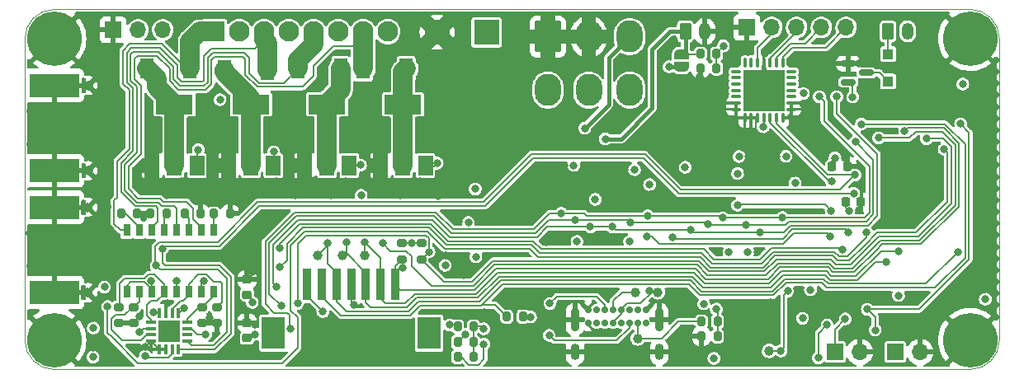
<source format=gbr>
%TF.GenerationSoftware,KiCad,Pcbnew,(6.0.1-0)*%
%TF.CreationDate,2022-04-05T13:09:44+01:00*%
%TF.ProjectId,PickleRick,5069636b-6c65-4526-9963-6b2e6b696361,rev?*%
%TF.SameCoordinates,Original*%
%TF.FileFunction,Copper,L4,Bot*%
%TF.FilePolarity,Positive*%
%FSLAX46Y46*%
G04 Gerber Fmt 4.6, Leading zero omitted, Abs format (unit mm)*
G04 Created by KiCad (PCBNEW (6.0.1-0)) date 2022-04-05 13:09:44*
%MOMM*%
%LPD*%
G01*
G04 APERTURE LIST*
G04 Aperture macros list*
%AMRoundRect*
0 Rectangle with rounded corners*
0 $1 Rounding radius*
0 $2 $3 $4 $5 $6 $7 $8 $9 X,Y pos of 4 corners*
0 Add a 4 corners polygon primitive as box body*
4,1,4,$2,$3,$4,$5,$6,$7,$8,$9,$2,$3,0*
0 Add four circle primitives for the rounded corners*
1,1,$1+$1,$2,$3*
1,1,$1+$1,$4,$5*
1,1,$1+$1,$6,$7*
1,1,$1+$1,$8,$9*
0 Add four rect primitives between the rounded corners*
20,1,$1+$1,$2,$3,$4,$5,0*
20,1,$1+$1,$4,$5,$6,$7,0*
20,1,$1+$1,$6,$7,$8,$9,0*
20,1,$1+$1,$8,$9,$2,$3,0*%
%AMFreePoly0*
4,1,22,0.500000,-0.750000,0.000000,-0.750000,0.000000,-0.745033,-0.079941,-0.743568,-0.215256,-0.701293,-0.333266,-0.622738,-0.424486,-0.514219,-0.481581,-0.384460,-0.499164,-0.250000,-0.500000,-0.250000,-0.500000,0.250000,-0.499164,0.250000,-0.499963,0.256109,-0.478152,0.396186,-0.417904,0.524511,-0.324060,0.630769,-0.204165,0.706417,-0.067858,0.745374,0.000000,0.744959,0.000000,0.750000,
0.500000,0.750000,0.500000,-0.750000,0.500000,-0.750000,$1*%
%AMFreePoly1*
4,1,20,0.000000,0.744959,0.073905,0.744508,0.209726,0.703889,0.328688,0.626782,0.421226,0.519385,0.479903,0.390333,0.500000,0.250000,0.500000,-0.250000,0.499851,-0.262216,0.476331,-0.402017,0.414519,-0.529596,0.319384,-0.634700,0.198574,-0.708877,0.061801,-0.746166,0.000000,-0.745033,0.000000,-0.750000,-0.500000,-0.750000,-0.500000,0.750000,0.000000,0.750000,0.000000,0.744959,
0.000000,0.744959,$1*%
G04 Aperture macros list end*
%TA.AperFunction,Profile*%
%ADD10C,0.100000*%
%TD*%
%TA.AperFunction,ComponentPad*%
%ADD11R,1.700000X1.700000*%
%TD*%
%TA.AperFunction,ComponentPad*%
%ADD12O,1.700000X1.700000*%
%TD*%
%TA.AperFunction,SMDPad,CuDef*%
%ADD13R,0.950000X0.460000*%
%TD*%
%TA.AperFunction,SMDPad,CuDef*%
%ADD14R,5.080000X2.420000*%
%TD*%
%TA.AperFunction,ComponentPad*%
%ADD15C,0.970000*%
%TD*%
%TA.AperFunction,ComponentPad*%
%ADD16R,2.100000X2.100000*%
%TD*%
%TA.AperFunction,ComponentPad*%
%ADD17C,2.100000*%
%TD*%
%TA.AperFunction,ComponentPad*%
%ADD18C,5.600000*%
%TD*%
%TA.AperFunction,ComponentPad*%
%ADD19RoundRect,0.250001X-1.099999X-1.399999X1.099999X-1.399999X1.099999X1.399999X-1.099999X1.399999X0*%
%TD*%
%TA.AperFunction,ComponentPad*%
%ADD20O,2.700000X3.300000*%
%TD*%
%TA.AperFunction,ComponentPad*%
%ADD21RoundRect,0.250000X-0.350000X-0.625000X0.350000X-0.625000X0.350000X0.625000X-0.350000X0.625000X0*%
%TD*%
%TA.AperFunction,ComponentPad*%
%ADD22O,1.200000X1.750000*%
%TD*%
%TA.AperFunction,ComponentPad*%
%ADD23C,0.700000*%
%TD*%
%TA.AperFunction,ComponentPad*%
%ADD24O,0.900000X1.700000*%
%TD*%
%TA.AperFunction,ComponentPad*%
%ADD25O,0.900000X2.400000*%
%TD*%
%TA.AperFunction,ComponentPad*%
%ADD26R,2.600000X2.600000*%
%TD*%
%TA.AperFunction,ComponentPad*%
%ADD27C,2.600000*%
%TD*%
%TA.AperFunction,SMDPad,CuDef*%
%ADD28RoundRect,0.200000X-0.275000X0.200000X-0.275000X-0.200000X0.275000X-0.200000X0.275000X0.200000X0*%
%TD*%
%TA.AperFunction,SMDPad,CuDef*%
%ADD29RoundRect,0.200000X-0.200000X-0.275000X0.200000X-0.275000X0.200000X0.275000X-0.200000X0.275000X0*%
%TD*%
%TA.AperFunction,SMDPad,CuDef*%
%ADD30R,1.500000X2.000000*%
%TD*%
%TA.AperFunction,SMDPad,CuDef*%
%ADD31R,3.800000X2.000000*%
%TD*%
%TA.AperFunction,SMDPad,CuDef*%
%ADD32RoundRect,0.075000X-0.437500X-0.075000X0.437500X-0.075000X0.437500X0.075000X-0.437500X0.075000X0*%
%TD*%
%TA.AperFunction,SMDPad,CuDef*%
%ADD33RoundRect,0.075000X-0.075000X-0.437500X0.075000X-0.437500X0.075000X0.437500X-0.075000X0.437500X0*%
%TD*%
%TA.AperFunction,SMDPad,CuDef*%
%ADD34R,4.250000X4.250000*%
%TD*%
%TA.AperFunction,SMDPad,CuDef*%
%ADD35RoundRect,0.200000X0.200000X0.275000X-0.200000X0.275000X-0.200000X-0.275000X0.200000X-0.275000X0*%
%TD*%
%TA.AperFunction,SMDPad,CuDef*%
%ADD36C,1.000000*%
%TD*%
%TA.AperFunction,SMDPad,CuDef*%
%ADD37RoundRect,0.225000X0.250000X-0.225000X0.250000X0.225000X-0.250000X0.225000X-0.250000X-0.225000X0*%
%TD*%
%TA.AperFunction,SMDPad,CuDef*%
%ADD38R,1.400000X2.100000*%
%TD*%
%TA.AperFunction,SMDPad,CuDef*%
%ADD39RoundRect,0.225000X-0.225000X-0.250000X0.225000X-0.250000X0.225000X0.250000X-0.225000X0.250000X0*%
%TD*%
%TA.AperFunction,SMDPad,CuDef*%
%ADD40R,0.800000X1.300000*%
%TD*%
%TA.AperFunction,SMDPad,CuDef*%
%ADD41R,1.100000X1.100000*%
%TD*%
%TA.AperFunction,SMDPad,CuDef*%
%ADD42RoundRect,0.150000X-0.587500X-0.150000X0.587500X-0.150000X0.587500X0.150000X-0.587500X0.150000X0*%
%TD*%
%TA.AperFunction,SMDPad,CuDef*%
%ADD43RoundRect,0.013600X-0.481400X-0.156400X0.481400X-0.156400X0.481400X0.156400X-0.481400X0.156400X0*%
%TD*%
%TA.AperFunction,SMDPad,CuDef*%
%ADD44RoundRect,0.013600X-0.156400X0.481400X-0.156400X-0.481400X0.156400X-0.481400X0.156400X0.481400X0*%
%TD*%
%TA.AperFunction,SMDPad,CuDef*%
%ADD45R,2.160000X2.160000*%
%TD*%
%TA.AperFunction,SMDPad,CuDef*%
%ADD46R,0.914400X3.302000*%
%TD*%
%TA.AperFunction,SMDPad,CuDef*%
%ADD47R,2.413000X3.302000*%
%TD*%
%TA.AperFunction,SMDPad,CuDef*%
%ADD48FreePoly0,90.000000*%
%TD*%
%TA.AperFunction,SMDPad,CuDef*%
%ADD49FreePoly1,90.000000*%
%TD*%
%TA.AperFunction,ViaPad*%
%ADD50C,0.800000*%
%TD*%
%TA.AperFunction,ViaPad*%
%ADD51C,0.700000*%
%TD*%
%TA.AperFunction,Conductor*%
%ADD52C,0.200000*%
%TD*%
%TA.AperFunction,Conductor*%
%ADD53C,2.000000*%
%TD*%
%TA.AperFunction,Conductor*%
%ADD54C,0.400000*%
%TD*%
G04 APERTURE END LIST*
D10*
X103000000Y-97000000D02*
X197000000Y-97000000D01*
X197000000Y-97000000D02*
G75*
G03*
X200000000Y-94000000I-1J3000001D01*
G01*
X200000000Y-63000000D02*
G75*
G03*
X197000000Y-60000000I-3000001J-1D01*
G01*
X197000000Y-60000000D02*
X103000000Y-60000000D01*
X100000000Y-63000000D02*
X100000000Y-94000000D01*
X100000000Y-94000000D02*
G75*
G03*
X103000000Y-97000000I3000001J1D01*
G01*
X103000000Y-60000000D02*
G75*
G03*
X100000000Y-63000000I1J-3000001D01*
G01*
X200000000Y-94000000D02*
X200000000Y-63000000D01*
D11*
%TO.P,J3,1,Pin_1*%
%TO.N,Net-(C3-Pad1)*%
X183125000Y-95200000D03*
D12*
%TO.P,J3,2,Pin_2*%
%TO.N,GND*%
X185665000Y-95200000D03*
%TD*%
D13*
%TO.P,J18,2,Ext*%
%TO.N,GND*%
X106010000Y-80340000D03*
X106010000Y-89100000D03*
D14*
X103020000Y-89100000D03*
X103020000Y-80340000D03*
D15*
X106460000Y-80340000D03*
X106460000Y-89100000D03*
%TD*%
D16*
%TO.P,J6,1,Pin_1*%
%TO.N,/nukes/Nuke4-*%
X119450000Y-62280000D03*
D17*
%TO.P,J6,2,Pin_2*%
%TO.N,+24V*%
X121990000Y-62280000D03*
%TO.P,J6,3,Pin_3*%
%TO.N,/nukes/Nuke3-*%
X124530000Y-62280000D03*
%TO.P,J6,4,Pin_4*%
%TO.N,+24V*%
X127070000Y-62280000D03*
%TO.P,J6,5,Pin_5*%
%TO.N,/nukes/Nuke2-*%
X129610000Y-62280000D03*
%TO.P,J6,6,Pin_6*%
%TO.N,+24V*%
X132150000Y-62280000D03*
%TO.P,J6,7,Pin_7*%
%TO.N,/nukes/Nuke1-*%
X134690000Y-62280000D03*
%TO.P,J6,8,Pin_8*%
%TO.N,+24V*%
X137230000Y-62280000D03*
%TD*%
D11*
%TO.P,J10,1,Pin_1*%
%TO.N,GND*%
X109070000Y-62100000D03*
D12*
%TO.P,J10,2,Pin_2*%
%TO.N,/SDA*%
X111610000Y-62100000D03*
%TO.P,J10,3,Pin_3*%
%TO.N,/SCL*%
X114150000Y-62100000D03*
%TD*%
D18*
%TO.P,H3,1,1*%
%TO.N,GND*%
X197000000Y-94000000D03*
%TD*%
D19*
%TO.P,J1,1,Pin_1*%
%TO.N,GND*%
X153660000Y-62790000D03*
D20*
%TO.P,J1,2,Pin_2*%
X157860000Y-62790000D03*
%TO.P,J1,3,Pin_3*%
%TO.N,/power/RBUS_3.3_IN*%
X162060000Y-62790000D03*
%TO.P,J1,4,Pin_4*%
%TO.N,/power/RBUS_24V_IN*%
X153660000Y-68290000D03*
%TO.P,J1,5,Pin_5*%
%TO.N,/CAN_HIGH*%
X157860000Y-68290000D03*
%TO.P,J1,6,Pin_6*%
%TO.N,/CAN_LOW*%
X162060000Y-68290000D03*
%TD*%
D21*
%TO.P,J11,1,Pin_1*%
%TO.N,Net-(D6-Pad2)*%
X188570000Y-62250000D03*
D22*
%TO.P,J11,2,Pin_2*%
%TO.N,+3V3*%
X190570000Y-62250000D03*
%TD*%
D23*
%TO.P,J17,A1,GND*%
%TO.N,GND*%
X157795000Y-90865000D03*
%TO.P,J17,A4,VBUS*%
%TO.N,VBUS*%
X158645000Y-90865000D03*
%TO.P,J17,A5,CC1*%
%TO.N,Net-(J17-PadA5)*%
X159495000Y-90865000D03*
%TO.P,J17,A6,D+*%
%TO.N,/usb_uart/Data+*%
X160345000Y-90865000D03*
%TO.P,J17,A7,D-*%
%TO.N,/usb_uart/Data-*%
X161195000Y-90865000D03*
%TO.P,J17,A8,SBU1*%
%TO.N,unconnected-(J17-PadA8)*%
X162045000Y-90865000D03*
%TO.P,J17,A9,VBUS*%
%TO.N,VBUS*%
X162895000Y-90865000D03*
%TO.P,J17,A12,GND*%
%TO.N,GND*%
X163745000Y-90865000D03*
%TO.P,J17,B1,GND*%
X163745000Y-92215000D03*
%TO.P,J17,B4,VBUS*%
%TO.N,VBUS*%
X162895000Y-92215000D03*
%TO.P,J17,B5,CC2*%
%TO.N,Net-(J17-PadB5)*%
X162045000Y-92215000D03*
%TO.P,J17,B6,D+*%
%TO.N,/usb_uart/Data+*%
X161195000Y-92215000D03*
%TO.P,J17,B7,D-*%
%TO.N,/usb_uart/Data-*%
X160345000Y-92215000D03*
%TO.P,J17,B8,SBU2*%
%TO.N,unconnected-(J17-PadB8)*%
X159495000Y-92215000D03*
%TO.P,J17,B9,VBUS*%
%TO.N,VBUS*%
X158645000Y-92215000D03*
%TO.P,J17,B12,GND*%
%TO.N,GND*%
X157795000Y-92215000D03*
D24*
%TO.P,J17,S1,SHIELD*%
X165095000Y-95225000D03*
D25*
X156445000Y-91845000D03*
D24*
X156445000Y-95225000D03*
D25*
X165095000Y-91845000D03*
%TD*%
D11*
%TO.P,J12,1,Pin_1*%
%TO.N,GND*%
X174100000Y-61850000D03*
D12*
%TO.P,J12,2,Pin_2*%
%TO.N,/nukes/SERVO1*%
X176640000Y-61850000D03*
%TO.P,J12,3,Pin_3*%
%TO.N,/nukes/SERVO2*%
X179180000Y-61850000D03*
%TO.P,J12,4,Pin_4*%
%TO.N,/nukes/SERVO3*%
X181720000Y-61850000D03*
%TO.P,J12,5,Pin_5*%
%TO.N,/nukes/SERVO4*%
X184260000Y-61850000D03*
%TD*%
D18*
%TO.P,H4,1,1*%
%TO.N,GND*%
X103000000Y-63000000D03*
%TD*%
D11*
%TO.P,J2,1,Pin_1*%
%TO.N,Net-(C2-Pad1)*%
X189320000Y-95200000D03*
D12*
%TO.P,J2,2,Pin_2*%
%TO.N,GND*%
X191860000Y-95200000D03*
%TD*%
D18*
%TO.P,H1,1,1*%
%TO.N,GND*%
X197000000Y-63000000D03*
%TD*%
D21*
%TO.P,J15,1,Pin_1*%
%TO.N,/power/UC_Lipo+*%
X167770000Y-62250000D03*
D22*
%TO.P,J15,2,Pin_2*%
%TO.N,GND*%
X169770000Y-62250000D03*
%TD*%
D14*
%TO.P,J16,2,Ext*%
%TO.N,GND*%
X103030000Y-67810000D03*
D15*
X106470000Y-67810000D03*
D14*
X103030000Y-76570000D03*
D15*
X106470000Y-76570000D03*
D13*
X106020000Y-67810000D03*
X106020000Y-76570000D03*
%TD*%
D18*
%TO.P,H2,1,1*%
%TO.N,GND*%
X103000000Y-94000000D03*
%TD*%
D26*
%TO.P,J14,1,Pin_1*%
%TO.N,/power/Deploy_Lipo+*%
X147380000Y-62350000D03*
D27*
%TO.P,J14,2,Pin_2*%
%TO.N,GND*%
X142300000Y-62350000D03*
%TD*%
D28*
%TO.P,R33,1*%
%TO.N,/nukes/Cont2*%
X119680000Y-90585000D03*
%TO.P,R33,2*%
%TO.N,GND*%
X119680000Y-92235000D03*
%TD*%
D29*
%TO.P,R27,1*%
%TO.N,Net-(R27-Pad1)*%
X119385000Y-81000000D03*
%TO.P,R27,2*%
%TO.N,GND*%
X121035000Y-81000000D03*
%TD*%
%TO.P,R23,1*%
%TO.N,/power/UC_Lipo+*%
X169325000Y-64550000D03*
%TO.P,R23,2*%
%TO.N,/BattVolt*%
X170975000Y-64550000D03*
%TD*%
D30*
%TO.P,Q4,1,G*%
%TO.N,/nukes/Nuke3*%
X125500000Y-76050000D03*
%TO.P,Q4,2,D*%
%TO.N,Net-(D10-Pad1)*%
X123200000Y-76050000D03*
%TO.P,Q4,3,S*%
%TO.N,GND*%
X120900000Y-76050000D03*
D31*
%TO.P,Q4,4,D*%
%TO.N,Net-(D10-Pad1)*%
X123200000Y-69750000D03*
%TD*%
D32*
%TO.P,U6,1,A3*%
%TO.N,GND*%
X172972500Y-70260000D03*
%TO.P,U6,2,A4*%
X172972500Y-69610000D03*
%TO.P,U6,3,LED0*%
%TO.N,unconnected-(U6-Pad3)*%
X172972500Y-68960000D03*
%TO.P,U6,4,LED1*%
%TO.N,unconnected-(U6-Pad4)*%
X172972500Y-68310000D03*
%TO.P,U6,5,LED2*%
%TO.N,unconnected-(U6-Pad5)*%
X172972500Y-67660000D03*
%TO.P,U6,6,LED3*%
%TO.N,unconnected-(U6-Pad6)*%
X172972500Y-67010000D03*
%TO.P,U6,7,LED4*%
%TO.N,unconnected-(U6-Pad7)*%
X172972500Y-66360000D03*
D33*
%TO.P,U6,8,LED5*%
%TO.N,unconnected-(U6-Pad8)*%
X173860000Y-65472500D03*
%TO.P,U6,9,LED6*%
%TO.N,unconnected-(U6-Pad9)*%
X174510000Y-65472500D03*
%TO.P,U6,10,LED7*%
%TO.N,/nukes/SERVO1*%
X175160000Y-65472500D03*
%TO.P,U6,11,VSS*%
%TO.N,GND*%
X175810000Y-65472500D03*
%TO.P,U6,12,LED8*%
%TO.N,/nukes/SERVO2*%
X176460000Y-65472500D03*
%TO.P,U6,13,LED9*%
%TO.N,/nukes/SERVO3*%
X177110000Y-65472500D03*
%TO.P,U6,14,LED10*%
%TO.N,/nukes/SERVO4*%
X177760000Y-65472500D03*
D32*
%TO.P,U6,15,LED11*%
%TO.N,unconnected-(U6-Pad15)*%
X178647500Y-66360000D03*
%TO.P,U6,16,LED12*%
%TO.N,unconnected-(U6-Pad16)*%
X178647500Y-67010000D03*
%TO.P,U6,17,LED13*%
%TO.N,unconnected-(U6-Pad17)*%
X178647500Y-67660000D03*
%TO.P,U6,18,LED14*%
%TO.N,unconnected-(U6-Pad18)*%
X178647500Y-68310000D03*
%TO.P,U6,19,LED15*%
%TO.N,unconnected-(U6-Pad19)*%
X178647500Y-68960000D03*
%TO.P,U6,20,~{OE}*%
%TO.N,GND*%
X178647500Y-69610000D03*
%TO.P,U6,21,A5*%
X178647500Y-70260000D03*
D33*
%TO.P,U6,22,EXTCLK*%
X177760000Y-71147500D03*
%TO.P,U6,23,SCL*%
%TO.N,/SCL*%
X177110000Y-71147500D03*
%TO.P,U6,24,SDA*%
%TO.N,/SDA*%
X176460000Y-71147500D03*
%TO.P,U6,25,VDD*%
%TO.N,+3V3*%
X175810000Y-71147500D03*
%TO.P,U6,26,A0*%
%TO.N,GND*%
X175160000Y-71147500D03*
%TO.P,U6,27,A1*%
X174510000Y-71147500D03*
%TO.P,U6,28,A2*%
X173860000Y-71147500D03*
D34*
%TO.P,U6,29,VSS*%
X175810000Y-68310000D03*
%TD*%
D35*
%TO.P,R10,1*%
%TO.N,+3V3*%
X146050000Y-94200000D03*
%TO.P,R10,2*%
%TO.N,Net-(D4-Pad2)*%
X144400000Y-94200000D03*
%TD*%
D36*
%TO.P,TP31,1,1*%
%TO.N,/usb_uart/Data+*%
X162650000Y-89050000D03*
%TD*%
D37*
%TO.P,C8,1*%
%TO.N,+3V3*%
X122775000Y-93750000D03*
%TO.P,C8,2*%
%TO.N,GND*%
X122775000Y-92200000D03*
%TD*%
D29*
%TO.P,R36,1*%
%TO.N,Net-(R36-Pad1)*%
X109865000Y-81000000D03*
%TO.P,R36,2*%
%TO.N,GND*%
X111515000Y-81000000D03*
%TD*%
D36*
%TO.P,TP30,1,1*%
%TO.N,/usb_uart/Data-*%
X164950000Y-89050000D03*
%TD*%
D38*
%TO.P,D8,1,K*%
%TO.N,Net-(D8-Pad1)*%
X139125000Y-66100000D03*
%TO.P,D8,2,A*%
%TO.N,/nukes/Nuke1-*%
X134725000Y-66100000D03*
%TD*%
D39*
%TO.P,C9,1*%
%TO.N,+3V3*%
X184245000Y-79790000D03*
%TO.P,C9,2*%
%TO.N,GND*%
X185795000Y-79790000D03*
%TD*%
D38*
%TO.P,D10,1,K*%
%TO.N,Net-(D10-Pad1)*%
X120450000Y-66200000D03*
%TO.P,D10,2,A*%
%TO.N,/nukes/Nuke3-*%
X124850000Y-66200000D03*
%TD*%
D35*
%TO.P,R29,1*%
%TO.N,Net-(R29-Pad1)*%
X114515000Y-81000000D03*
%TO.P,R29,2*%
%TO.N,GND*%
X112865000Y-81000000D03*
%TD*%
D30*
%TO.P,Q6,1,G*%
%TO.N,/nukes/Nuke4*%
X117650000Y-76050000D03*
%TO.P,Q6,2,D*%
%TO.N,Net-(D16-Pad1)*%
X115350000Y-76050000D03*
%TO.P,Q6,3,S*%
%TO.N,GND*%
X113050000Y-76050000D03*
D31*
%TO.P,Q6,4,D*%
%TO.N,Net-(D16-Pad1)*%
X115350000Y-69750000D03*
%TD*%
D29*
%TO.P,R30,1*%
%TO.N,GND*%
X169425000Y-93575000D03*
%TO.P,R30,2*%
%TO.N,Net-(R28-Pad1)*%
X171075000Y-93575000D03*
%TD*%
D28*
%TO.P,R25,1*%
%TO.N,/nukes/Cont1*%
X118160000Y-90585000D03*
%TO.P,R25,2*%
%TO.N,GND*%
X118160000Y-92235000D03*
%TD*%
D36*
%TO.P,TP17,1,1*%
%TO.N,/HSPI_SCLK*%
X132590000Y-85260000D03*
%TD*%
D28*
%TO.P,R26,1*%
%TO.N,/nukes/Cont3*%
X109675000Y-90575000D03*
%TO.P,R26,2*%
%TO.N,GND*%
X109675000Y-92225000D03*
%TD*%
D36*
%TO.P,TP19,1,1*%
%TO.N,/HSPI_MOSI*%
X130050000Y-85240000D03*
%TD*%
D35*
%TO.P,R9,1*%
%TO.N,+3V3*%
X146050000Y-95700000D03*
%TO.P,R9,2*%
%TO.N,Net-(D3-Pad2)*%
X144400000Y-95700000D03*
%TD*%
D40*
%TO.P,U4,1*%
%TO.N,/nukes/Nuke4-*%
X110450000Y-82675000D03*
%TO.P,U4,2*%
%TO.N,Net-(R36-Pad1)*%
X111730000Y-82675000D03*
%TO.P,U4,3*%
%TO.N,/nukes/Nuke3-*%
X112990000Y-82675000D03*
%TO.P,U4,4*%
%TO.N,Net-(R29-Pad1)*%
X114260000Y-82675000D03*
%TO.P,U4,5*%
%TO.N,/nukes/Nuke2-*%
X115540000Y-82675000D03*
%TO.P,U4,6*%
%TO.N,Net-(R35-Pad1)*%
X116810000Y-82675000D03*
%TO.P,U4,7*%
%TO.N,/nukes/Nuke1-*%
X118070000Y-82675000D03*
%TO.P,U4,8*%
%TO.N,Net-(R27-Pad1)*%
X119350000Y-82675000D03*
%TO.P,U4,9*%
%TO.N,/nukes/Cont1*%
X119350000Y-88975000D03*
%TO.P,U4,10*%
%TO.N,+3V3*%
X118070000Y-88975000D03*
%TO.P,U4,11*%
%TO.N,/nukes/Cont2*%
X116810000Y-88975000D03*
%TO.P,U4,12*%
%TO.N,+3V3*%
X115540000Y-88975000D03*
%TO.P,U4,13*%
%TO.N,/nukes/Cont3*%
X114260000Y-88975000D03*
%TO.P,U4,14*%
%TO.N,+3V3*%
X112990000Y-88975000D03*
%TO.P,U4,15*%
%TO.N,/nukes/Cont4*%
X111730000Y-88975000D03*
%TO.P,U4,16*%
%TO.N,+3V3*%
X110450000Y-88975000D03*
%TD*%
D39*
%TO.P,C10,1*%
%TO.N,+3V3*%
X182825000Y-76130000D03*
%TO.P,C10,2*%
%TO.N,GND*%
X184375000Y-76130000D03*
%TD*%
D36*
%TO.P,TP32,1,1*%
%TO.N,VBUS*%
X162900000Y-93800000D03*
%TD*%
D38*
%TO.P,D16,1,K*%
%TO.N,Net-(D16-Pad1)*%
X112550000Y-66100000D03*
%TO.P,D16,2,A*%
%TO.N,/nukes/Nuke4-*%
X116950000Y-66100000D03*
%TD*%
D36*
%TO.P,TP2,1,1*%
%TO.N,/RTS*%
X176375000Y-95075000D03*
%TD*%
D35*
%TO.P,R28,1*%
%TO.N,Net-(R28-Pad1)*%
X171075000Y-92075000D03*
%TO.P,R28,2*%
%TO.N,VBUS*%
X169425000Y-92075000D03*
%TD*%
D41*
%TO.P,D6,1,K*%
%TO.N,Net-(D6-Pad1)*%
X188570000Y-67402500D03*
%TO.P,D6,2,A*%
%TO.N,Net-(D6-Pad2)*%
X188570000Y-64602500D03*
%TD*%
D37*
%TO.P,C7,1*%
%TO.N,+3V3*%
X122800000Y-89310000D03*
%TO.P,C7,2*%
%TO.N,GND*%
X122800000Y-87760000D03*
%TD*%
D38*
%TO.P,D15,1,K*%
%TO.N,Net-(D15-Pad1)*%
X132400000Y-66100000D03*
%TO.P,D15,2,A*%
%TO.N,/nukes/Nuke2-*%
X128000000Y-66100000D03*
%TD*%
D29*
%TO.P,R35,1*%
%TO.N,Net-(R35-Pad1)*%
X116375000Y-81000000D03*
%TO.P,R35,2*%
%TO.N,GND*%
X118025000Y-81000000D03*
%TD*%
%TO.P,R11,1*%
%TO.N,Net-(D5-Pad2)*%
X144400000Y-92575000D03*
%TO.P,R11,2*%
%TO.N,+3V3*%
X146050000Y-92575000D03*
%TD*%
D36*
%TO.P,TP18,1,1*%
%TO.N,/HSPI_MISO*%
X134850000Y-85320000D03*
%TD*%
D35*
%TO.P,R24,1*%
%TO.N,/BattVolt*%
X170975000Y-66050000D03*
%TO.P,R24,2*%
%TO.N,GND*%
X169325000Y-66050000D03*
%TD*%
D30*
%TO.P,Q3,1,G*%
%TO.N,/nukes/Nuke1*%
X141100000Y-76050000D03*
%TO.P,Q3,2,D*%
%TO.N,Net-(D8-Pad1)*%
X138800000Y-76050000D03*
%TO.P,Q3,3,S*%
%TO.N,GND*%
X136500000Y-76050000D03*
D31*
%TO.P,Q3,4,D*%
%TO.N,Net-(D8-Pad1)*%
X138800000Y-69750000D03*
%TD*%
D30*
%TO.P,Q5,1,G*%
%TO.N,/nukes/Nuke2*%
X133300000Y-76050000D03*
%TO.P,Q5,2,D*%
%TO.N,Net-(D15-Pad1)*%
X131000000Y-76050000D03*
%TO.P,Q5,3,S*%
%TO.N,GND*%
X128700000Y-76050000D03*
D31*
%TO.P,Q5,4,D*%
%TO.N,Net-(D15-Pad1)*%
X131000000Y-69750000D03*
%TD*%
D28*
%TO.P,R34,1*%
%TO.N,/nukes/Cont4*%
X111175000Y-90575000D03*
%TO.P,R34,2*%
%TO.N,GND*%
X111175000Y-92225000D03*
%TD*%
%TO.P,R21,1*%
%TO.N,+3V3*%
X140675000Y-84025000D03*
%TO.P,R21,2*%
%TO.N,/SD1_DET*%
X140675000Y-85675000D03*
%TD*%
D42*
%TO.P,Q2,1,G*%
%TO.N,/Buzzer*%
X184482500Y-67460000D03*
%TO.P,Q2,2,S*%
%TO.N,GND*%
X184482500Y-65560000D03*
%TO.P,Q2,3,D*%
%TO.N,Net-(D6-Pad1)*%
X186357500Y-66510000D03*
%TD*%
D43*
%TO.P,U5,1,A2*%
%TO.N,GND*%
X112915000Y-94075000D03*
%TO.P,U5,2,P0*%
%TO.N,/nukes/Cont4*%
X112915000Y-93425000D03*
%TO.P,U5,3,P1*%
%TO.N,/nukes/Nuke4*%
X112915000Y-92775000D03*
%TO.P,U5,4,P2*%
%TO.N,/nukes/Cont3*%
X112915000Y-92125000D03*
D44*
%TO.P,U5,5,P3*%
%TO.N,/nukes/Nuke3*%
X113800000Y-91240000D03*
%TO.P,U5,6,GND*%
%TO.N,GND*%
X114450000Y-91240000D03*
%TO.P,U5,7,P4*%
%TO.N,/nukes/Cont2*%
X115100000Y-91240000D03*
%TO.P,U5,8,P5*%
%TO.N,/nukes/Nuke2*%
X115750000Y-91240000D03*
D43*
%TO.P,U5,9,P6*%
%TO.N,/nukes/Cont1*%
X116635000Y-92125000D03*
%TO.P,U5,10,P7*%
%TO.N,/nukes/Nuke1*%
X116635000Y-92775000D03*
%TO.P,U5,11,~{INT}*%
%TO.N,unconnected-(U5-Pad11)*%
X116635000Y-93425000D03*
%TO.P,U5,12,SCL*%
%TO.N,/SCL*%
X116635000Y-94075000D03*
D44*
%TO.P,U5,13,SDA*%
%TO.N,/SDA*%
X115750000Y-94960000D03*
%TO.P,U5,14,VCC*%
%TO.N,+3V3*%
X115100000Y-94960000D03*
%TO.P,U5,15,A0*%
%TO.N,GND*%
X114450000Y-94960000D03*
%TO.P,U5,16,A1*%
X113800000Y-94960000D03*
D45*
%TO.P,U5,17,EP*%
%TO.N,unconnected-(U5-Pad17)*%
X114775000Y-93100000D03*
%TD*%
D29*
%TO.P,R16,1*%
%TO.N,/SD2_CS*%
X149450000Y-91575000D03*
%TO.P,R16,2*%
%TO.N,+3V3*%
X151100000Y-91575000D03*
%TD*%
D46*
%TO.P,J5,1,1*%
%TO.N,+3V3*%
X128975000Y-88275000D03*
%TO.P,J5,2,2*%
%TO.N,/SD2_CS*%
X130475002Y-88275000D03*
%TO.P,J5,3,3*%
%TO.N,/HSPI_MOSI*%
X131975002Y-88275000D03*
%TO.P,J5,4,4*%
%TO.N,GND*%
X133475001Y-88275000D03*
%TO.P,J5,5,5*%
%TO.N,/HSPI_SCLK*%
X134975001Y-88275000D03*
%TO.P,J5,6,6*%
%TO.N,/HSPI_MISO*%
X136475000Y-88275000D03*
%TO.P,J5,7,7*%
%TO.N,/SD2_DET*%
X137975002Y-88275000D03*
D47*
%TO.P,J5,8*%
%TO.N,N/C*%
X125474001Y-93253400D03*
%TO.P,J5,9*%
X141476001Y-93253400D03*
%TD*%
D48*
%TO.P,JP2,1,A*%
%TO.N,/power/Deploy_Lipo+*%
X167375000Y-65900000D03*
D49*
%TO.P,JP2,2,B*%
%TO.N,/power/UC_Lipo+*%
X167375000Y-64600000D03*
%TD*%
D28*
%TO.P,R22,1*%
%TO.N,+3V3*%
X138675000Y-84025000D03*
%TO.P,R22,2*%
%TO.N,/SD2_DET*%
X138675000Y-85675000D03*
%TD*%
D50*
%TO.N,+3V3*%
X189640000Y-89390000D03*
X175750000Y-72050000D03*
X179030000Y-77820373D03*
X118340378Y-87939622D03*
X184550000Y-80670000D03*
X183120000Y-75260000D03*
X179880000Y-68640000D03*
X146210478Y-78454604D03*
X112980000Y-87930000D03*
X106990000Y-95720000D03*
X156650000Y-83850000D03*
X170700000Y-95850000D03*
X156325000Y-76025000D03*
X172230000Y-84980000D03*
X169650000Y-90250000D03*
X146275000Y-85424502D03*
X162050000Y-83850001D03*
X167760000Y-76220000D03*
X158532708Y-79512483D03*
X123617500Y-93380000D03*
X112359445Y-95648909D03*
X151875000Y-91600000D03*
X143125000Y-86300000D03*
X115542125Y-87932125D03*
X162550000Y-76453500D03*
X173280550Y-75119758D03*
X196234202Y-67667003D03*
X120025000Y-69275000D03*
X108160000Y-88530000D03*
X134500000Y-79100500D03*
X198550000Y-89770000D03*
X174183993Y-84901041D03*
X180600000Y-88796149D03*
X139700000Y-84025000D03*
X123330000Y-90100000D03*
X130575000Y-91050000D03*
X107030000Y-92739503D03*
X178099494Y-75095884D03*
X145500000Y-81902900D03*
X173130000Y-76860000D03*
X147075000Y-92825000D03*
X164100000Y-77998500D03*
X179795000Y-91740000D03*
%TO.N,/EN*%
X187250000Y-92950000D03*
X186450000Y-90820000D03*
X196020000Y-71770000D03*
%TO.N,GND*%
X155650498Y-83825652D03*
D51*
X104710000Y-70495498D03*
X106114337Y-84765064D03*
X108515980Y-80280000D03*
X101210000Y-70495498D03*
X106063713Y-73576246D03*
X199600000Y-80800000D03*
D50*
X155325497Y-76025000D03*
X193150000Y-75775000D03*
X185600000Y-65550000D03*
X168200000Y-70150500D03*
X148600000Y-93450000D03*
X198540000Y-71750000D03*
D51*
X106156946Y-72866090D03*
D50*
X124500000Y-81300000D03*
D51*
X106109502Y-85470000D03*
D50*
X174130000Y-76850000D03*
D51*
X107111571Y-83771571D03*
D50*
X193150000Y-79975000D03*
D51*
X107190000Y-75220000D03*
D50*
X161520000Y-76463500D03*
X148000500Y-74960000D03*
D51*
X100436611Y-83027214D03*
D50*
X142400000Y-79175000D03*
X124100000Y-79050000D03*
D51*
X199600000Y-77200000D03*
X107193590Y-73796698D03*
X199600000Y-79600000D03*
D50*
X179839368Y-69739502D03*
X179007365Y-76821127D03*
X160090000Y-88975000D03*
D51*
X199600000Y-66400000D03*
D50*
X171192630Y-84964693D03*
X158675000Y-77850000D03*
D51*
X107543429Y-69293429D03*
X109043828Y-67819981D03*
D50*
X108375000Y-65400000D03*
D51*
X103270000Y-86420000D03*
D50*
X150600000Y-78975000D03*
X148850000Y-76700000D03*
X185549436Y-80658471D03*
D51*
X199600000Y-84400000D03*
X101170000Y-86414502D03*
X103330000Y-73890000D03*
X108280000Y-75920000D03*
D50*
X198550000Y-88760000D03*
X163800000Y-73175000D03*
X130387717Y-67987717D03*
D51*
X100510000Y-70495498D03*
D50*
X191050000Y-77875000D03*
X121100000Y-95300000D03*
X188950000Y-79975000D03*
D51*
X199600000Y-76000000D03*
X199600000Y-74800000D03*
D50*
X153800000Y-91900000D03*
X125850000Y-77649502D03*
X140500000Y-77649502D03*
D51*
X100470000Y-86420000D03*
X199600000Y-91600000D03*
X199600000Y-82000000D03*
D50*
X144500000Y-81775000D03*
X197780000Y-67360000D03*
D51*
X199600000Y-65200000D03*
X103240000Y-83025498D03*
X102630000Y-73890000D03*
X104030000Y-73890000D03*
X199600000Y-86800000D03*
X108038429Y-68798429D03*
D50*
X114527125Y-79080980D03*
D51*
X103320000Y-70495498D03*
D50*
X151925000Y-93450000D03*
X123370000Y-87000000D03*
D51*
X104640000Y-83025498D03*
X107190000Y-74500000D03*
D50*
X191050000Y-75775000D03*
X108879516Y-84275848D03*
X193150000Y-77875000D03*
D51*
X104670000Y-86420000D03*
X105858429Y-82558429D03*
D50*
X188950000Y-75775000D03*
D51*
X104020000Y-70495498D03*
D50*
X119625000Y-75575000D03*
X168125000Y-68574859D03*
D51*
X199600000Y-70000000D03*
D50*
X132950000Y-77649502D03*
X186060000Y-89380000D03*
D51*
X109220000Y-74880000D03*
D50*
X179630000Y-73140000D03*
D51*
X103970000Y-86414502D03*
X199600000Y-85600000D03*
X199600000Y-89200000D03*
D50*
X131380713Y-79100500D03*
X176500432Y-90079500D03*
D51*
X107980880Y-80733328D03*
D50*
X175186974Y-84928814D03*
D51*
X107606571Y-83276571D03*
D50*
X175710000Y-73050000D03*
X107000000Y-94720000D03*
X147128004Y-91089912D03*
D51*
X199600000Y-78400000D03*
X106848429Y-81568429D03*
X106775453Y-72494150D03*
D50*
X119625000Y-73175000D03*
D51*
X107301572Y-72001572D03*
D50*
X123825000Y-95325000D03*
D51*
X100520000Y-73890000D03*
X101920000Y-73890000D03*
D50*
X145054477Y-87324501D03*
D51*
X107580000Y-75820000D03*
D50*
X107030000Y-91740000D03*
D51*
X109220000Y-74180000D03*
D50*
X133775000Y-90325049D03*
X129675000Y-77575000D03*
D51*
X106553429Y-70283429D03*
X199600000Y-67600000D03*
X199600000Y-90400000D03*
X104730000Y-73900000D03*
D50*
X167450000Y-89450000D03*
X147000000Y-81300000D03*
D51*
X109402424Y-67210000D03*
X199600000Y-68800000D03*
D50*
X107960000Y-78420000D03*
X127775000Y-79100500D03*
X117675000Y-79650000D03*
X166810000Y-76888500D03*
X184119498Y-75256957D03*
D51*
X199600000Y-73600000D03*
D50*
X149500000Y-89950000D03*
X136425000Y-77675000D03*
D51*
X102540000Y-83025498D03*
X108806571Y-70496571D03*
D50*
X138525000Y-79100500D03*
X174280000Y-75130000D03*
X198540000Y-85980000D03*
X175897912Y-64568421D03*
D51*
X107368651Y-81088374D03*
X101840000Y-83025498D03*
X108755150Y-82533683D03*
X199600000Y-71200000D03*
D50*
X114640000Y-90224502D03*
D51*
X101920000Y-70495498D03*
X102570000Y-86414502D03*
D50*
X119050000Y-77650000D03*
X112325000Y-94650000D03*
D51*
X108301571Y-71001571D03*
X101140000Y-83025498D03*
D50*
X167734718Y-93367398D03*
X177100000Y-75100000D03*
X147274502Y-85425088D03*
D51*
X108096571Y-82786571D03*
X108815446Y-75472765D03*
X105360000Y-86414502D03*
D50*
X118940000Y-91680000D03*
D51*
X107801571Y-71501571D03*
X199600000Y-88000000D03*
X106616571Y-84266571D03*
X101220000Y-73890000D03*
X106353429Y-82063429D03*
D50*
X169247146Y-66905618D03*
X164170000Y-79028500D03*
X169102500Y-71925359D03*
X143125000Y-85300497D03*
X151200000Y-89950000D03*
X191050000Y-79975000D03*
D51*
X199600000Y-83200000D03*
X107167096Y-73090293D03*
X101870000Y-86414502D03*
D50*
X153500000Y-83900000D03*
D51*
X105440000Y-73884502D03*
X106020000Y-86170000D03*
D50*
X116075000Y-77650000D03*
X182440000Y-73160000D03*
D51*
X102620000Y-70495498D03*
X107048429Y-69788429D03*
X105410000Y-70495498D03*
D50*
X113359500Y-71725000D03*
X150250000Y-74950000D03*
D51*
X112188801Y-81478654D03*
D50*
X111723224Y-91526365D03*
X120700500Y-79600000D03*
X123617500Y-92380497D03*
D51*
X199600000Y-72400000D03*
X106053313Y-70783544D03*
X105338429Y-83025498D03*
D50*
X113050000Y-77650000D03*
X188950000Y-77875000D03*
X135000000Y-93775000D03*
D51*
X108535434Y-68306747D03*
X103940000Y-83025498D03*
D50*
%TO.N,Net-(C3-Pad1)*%
X184180000Y-91810000D03*
%TO.N,/usb_uart/Data-*%
X164050000Y-88950980D03*
%TO.N,/HSPI_MOSI*%
X195750000Y-84925000D03*
X131040000Y-83990000D03*
%TO.N,/HSPI_SCLK*%
X188375000Y-85975000D03*
X132980000Y-83939500D03*
%TO.N,/HSPI_MISO*%
X134860000Y-83950000D03*
X189675000Y-84829020D03*
%TO.N,/SD1_DET*%
X141450000Y-84900000D03*
X192500000Y-73278540D03*
X127974011Y-90225000D03*
%TO.N,Net-(J17-PadA5)*%
X153875000Y-90225000D03*
%TO.N,Net-(J17-PadB5)*%
X153800000Y-93500000D03*
%TO.N,/RTS*%
X178264625Y-88940500D03*
X177579362Y-95084183D03*
%TO.N,/Buzzer*%
X184940000Y-68980000D03*
%TO.N,/nukes/Nuke1*%
X118540000Y-93380000D03*
X142300000Y-75800000D03*
%TO.N,/nukes/Nuke3*%
X125530000Y-74650000D03*
X113230000Y-91100000D03*
%TO.N,/nukes/Nuke2*%
X134425000Y-76000000D03*
X116360000Y-90720000D03*
%TO.N,/nukes/Nuke4*%
X111755069Y-93165069D03*
X117800000Y-74400000D03*
%TO.N,Net-(D3-Pad2)*%
X147100000Y-94400000D03*
%TO.N,Net-(D4-Pad2)*%
X145187585Y-93419598D03*
%TO.N,Net-(D5-Pad2)*%
X143585834Y-92416579D03*
%TO.N,/SDA*%
X185050000Y-78900000D03*
X114100000Y-84609500D03*
X182780000Y-77699500D03*
%TO.N,/SCL*%
X113474348Y-86312826D03*
X185170000Y-77010000D03*
%TO.N,/BARO_CS*%
X163800000Y-83329500D03*
X182634502Y-83298060D03*
%TO.N,/SD1_CS*%
X187600000Y-73200000D03*
X136700000Y-84025000D03*
%TO.N,/SD2_CS*%
X185840000Y-71780000D03*
%TO.N,/LORA_CS*%
X126169962Y-86474502D03*
X186372633Y-82898540D03*
%TO.N,/IMU1_CS*%
X184517878Y-82907122D03*
X166480000Y-83390000D03*
%TO.N,/IMU2_CS*%
X173140000Y-80110000D03*
X182725000Y-80700000D03*
%TO.N,/BattVolt*%
X171675000Y-63750000D03*
%TO.N,/LORA_INT*%
X108486670Y-90541922D03*
X194333839Y-74368101D03*
%TO.N,/SD2_DET*%
X138800000Y-86550000D03*
X190270000Y-72479500D03*
%TO.N,/LORA_RESET*%
X183875500Y-84700000D03*
X126169973Y-84475000D03*
%TO.N,/VSPI_SCLK*%
X183300000Y-68960000D03*
X125825000Y-88489502D03*
X160300000Y-82349000D03*
X168290000Y-82640000D03*
X175450000Y-82869500D03*
X158025000Y-82349000D03*
%TO.N,/VSPI_MISO*%
X171590000Y-81420000D03*
X181520000Y-68960000D03*
X127280003Y-92775000D03*
X177725000Y-81400000D03*
X163900000Y-81208500D03*
X155020000Y-80950000D03*
%TO.N,/TXD*%
X181425000Y-95800000D03*
X182310000Y-92410000D03*
%TO.N,/VSPI_MOSI*%
X170080000Y-82040000D03*
X173975000Y-82175000D03*
X156500000Y-81649500D03*
X126325000Y-90474502D03*
X162120000Y-81909000D03*
X185205378Y-73594622D03*
%TO.N,/power/RBUS_3.3_IN*%
X157450000Y-72200000D03*
%TO.N,/power/Deploy_Lipo+*%
X166100000Y-65900000D03*
%TO.N,/power/UC_Lipo+*%
X159550000Y-73300000D03*
%TO.N,Net-(R28-Pad1)*%
X170950000Y-90800000D03*
%TD*%
D52*
%TO.N,+3V3*%
X182825000Y-75555000D02*
X183120000Y-75260000D01*
X146050000Y-95700000D02*
X146025000Y-95675000D01*
X175810000Y-71147500D02*
X175810000Y-71990000D01*
X123330000Y-90100000D02*
X123330000Y-89840000D01*
X114736098Y-95754520D02*
X115100000Y-95390618D01*
X182825000Y-76130000D02*
X182825000Y-75555000D01*
X138675000Y-84025000D02*
X139700000Y-84025000D01*
X112990000Y-87940000D02*
X112980000Y-87930000D01*
X140675000Y-84025000D02*
X139700000Y-84025000D01*
X130575000Y-91050000D02*
X128975000Y-89450000D01*
X123330000Y-89840000D02*
X122800000Y-89310000D01*
X184245000Y-80365000D02*
X184550000Y-80670000D01*
X112990000Y-88725000D02*
X112290489Y-88025489D01*
X115542125Y-87932125D02*
X115540000Y-87934250D01*
X151100000Y-91575000D02*
X151850000Y-91575000D01*
X146825000Y-92575000D02*
X146050000Y-92575000D01*
X123617500Y-93380000D02*
X123247500Y-93750000D01*
X147075000Y-92825000D02*
X146825000Y-92575000D01*
X118070000Y-88210000D02*
X118340378Y-87939622D01*
X146025000Y-92600000D02*
X146050000Y-92575000D01*
X146025000Y-95675000D02*
X146025000Y-92600000D01*
X112990000Y-88975000D02*
X112990000Y-88725000D01*
X128975000Y-89450000D02*
X128975000Y-88275000D01*
X175810000Y-71990000D02*
X175750000Y-72050000D01*
X123247500Y-93750000D02*
X122775000Y-93750000D01*
X110814511Y-88025489D02*
X110450000Y-88390000D01*
X112359445Y-95648909D02*
X112465056Y-95754520D01*
X112465056Y-95754520D02*
X114736098Y-95754520D01*
X112990000Y-88975000D02*
X112990000Y-87940000D01*
X110450000Y-88390000D02*
X110450000Y-88975000D01*
X184245000Y-79790000D02*
X184245000Y-80365000D01*
X112290489Y-88025489D02*
X110814511Y-88025489D01*
X115540000Y-87934250D02*
X115540000Y-88975000D01*
X151850000Y-91575000D02*
X151875000Y-91600000D01*
X118070000Y-88975000D02*
X118070000Y-88210000D01*
X115100000Y-95390618D02*
X115100000Y-94960000D01*
%TO.N,/EN*%
X196874520Y-72624520D02*
X196020000Y-71770000D01*
X187250000Y-91620000D02*
X186450000Y-90820000D01*
X191745006Y-90820000D02*
X196874520Y-85690486D01*
X186450000Y-90820000D02*
X191745006Y-90820000D01*
X196874520Y-85690486D02*
X196874520Y-72624520D01*
X187250000Y-92950000D02*
X187460000Y-92740000D01*
X187250000Y-92950000D02*
X187250000Y-91620000D01*
%TO.N,GND*%
X169325000Y-66050000D02*
X169325000Y-66827764D01*
X184492500Y-65550000D02*
X184482500Y-65560000D01*
X185795000Y-80412907D02*
X185549436Y-80658471D01*
X178647500Y-69610000D02*
X179709866Y-69610000D01*
X169425000Y-93575000D02*
X167942320Y-93575000D01*
X133475001Y-90025050D02*
X133775000Y-90325049D01*
X119680000Y-92235000D02*
X118160000Y-92235000D01*
X111710147Y-81000000D02*
X112188801Y-81478654D01*
X167942320Y-93575000D02*
X167734718Y-93367398D01*
X184375000Y-76130000D02*
X184375000Y-75512459D01*
X112188801Y-81478654D02*
X112667455Y-81000000D01*
X179709866Y-69610000D02*
X179839368Y-69739502D01*
X178647500Y-70662500D02*
X178647500Y-70260000D01*
X175160000Y-71147500D02*
X175030000Y-71277500D01*
X111723224Y-91526365D02*
X111024589Y-92225000D01*
X172972500Y-70260000D02*
X172972500Y-69610000D01*
X113800000Y-94960000D02*
X114450000Y-94960000D01*
X114640000Y-90224502D02*
X114450000Y-90414502D01*
X123370000Y-87000000D02*
X123370000Y-87190000D01*
X119495000Y-92235000D02*
X119680000Y-92235000D01*
X111515000Y-81000000D02*
X111710147Y-81000000D01*
X169325000Y-66827764D02*
X169247146Y-66905618D01*
X128700000Y-76050000D02*
X128550000Y-76050000D01*
X133475001Y-88275000D02*
X133475001Y-90025050D01*
X175810000Y-65472500D02*
X175810000Y-64656333D01*
X185795000Y-79790000D02*
X185795000Y-80412907D01*
X112667455Y-81000000D02*
X112865000Y-81000000D01*
X128660000Y-76010000D02*
X128700000Y-76050000D01*
X114450000Y-90414502D02*
X114450000Y-91240000D01*
X184375000Y-75512459D02*
X184119498Y-75256957D01*
X118940000Y-91680000D02*
X119495000Y-92235000D01*
X123617500Y-92380497D02*
X123437003Y-92200000D01*
X178647500Y-70260000D02*
X178647500Y-69610000D01*
X175810000Y-64656333D02*
X175897912Y-64568421D01*
X175030000Y-72370000D02*
X175710000Y-73050000D01*
X173860000Y-71147500D02*
X175160000Y-71147500D01*
X123370000Y-87190000D02*
X122800000Y-87760000D01*
X175030000Y-71277500D02*
X175030000Y-72370000D01*
X112915000Y-94075000D02*
X113800000Y-94960000D01*
X123437003Y-92200000D02*
X122775000Y-92200000D01*
X112915000Y-94075000D02*
X112900000Y-94075000D01*
X111024589Y-92225000D02*
X109675000Y-92225000D01*
X185600000Y-65550000D02*
X184492500Y-65550000D01*
X128550000Y-76010000D02*
X128660000Y-76010000D01*
X178162500Y-71147500D02*
X178647500Y-70662500D01*
X112900000Y-94075000D02*
X112325000Y-94650000D01*
X177760000Y-71147500D02*
X178162500Y-71147500D01*
%TO.N,Net-(C3-Pad1)*%
X183125000Y-95200000D02*
X183125000Y-92865000D01*
X183125000Y-92865000D02*
X184180000Y-91810000D01*
%TO.N,VBUS*%
X169425000Y-92075000D02*
X167075000Y-92075000D01*
X165350000Y-93800000D02*
X162900000Y-93800000D01*
X162895000Y-93795000D02*
X162900000Y-93800000D01*
X162895000Y-92215000D02*
X162895000Y-93795000D01*
X167075000Y-92075000D02*
X165350000Y-93800000D01*
%TO.N,Net-(D6-Pad1)*%
X187677500Y-66510000D02*
X188570000Y-67402500D01*
X186357500Y-66510000D02*
X187677500Y-66510000D01*
D53*
%TO.N,Net-(D8-Pad1)*%
X138800000Y-69750000D02*
X138800000Y-76050000D01*
X138800000Y-66425000D02*
X139125000Y-66100000D01*
X138800000Y-69750000D02*
X138800000Y-66425000D01*
%TO.N,Net-(D10-Pad1)*%
X120450000Y-66200000D02*
X120450000Y-66402804D01*
X120450000Y-66402804D02*
X123200000Y-69152804D01*
X123200000Y-69152804D02*
X123200000Y-69750000D01*
X123200000Y-69750000D02*
X123200000Y-76050000D01*
%TO.N,Net-(D15-Pad1)*%
X132400000Y-68237469D02*
X130887460Y-69750009D01*
X132400000Y-66100000D02*
X132400000Y-68237469D01*
X131000000Y-69750000D02*
X131000000Y-76050000D01*
%TO.N,Net-(D16-Pad1)*%
X115350000Y-69750000D02*
X115350000Y-76050000D01*
X113551920Y-67101920D02*
X113551920Y-67951920D01*
X113551920Y-67951920D02*
X115350000Y-69750000D01*
X112550000Y-66100000D02*
X113551920Y-67101920D01*
D52*
%TO.N,/usb_uart/Data-*%
X161195000Y-91296452D02*
X160345000Y-92146452D01*
X164149020Y-89050000D02*
X164950000Y-89050000D01*
X161775963Y-90215489D02*
X163134511Y-90215489D01*
X161195000Y-90796452D02*
X161775963Y-90215489D01*
X164050000Y-88950980D02*
X164149020Y-89050000D01*
X163134511Y-90215489D02*
X164300000Y-89050000D01*
X164300000Y-89050000D02*
X164950000Y-89050000D01*
X160345000Y-92146452D02*
X160345000Y-92215000D01*
X161195000Y-90865000D02*
X161195000Y-91296452D01*
X161195000Y-90865000D02*
X161195000Y-90796452D01*
%TO.N,/usb_uart/Data+*%
X161250000Y-89050000D02*
X162650000Y-89050000D01*
X160345000Y-90865000D02*
X160345000Y-89955000D01*
X160345000Y-89955000D02*
X161250000Y-89050000D01*
%TO.N,/HSPI_MOSI*%
X195750000Y-84925000D02*
X192478855Y-88196145D01*
X176655979Y-88969039D02*
X169429003Y-88969039D01*
X131040000Y-84250000D02*
X130050000Y-85240000D01*
X131040000Y-83990000D02*
X131040000Y-84250000D01*
X139385451Y-91024549D02*
X132999549Y-91024549D01*
X169429003Y-88969039D02*
X168297084Y-87837120D01*
X131975002Y-88275000D02*
X131975002Y-87067778D01*
X168297084Y-87837120D02*
X148851944Y-87837120D01*
X181917087Y-87697129D02*
X177927889Y-87697129D01*
X146667452Y-90021612D02*
X140388388Y-90021612D01*
X140388388Y-90021612D02*
X139385451Y-91024549D01*
X131050000Y-86142776D02*
X131050000Y-84000000D01*
X131975000Y-90000000D02*
X131975000Y-88275002D01*
X131050000Y-84000000D02*
X131040000Y-83990000D01*
X131975000Y-88275002D02*
X131975002Y-88275000D01*
X131975002Y-87067778D02*
X131050000Y-86142776D01*
X192478855Y-88196145D02*
X182416103Y-88196145D01*
X132999549Y-91024549D02*
X131975000Y-90000000D01*
X182416103Y-88196145D02*
X181917087Y-87697129D01*
X177927889Y-87697129D02*
X176655979Y-88969039D01*
X148851944Y-87837120D02*
X146667452Y-90021612D01*
%TO.N,/HSPI_SCLK*%
X182082573Y-87297609D02*
X177762403Y-87297609D01*
X168462570Y-87437600D02*
X148686458Y-87437600D01*
X134950000Y-88300001D02*
X134975001Y-88275000D01*
X169594489Y-88569519D02*
X168462570Y-87437600D01*
X188375000Y-85975000D02*
X187245792Y-85975000D01*
X187245792Y-85975000D02*
X185424162Y-87796630D01*
X140217908Y-89622092D02*
X139214970Y-90625030D01*
X132980000Y-84870000D02*
X132590000Y-85260000D01*
X134950000Y-90100000D02*
X134950000Y-88300001D01*
X176490493Y-88569519D02*
X169594489Y-88569519D01*
X139214970Y-90625030D02*
X135475031Y-90625031D01*
X146501966Y-89622092D02*
X140217908Y-89622092D01*
X148686458Y-87437600D02*
X146501966Y-89622092D01*
X132980000Y-85030000D02*
X132980000Y-83939500D01*
X135475031Y-90625031D02*
X134950000Y-90100000D01*
X134975001Y-87025001D02*
X132980000Y-85030000D01*
X134975001Y-88275000D02*
X134975001Y-87025001D01*
X182581590Y-87796626D02*
X182082573Y-87297609D01*
X177762403Y-87297609D02*
X176490493Y-88569519D01*
X185424162Y-87796630D02*
X182581590Y-87796626D01*
X132980000Y-83939500D02*
X132980000Y-84870000D01*
%TO.N,/HSPI_MISO*%
X177596917Y-86898089D02*
X176325006Y-88170000D01*
X134860000Y-85310000D02*
X134850000Y-85320000D01*
X136475000Y-89675000D02*
X136475000Y-88275000D01*
X168628056Y-87038080D02*
X148520972Y-87038080D01*
X134860000Y-83950000D02*
X134860000Y-85310000D01*
X187753950Y-84901836D02*
X185258676Y-87397110D01*
X187753951Y-84896079D02*
X187753950Y-84901836D01*
X182747077Y-87397107D02*
X182248059Y-86898089D01*
X176325006Y-88170000D02*
X169759976Y-88170000D01*
X185258676Y-87397110D02*
X182747077Y-87397107D01*
X137025511Y-90225511D02*
X136475000Y-89675000D01*
X182248059Y-86898089D02*
X177596917Y-86898089D01*
X169759976Y-88170000D02*
X168628056Y-87038080D01*
X146336480Y-89222572D02*
X140017428Y-89222572D01*
X136475000Y-85565000D02*
X134860000Y-83950000D01*
X136475000Y-88275000D02*
X136475000Y-85565000D01*
X139014489Y-90225511D02*
X137025511Y-90225511D01*
X189675000Y-84829020D02*
X187821010Y-84829020D01*
X140017428Y-89222572D02*
X139014489Y-90225511D01*
X187821010Y-84829020D02*
X187753951Y-84896079D01*
X148520972Y-87038080D02*
X146336480Y-89222572D01*
%TO.N,/SD1_DET*%
X191639508Y-83330480D02*
X187624532Y-83330480D01*
X182744517Y-85699529D02*
X177100495Y-85699529D01*
X186555393Y-84399619D02*
X186555393Y-84405375D01*
X195051440Y-79918548D02*
X191639508Y-83330480D01*
X141450000Y-84900000D02*
X141450000Y-83525000D01*
X141450000Y-83525000D02*
X141165000Y-83240000D01*
X177100495Y-85699529D02*
X175887571Y-86912453D01*
X127974011Y-84085989D02*
X127974011Y-90225000D01*
X170197447Y-86912453D02*
X169124514Y-85839520D01*
X183243538Y-86198550D02*
X182744517Y-85699529D01*
X141165000Y-83240000D02*
X128820000Y-83240000D01*
X145840022Y-88024012D02*
X143024012Y-88024012D01*
X187624532Y-83330480D02*
X186555393Y-84399619D01*
X195051440Y-74096458D02*
X195051440Y-79918548D01*
X175887571Y-86912453D02*
X170197447Y-86912453D01*
X192528540Y-73250000D02*
X194204982Y-73250000D01*
X143024012Y-88024012D02*
X140675000Y-85675000D01*
X194204982Y-73250000D02*
X195051440Y-74096458D01*
X184762218Y-86198550D02*
X183243538Y-86198550D01*
X141450000Y-84900000D02*
X140675000Y-85675000D01*
X128820000Y-83240000D02*
X127974011Y-84085989D01*
X192500000Y-73278540D02*
X192528540Y-73250000D01*
X169124514Y-85839520D02*
X148024514Y-85839520D01*
X148024514Y-85839520D02*
X145840022Y-88024012D01*
X186555393Y-84405375D02*
X184762218Y-86198550D01*
%TO.N,Net-(J17-PadA5)*%
X159495000Y-90370026D02*
X159495000Y-90865000D01*
X154600000Y-89500000D02*
X158624974Y-89500000D01*
X153875000Y-90225000D02*
X154600000Y-89500000D01*
X158624974Y-89500000D02*
X159495000Y-90370026D01*
%TO.N,Net-(J17-PadB5)*%
X162045000Y-92709974D02*
X162045000Y-92215000D01*
X154325000Y-94025000D02*
X160729974Y-94025000D01*
X160729974Y-94025000D02*
X162045000Y-92709974D01*
X153800000Y-93500000D02*
X154325000Y-94025000D01*
%TO.N,/RTS*%
X176375000Y-95075000D02*
X177570179Y-95075000D01*
X177900000Y-89305125D02*
X177900000Y-94763545D01*
X178264625Y-88940500D02*
X177900000Y-89305125D01*
X177570179Y-95075000D02*
X177579362Y-95084183D01*
X177900000Y-94763545D02*
X177579362Y-95084183D01*
%TO.N,/Buzzer*%
X184940000Y-67917500D02*
X184940000Y-68980000D01*
X184482500Y-67460000D02*
X184940000Y-67917500D01*
%TO.N,/nukes/Nuke1*%
X142300000Y-75800000D02*
X141980000Y-76120000D01*
X117065618Y-92775000D02*
X116635000Y-92775000D01*
X118540000Y-93380000D02*
X117670618Y-93380000D01*
X117670618Y-93380000D02*
X117065618Y-92775000D01*
X141170000Y-76120000D02*
X141100000Y-76050000D01*
X141980000Y-76120000D02*
X141170000Y-76120000D01*
%TO.N,/nukes/Nuke3*%
X113370000Y-91240000D02*
X113800000Y-91240000D01*
X125530000Y-76020000D02*
X125500000Y-76050000D01*
X113230000Y-91100000D02*
X113370000Y-91240000D01*
X125530000Y-74650000D02*
X125530000Y-76020000D01*
%TO.N,/nukes/Nuke2*%
X134375000Y-76050000D02*
X133300000Y-76050000D01*
X115840000Y-91240000D02*
X116360000Y-90720000D01*
X115750000Y-91240000D02*
X115840000Y-91240000D01*
X134425000Y-76000000D02*
X134375000Y-76050000D01*
%TO.N,/nukes/Nuke4*%
X112915000Y-92775000D02*
X112145138Y-92775000D01*
X117650000Y-74550000D02*
X117650000Y-76050000D01*
X117800000Y-74400000D02*
X117650000Y-74550000D01*
X112145138Y-92775000D02*
X111755069Y-93165069D01*
%TO.N,Net-(D3-Pad2)*%
X144750000Y-95700000D02*
X144400000Y-95700000D01*
X147100000Y-95975000D02*
X146550000Y-96525000D01*
X145575000Y-96525000D02*
X144750000Y-95700000D01*
X147100000Y-94400000D02*
X147100000Y-95975000D01*
X146550000Y-96525000D02*
X145575000Y-96525000D01*
%TO.N,Net-(D4-Pad2)*%
X145187585Y-93419598D02*
X144407183Y-94200000D01*
X144407183Y-94200000D02*
X144400000Y-94200000D01*
%TO.N,Net-(D5-Pad2)*%
X143585834Y-92416579D02*
X144241579Y-92416579D01*
X144241579Y-92416579D02*
X144400000Y-92575000D01*
%TO.N,/SDA*%
X114100000Y-84609500D02*
X114399980Y-84309520D01*
X114398591Y-86298591D02*
X119948591Y-86298591D01*
X119955486Y-84309520D02*
X124065006Y-80200000D01*
X167104514Y-78919520D02*
X185030480Y-78919520D01*
X114100000Y-84609500D02*
X114100000Y-86000000D01*
X163484994Y-75300000D02*
X167104514Y-78919520D01*
X176460000Y-71625773D02*
X176460000Y-71147500D01*
X124065006Y-80200000D02*
X147225000Y-80200000D01*
X182780000Y-77699500D02*
X182533727Y-77699500D01*
X121150000Y-87500000D02*
X121150000Y-93310000D01*
X119500000Y-94960000D02*
X115750000Y-94960000D01*
X147225000Y-80200000D02*
X152125000Y-75300000D01*
X182533727Y-77699500D02*
X176460000Y-71625773D01*
X119948591Y-86298591D02*
X121150000Y-87500000D01*
X152125000Y-75300000D02*
X163484994Y-75300000D01*
X121150000Y-93310000D02*
X119500000Y-94960000D01*
X114100000Y-86000000D02*
X114398591Y-86298591D01*
X114399980Y-84309520D02*
X119955486Y-84309520D01*
X185030480Y-78919520D02*
X185050000Y-78900000D01*
%TO.N,/SCL*%
X123900000Y-79800000D02*
X147059994Y-79800000D01*
X185170000Y-77010000D02*
X185160000Y-77000000D01*
X151959516Y-74900490D02*
X163650490Y-74900490D01*
X147059994Y-79800000D02*
X151869994Y-74990000D01*
X183660000Y-78520000D02*
X185170000Y-77010000D01*
X113400000Y-86238478D02*
X113400000Y-84320241D01*
X151870007Y-74990000D02*
X151959516Y-74900490D01*
X151869994Y-74990000D02*
X151870007Y-74990000D01*
X113400000Y-84320241D02*
X113810241Y-83910000D01*
X177110000Y-71710767D02*
X177110000Y-71147500D01*
X113810241Y-83910000D02*
X119790000Y-83910000D01*
X185160000Y-77000000D02*
X182399233Y-77000000D01*
X120750480Y-93144514D02*
X119354994Y-94540000D01*
X113474348Y-86312826D02*
X113859633Y-86698111D01*
X120750480Y-87680480D02*
X120750480Y-93144514D01*
X119354994Y-94540000D02*
X117100000Y-94540000D01*
X167270000Y-78520000D02*
X183660000Y-78520000D01*
X113859633Y-86698111D02*
X119768111Y-86698111D01*
X119768111Y-86698111D02*
X120750480Y-87680480D01*
X119790000Y-83910000D02*
X123900000Y-79800000D01*
X182399233Y-77000000D02*
X177110000Y-71710767D01*
X117100000Y-94540000D02*
X116635000Y-94075000D01*
X163650490Y-74900490D02*
X167270000Y-78520000D01*
X113474348Y-86312826D02*
X113400000Y-86238478D01*
%TO.N,/BARO_CS*%
X177824776Y-84089501D02*
X178916197Y-82998080D01*
X164325000Y-83329500D02*
X165085001Y-84089501D01*
X163800000Y-83329500D02*
X164325000Y-83329500D01*
X178916197Y-82998080D02*
X182334522Y-82998080D01*
X165085001Y-84089501D02*
X177824776Y-84089501D01*
X182334522Y-82998080D02*
X182634502Y-83298060D01*
%TO.N,/SD1_CS*%
X191804994Y-83730000D02*
X187790018Y-83730000D01*
X139675000Y-85375000D02*
X139125000Y-84825000D01*
X148190000Y-86239040D02*
X146005508Y-88423532D01*
X168959028Y-86239040D02*
X148190000Y-86239040D01*
X184927704Y-86598070D02*
X183078051Y-86598069D01*
X190780000Y-73200000D02*
X191400960Y-72579040D01*
X146005508Y-88423532D02*
X141748532Y-88423532D01*
X137500000Y-84825000D02*
X136700000Y-84025000D01*
X194099028Y-72579040D02*
X195450960Y-73930972D01*
X176053034Y-87311972D02*
X170031960Y-87311972D01*
X186954913Y-84565105D02*
X186954912Y-84570862D01*
X141748532Y-88423532D02*
X139675000Y-86350000D01*
X187790018Y-83730000D02*
X186954913Y-84565105D01*
X177265958Y-86099049D02*
X176053034Y-87311972D01*
X186954912Y-84570862D02*
X184927704Y-86598070D01*
X139125000Y-84825000D02*
X137500000Y-84825000D01*
X191400960Y-72579040D02*
X194099028Y-72579040D01*
X195450960Y-80084034D02*
X191804994Y-83730000D01*
X195450960Y-73930972D02*
X195450960Y-80084034D01*
X187600000Y-73200000D02*
X190780000Y-73200000D01*
X183078051Y-86598069D02*
X182579031Y-86099049D01*
X182579031Y-86099049D02*
X177265958Y-86099049D01*
X139675000Y-86350000D02*
X139675000Y-85375000D01*
X170031960Y-87311972D02*
X168959028Y-86239040D01*
%TO.N,/SD2_CS*%
X130475002Y-89482222D02*
X132416849Y-91424069D01*
X182250616Y-88595664D02*
X193404336Y-88595664D01*
X146832938Y-90421132D02*
X149017430Y-88236640D01*
X148265401Y-90390401D02*
X146838256Y-90390401D01*
X168131598Y-88236640D02*
X169274958Y-89380000D01*
X130475002Y-88275000D02*
X130475002Y-89482222D01*
X193404336Y-88595664D02*
X196475000Y-85525000D01*
X149450000Y-91575000D02*
X148265401Y-90390401D01*
X169274958Y-89380000D02*
X176810024Y-89380000D01*
X139550931Y-91424069D02*
X140553868Y-90421132D01*
X132416849Y-91424069D02*
X139550931Y-91424069D01*
X178093375Y-88096649D02*
X181751601Y-88096649D01*
X181751601Y-88096649D02*
X182250616Y-88595664D01*
X149017430Y-88236640D02*
X168131598Y-88236640D01*
X194430000Y-71780000D02*
X185840000Y-71780000D01*
X196475000Y-85525000D02*
X196475000Y-73825000D01*
X140553868Y-90421132D02*
X146832938Y-90421132D01*
X176810024Y-89380000D02*
X178093375Y-88096649D01*
X196475000Y-73825000D02*
X194430000Y-71780000D01*
%TO.N,/LORA_CS*%
X126869474Y-85774990D02*
X126869474Y-84060514D01*
X183574511Y-85399511D02*
X184425489Y-85399511D01*
X143270261Y-84200480D02*
X152000480Y-84200480D01*
X176769550Y-84900489D02*
X183075489Y-84900489D01*
X169455484Y-85040490D02*
X170522055Y-86107061D01*
X175562978Y-86107061D02*
X176769550Y-84900489D01*
X128489027Y-82440961D02*
X141510742Y-82440961D01*
X126869474Y-84060514D02*
X128489027Y-82440961D01*
X183075489Y-84900489D02*
X183574511Y-85399511D01*
X184425489Y-85399511D02*
X186372633Y-83452367D01*
X141510742Y-82440961D02*
X143270261Y-84200480D01*
X152000480Y-84200480D02*
X152840490Y-85040490D01*
X186372633Y-83452367D02*
X186372633Y-82898540D01*
X152840490Y-85040490D02*
X169455484Y-85040490D01*
X170522055Y-86107061D02*
X175562978Y-86107061D01*
X126169962Y-86474502D02*
X126869474Y-85774990D01*
%TO.N,/IMU1_CS*%
X184209316Y-82598560D02*
X178750711Y-82598560D01*
X178750711Y-82598560D02*
X177769771Y-83579500D01*
X177769771Y-83579500D02*
X166669500Y-83579500D01*
X184517878Y-82907122D02*
X184209316Y-82598560D01*
X166669500Y-83579500D02*
X166480000Y-83390000D01*
%TO.N,/IMU2_CS*%
X182095000Y-80070000D02*
X173180000Y-80070000D01*
X182725000Y-80700000D02*
X182095000Y-80070000D01*
X173180000Y-80070000D02*
X173140000Y-80110000D01*
%TO.N,/nukes/Cont1*%
X119350000Y-88975000D02*
X119350000Y-89395000D01*
X116635000Y-91795000D02*
X117845000Y-90585000D01*
X116635000Y-92125000D02*
X116635000Y-91795000D01*
X119350000Y-89395000D02*
X118160000Y-90585000D01*
X117845000Y-90585000D02*
X118160000Y-90585000D01*
%TO.N,/nukes/Cont3*%
X114260000Y-88220000D02*
X114260000Y-88975000D01*
X112690252Y-87230489D02*
X113270489Y-87230489D01*
X112975489Y-89924511D02*
X113565000Y-89924511D01*
X109750489Y-88139511D02*
X110264031Y-87625969D01*
X110264031Y-87625969D02*
X112294772Y-87625969D01*
X112294772Y-87625969D02*
X112690252Y-87230489D01*
X109750489Y-90499511D02*
X109750489Y-88139511D01*
X113270489Y-87230489D02*
X114260000Y-88220000D01*
X113565000Y-89924511D02*
X114260000Y-89229511D01*
X112915000Y-91874259D02*
X112500000Y-91459259D01*
X109675000Y-90575000D02*
X109750489Y-90499511D01*
X112915000Y-92125000D02*
X112915000Y-91874259D01*
X112500000Y-91459259D02*
X112500000Y-90400000D01*
X112500000Y-90400000D02*
X112975489Y-89924511D01*
X114260000Y-89229511D02*
X114260000Y-88975000D01*
%TO.N,Net-(R29-Pad1)*%
X114260000Y-81255000D02*
X114515000Y-81000000D01*
X114260000Y-82675000D02*
X114260000Y-81255000D01*
%TO.N,/nukes/Cont2*%
X116239511Y-89924511D02*
X116810000Y-89354022D01*
X116810000Y-89354022D02*
X116810000Y-88975000D01*
X115984871Y-89924511D02*
X116239511Y-89924511D01*
X119415489Y-88025489D02*
X118620489Y-87230489D01*
X120200000Y-90065000D02*
X120200000Y-88175978D01*
X116810000Y-88200741D02*
X116810000Y-88975000D01*
X120049511Y-88025489D02*
X119415489Y-88025489D01*
X115100000Y-90809382D02*
X115984871Y-89924511D01*
X117780252Y-87230489D02*
X116810000Y-88200741D01*
X120200000Y-88175978D02*
X120049511Y-88025489D01*
X119680000Y-90585000D02*
X120200000Y-90065000D01*
X115100000Y-91240000D02*
X115100000Y-90809382D01*
X118620489Y-87230489D02*
X117780252Y-87230489D01*
%TO.N,/nukes/Cont4*%
X111889382Y-94020000D02*
X109995000Y-94020000D01*
X112915000Y-93425000D02*
X112484382Y-93425000D01*
X109995000Y-94020000D02*
X108900480Y-92925480D01*
X111085000Y-90575000D02*
X111175000Y-90575000D01*
X111730000Y-90020000D02*
X111730000Y-88975000D01*
X109310000Y-91390000D02*
X110270000Y-91390000D01*
X108900480Y-92925480D02*
X108900480Y-91799520D01*
X111175000Y-90575000D02*
X111730000Y-90020000D01*
X112484382Y-93425000D02*
X111889382Y-94020000D01*
X110270000Y-91390000D02*
X111085000Y-90575000D01*
X108900480Y-91799520D02*
X109310000Y-91390000D01*
%TO.N,Net-(R35-Pad1)*%
X116810000Y-82675000D02*
X116810000Y-81435000D01*
X116810000Y-81435000D02*
X116375000Y-81000000D01*
%TO.N,/BattVolt*%
X171675000Y-63750000D02*
X170975000Y-64450000D01*
X170975000Y-64450000D02*
X170975000Y-64550000D01*
X170975000Y-66050000D02*
X170975000Y-64550000D01*
%TO.N,/LORA_INT*%
X127274500Y-84220494D02*
X128654514Y-82840480D01*
X127979514Y-91628496D02*
X127274500Y-90923482D01*
X108486670Y-90541922D02*
X108486670Y-93236670D01*
X184596732Y-85799030D02*
X186155873Y-84239889D01*
X141345255Y-82840480D02*
X143104775Y-84600000D01*
X108925000Y-93675000D02*
X108925000Y-93700000D01*
X186155874Y-84234132D02*
X187459046Y-82930960D01*
X183409025Y-85799031D02*
X184596732Y-85799030D01*
X127979514Y-94795486D02*
X127979514Y-91628496D01*
X175722084Y-86512934D02*
X176935009Y-85300009D01*
X143104775Y-84600000D02*
X151820000Y-84600000D01*
X151820000Y-84600000D02*
X152660000Y-85440000D01*
X128654514Y-82840480D02*
X141345255Y-82840480D01*
X108925000Y-93700000D02*
X111573420Y-96348420D01*
X187459046Y-82930960D02*
X191469040Y-82930960D01*
X169290001Y-85440001D02*
X170362934Y-86512934D01*
X126426580Y-96348420D02*
X127979514Y-94795486D01*
X170362934Y-86512934D02*
X175722084Y-86512934D01*
X182910003Y-85300009D02*
X183409025Y-85799031D01*
X194651920Y-79748080D02*
X194651920Y-74686182D01*
X127274500Y-90923482D02*
X127274500Y-84220494D01*
X111573420Y-96348420D02*
X126426580Y-96348420D01*
X191469040Y-82930960D02*
X194651920Y-79748080D01*
X194651920Y-74686182D02*
X194333839Y-74368101D01*
X176935009Y-85300009D02*
X182910003Y-85300009D01*
X152660000Y-85440000D02*
X169290001Y-85440001D01*
X108486670Y-93236670D02*
X108925000Y-93675000D01*
X186155873Y-84239889D02*
X186155874Y-84234132D01*
%TO.N,/SD2_DET*%
X194264514Y-72179520D02*
X195850480Y-73765486D01*
X182912564Y-86997588D02*
X182413545Y-86498569D01*
X182413545Y-86498569D02*
X177431431Y-86498569D01*
X187354431Y-84736349D02*
X185093190Y-86997590D01*
X138523054Y-88823052D02*
X137975002Y-88275000D01*
X169874982Y-87720000D02*
X168793542Y-86638560D01*
X177431431Y-86498569D02*
X176235000Y-87695000D01*
X190270000Y-72479500D02*
X190569980Y-72179520D01*
X187955504Y-84129520D02*
X187354431Y-84730593D01*
X138800000Y-85800000D02*
X138675000Y-85675000D01*
X176235000Y-87695000D02*
X176210000Y-87720000D01*
X148355486Y-86638560D02*
X146170994Y-88823052D01*
X176210000Y-87720000D02*
X169874982Y-87720000D01*
X191970480Y-84129520D02*
X187955504Y-84129520D01*
X190569980Y-72179520D02*
X194264514Y-72179520D01*
X137975002Y-88275000D02*
X137975002Y-86374998D01*
X176235000Y-87695000D02*
X176218533Y-87711467D01*
X168793542Y-86638560D02*
X148355486Y-86638560D01*
X195850480Y-73765486D02*
X195850480Y-80249520D01*
X185093190Y-86997590D02*
X182912564Y-86997588D01*
X195850480Y-80249520D02*
X191970480Y-84129520D01*
X187354431Y-84730593D02*
X187354431Y-84736349D01*
X146170994Y-88823052D02*
X138523054Y-88823052D01*
X137975002Y-86374998D02*
X138675000Y-85675000D01*
X138800000Y-86550000D02*
X138800000Y-85800000D01*
%TO.N,/LORA_RESET*%
X170717551Y-85707551D02*
X175397482Y-85707551D01*
X175397482Y-85707551D02*
X176615033Y-84490000D01*
X176615033Y-84490000D02*
X183665500Y-84490000D01*
X141676229Y-82041442D02*
X143435747Y-83800960D01*
X128178576Y-82041442D02*
X141676229Y-82041442D01*
X143435747Y-83800960D02*
X152171701Y-83800960D01*
X153011711Y-84640970D02*
X169650970Y-84640970D01*
X126169973Y-84050747D02*
X126559727Y-83660993D01*
X169650970Y-84640970D02*
X170717551Y-85707551D01*
X126559727Y-83660993D02*
X126559727Y-83660291D01*
X152171701Y-83800960D02*
X153011711Y-84640970D01*
X126169973Y-84475000D02*
X126169973Y-84050747D01*
X126559727Y-83660291D02*
X128178576Y-82041442D01*
X183665500Y-84490000D02*
X183875500Y-84700000D01*
%TO.N,/VSPI_SCLK*%
X125470462Y-88134964D02*
X125470462Y-84185252D01*
X177914765Y-82869500D02*
X178585225Y-82199040D01*
X160581000Y-82630000D02*
X168280000Y-82630000D01*
X168280000Y-82630000D02*
X168290000Y-82640000D01*
X160300000Y-82349000D02*
X160581000Y-82630000D01*
X128013092Y-81641920D02*
X141841713Y-81641920D01*
X175450000Y-82869500D02*
X177914765Y-82869500D01*
X183300000Y-70700000D02*
X183300000Y-68960000D01*
X143601233Y-83401440D02*
X152529301Y-83401440D01*
X168529989Y-82879989D02*
X168290000Y-82640000D01*
X178585225Y-82199040D02*
X186480960Y-82199040D01*
X153581741Y-82349000D02*
X158025000Y-82349000D01*
X160300000Y-82349000D02*
X158025000Y-82349000D01*
X125825000Y-88489502D02*
X125470462Y-88134964D01*
X187450000Y-81230000D02*
X187450000Y-74850000D01*
X126160208Y-83494804D02*
X128013092Y-81641920D01*
X125470462Y-84185252D02*
X126160208Y-83495506D01*
X186480960Y-82199040D02*
X187450000Y-81230000D01*
X141841713Y-81641920D02*
X143601233Y-83401440D01*
X175439511Y-82879989D02*
X168529989Y-82879989D01*
X152529301Y-83401440D02*
X153581741Y-82349000D01*
X175450000Y-82869500D02*
X175439511Y-82879989D01*
X126160208Y-83495506D02*
X126160208Y-83494804D01*
X187450000Y-74850000D02*
X183300000Y-70700000D01*
%TO.N,/VSPI_MISO*%
X155020000Y-80950000D02*
X157350000Y-80950000D01*
X163900000Y-81208500D02*
X171378500Y-81208500D01*
X155020000Y-80950000D02*
X153850729Y-80950000D01*
X124671422Y-90296422D02*
X125550000Y-91175000D01*
X143932205Y-82602400D02*
X142172687Y-80842882D01*
X142172687Y-80842882D02*
X127682118Y-80842882D01*
X177725000Y-81400000D02*
X177695000Y-81370000D01*
X186150000Y-81400000D02*
X186650960Y-80899040D01*
X127682118Y-80842882D02*
X124671422Y-83853578D01*
X125550000Y-91175000D02*
X126950000Y-91175000D01*
X177695000Y-81370000D02*
X171640000Y-81370000D01*
X182000000Y-71465370D02*
X182000000Y-69440000D01*
X186650960Y-80899040D02*
X186650960Y-76116330D01*
X171640000Y-81370000D02*
X171590000Y-81420000D01*
X157350000Y-80950000D02*
X157608500Y-81208500D01*
X126950000Y-91175000D02*
X127150000Y-91375000D01*
X152198329Y-82602400D02*
X143932205Y-82602400D01*
X127150000Y-92644997D02*
X127280003Y-92775000D01*
X127150000Y-91375000D02*
X127150000Y-92644997D01*
X177725000Y-81400000D02*
X186150000Y-81400000D01*
X153850729Y-80950000D02*
X152198329Y-82602400D01*
X186650960Y-76116330D02*
X182000000Y-71465370D01*
X171378500Y-81208500D02*
X171590000Y-81420000D01*
X182000000Y-69440000D02*
X181520000Y-68960000D01*
X124671422Y-83853578D02*
X124671422Y-90296422D01*
X157608500Y-81208500D02*
X163900000Y-81208500D01*
%TO.N,/TXD*%
X182310000Y-92410000D02*
X181420000Y-93300000D01*
X181425000Y-95195000D02*
X181420000Y-95190000D01*
X181425000Y-95800000D02*
X181425000Y-95195000D01*
X181420000Y-93300000D02*
X181420000Y-95190000D01*
%TO.N,/VSPI_MOSI*%
X125070942Y-84019064D02*
X127847605Y-81242401D01*
X170210000Y-82170000D02*
X170080000Y-82040000D01*
X173970000Y-82170000D02*
X170210000Y-82170000D01*
X178419739Y-81799520D02*
X186315486Y-81799520D01*
X161860500Y-81649500D02*
X162120000Y-81909000D01*
X153716235Y-81649500D02*
X156500000Y-81649500D01*
X178049259Y-82170000D02*
X178419739Y-81799520D01*
X156500000Y-81649500D02*
X161860500Y-81649500D01*
X187050479Y-81064527D02*
X187050480Y-75439724D01*
X142007200Y-81242401D02*
X143766719Y-83001920D01*
X152363815Y-83001920D02*
X153716235Y-81649500D01*
X173980000Y-82170000D02*
X178049259Y-82170000D01*
X143766719Y-83001920D02*
X152363815Y-83001920D01*
X173975000Y-82175000D02*
X173980000Y-82170000D01*
X125070942Y-89220444D02*
X125070942Y-84019064D01*
X186315486Y-81799520D02*
X187050479Y-81064527D01*
X162120000Y-81909000D02*
X169949000Y-81909000D01*
X187050480Y-75439724D02*
X185205378Y-73594622D01*
X127847605Y-81242401D02*
X142007200Y-81242401D01*
X173975000Y-82175000D02*
X173970000Y-82170000D01*
X169949000Y-81909000D02*
X170080000Y-82040000D01*
X126325000Y-90474502D02*
X125070942Y-89220444D01*
%TO.N,/nukes/SERVO1*%
X175160000Y-65472500D02*
X175160000Y-63960000D01*
X176600000Y-61890000D02*
X176640000Y-61850000D01*
X176600000Y-62520000D02*
X176600000Y-61890000D01*
X175160000Y-63960000D02*
X176600000Y-62520000D01*
%TO.N,/nukes/SERVO2*%
X176460000Y-65472500D02*
X176460000Y-65080349D01*
X179180000Y-62360349D02*
X179180000Y-61850000D01*
X176460000Y-65080349D02*
X179180000Y-62360349D01*
%TO.N,/nukes/SERVO3*%
X177110000Y-64995355D02*
X178585355Y-63520000D01*
X180050000Y-63520000D02*
X181720000Y-61850000D01*
X178585355Y-63520000D02*
X180050000Y-63520000D01*
X177110000Y-65472500D02*
X177110000Y-64995355D01*
%TO.N,/nukes/SERVO4*%
X177760000Y-65472500D02*
X177760000Y-64910361D01*
X178750841Y-63919520D02*
X182190480Y-63919520D01*
X177760000Y-64910361D02*
X178750841Y-63919520D01*
X182190480Y-63919520D02*
X184260000Y-61850000D01*
%TO.N,Net-(D6-Pad2)*%
X188570000Y-64602500D02*
X188570000Y-62250000D01*
D54*
%TO.N,/power/RBUS_3.3_IN*%
X159900000Y-69750000D02*
X159900000Y-64950000D01*
X157450000Y-72200000D02*
X159900000Y-69750000D01*
X159900000Y-64950000D02*
X162060000Y-62790000D01*
%TO.N,/power/Deploy_Lipo+*%
X166100000Y-65900000D02*
X167375000Y-65900000D01*
%TO.N,/power/UC_Lipo+*%
X164375000Y-64075000D02*
X166200000Y-62250000D01*
D52*
X169325000Y-64550000D02*
X169350000Y-64550000D01*
D54*
X167770000Y-64205000D02*
X167375000Y-64600000D01*
D52*
X169350000Y-64550000D02*
X169525000Y-64725000D01*
D54*
X159550000Y-73300000D02*
X161200000Y-73300000D01*
D52*
X169275000Y-64600000D02*
X169325000Y-64550000D01*
D54*
X164375000Y-70125000D02*
X164375000Y-64075000D01*
X161200000Y-73300000D02*
X164375000Y-70125000D01*
D52*
X167375000Y-64600000D02*
X169275000Y-64600000D01*
D54*
X167770000Y-62250000D02*
X167770000Y-64205000D01*
X166200000Y-62250000D02*
X167770000Y-62250000D01*
D52*
%TO.N,/nukes/Nuke1-*%
X122350489Y-64850489D02*
X119499511Y-64850489D01*
X134690000Y-62280000D02*
X134690000Y-62760000D01*
X133675000Y-63775000D02*
X131625000Y-63775000D01*
X123834024Y-67949030D02*
X122599999Y-66715005D01*
D53*
X134725000Y-66100000D02*
X134725000Y-62315000D01*
D52*
X119150478Y-67628556D02*
X118530483Y-68248551D01*
X129600000Y-65800000D02*
X129600000Y-66850000D01*
X114851440Y-66051440D02*
X113550489Y-64750489D01*
X134690000Y-62760000D02*
X133675000Y-63775000D01*
X119499511Y-64850489D02*
X119150480Y-65199520D01*
X118530483Y-68248551D02*
X115748537Y-68248549D01*
X111898559Y-67797584D02*
X111898558Y-74852422D01*
X119150480Y-65199520D02*
X119150478Y-67628556D01*
X118070000Y-82425000D02*
X118070000Y-82675000D01*
X111550489Y-64750489D02*
X111250481Y-65050497D01*
X114195486Y-79780480D02*
X116610480Y-79780480D01*
X111626452Y-79426440D02*
X113841446Y-79426440D01*
D53*
X134725000Y-62315000D02*
X134690000Y-62280000D01*
D52*
X111898558Y-74852422D02*
X110650000Y-76100980D01*
X122599999Y-66715005D02*
X122600000Y-66375000D01*
X113841446Y-79426440D02*
X114195486Y-79780480D01*
X129600000Y-66850000D02*
X128500000Y-67950000D01*
X113550489Y-64750489D02*
X111550489Y-64750489D01*
X117240000Y-81595000D02*
X118070000Y-82425000D01*
X128500000Y-67950000D02*
X126650000Y-67950000D01*
X122600000Y-66375000D02*
X122600000Y-65100000D01*
X115748537Y-68248549D02*
X114851440Y-67351452D01*
X114851440Y-67351452D02*
X114851440Y-66051440D01*
X110650000Y-76100980D02*
X110650000Y-78449988D01*
X126650000Y-67950000D02*
X126649031Y-67949031D01*
X117240000Y-80410000D02*
X117240000Y-81595000D01*
X126649031Y-67949031D02*
X123834024Y-67949030D01*
X111250481Y-65050497D02*
X111250481Y-67149502D01*
X111250481Y-67149502D02*
X111898559Y-67797584D01*
X110650000Y-78449988D02*
X111626452Y-79426440D01*
X116610480Y-79780480D02*
X117240000Y-80410000D01*
X122600000Y-65100000D02*
X122350489Y-64850489D01*
X131625000Y-63775000D02*
X129600000Y-65800000D01*
%TO.N,/nukes/Nuke3-*%
X123648551Y-64051449D02*
X124530000Y-63170000D01*
X115650480Y-67020480D02*
X116079511Y-67449511D01*
X119098551Y-64051449D02*
X123648551Y-64051449D01*
D53*
X124530000Y-62280000D02*
X124530000Y-63073180D01*
D52*
X112990000Y-82425000D02*
X113640000Y-81775000D01*
X118351440Y-64798560D02*
X119098551Y-64051449D01*
X118199511Y-67449511D02*
X118351440Y-67297582D01*
X113640000Y-81775000D02*
X113640000Y-80420000D01*
X113445480Y-80225480D02*
X111295479Y-80225479D01*
X109850962Y-78780960D02*
X109850962Y-75770006D01*
X109850962Y-75770006D02*
X111099520Y-74521448D01*
X111099520Y-74521448D02*
X111099520Y-68128555D01*
X110913555Y-63951451D02*
X113881463Y-63951451D01*
D53*
X124850000Y-63393180D02*
X124850000Y-66200000D01*
D52*
X113640000Y-80420000D02*
X113445480Y-80225480D01*
X111099520Y-68128555D02*
X110451443Y-67480478D01*
X116079511Y-67449511D02*
X118199511Y-67449511D01*
X113881463Y-63951451D02*
X115650480Y-65720468D01*
X110451443Y-67480478D02*
X110451443Y-64413563D01*
X115650480Y-65720468D02*
X115650480Y-67020480D01*
X111295479Y-80225479D02*
X109850962Y-78780960D01*
X124530000Y-63170000D02*
X124530000Y-62280000D01*
D53*
X124530000Y-63073180D02*
X124850000Y-63393180D01*
D52*
X112990000Y-82675000D02*
X112990000Y-82425000D01*
X110451443Y-64413563D02*
X110913555Y-63951451D01*
X118351440Y-67297582D02*
X118351440Y-64798560D01*
%TO.N,/nukes/Nuke2-*%
X122999519Y-66549519D02*
X122999519Y-64934513D01*
X111499039Y-74686935D02*
X110250481Y-75935493D01*
X110250481Y-75935493D02*
X110250481Y-78615475D01*
X111499039Y-67963070D02*
X111499039Y-74686935D01*
X115310000Y-80180000D02*
X115540000Y-80410000D01*
D53*
X129610000Y-62280000D02*
X129610000Y-63590000D01*
D52*
X113675960Y-79825960D02*
X114030000Y-80180000D01*
X122515976Y-64450970D02*
X119299031Y-64450969D01*
X115914024Y-67849030D02*
X115250960Y-67185966D01*
X114030000Y-80180000D02*
X115310000Y-80180000D01*
D53*
X129610000Y-63590000D02*
X128000000Y-65200000D01*
D52*
X113715975Y-64350969D02*
X111079042Y-64350970D01*
X110250481Y-78615475D02*
X111460966Y-79825960D01*
X118750960Y-64999040D02*
X118750959Y-67463069D01*
X123999511Y-67549511D02*
X122999519Y-66549519D01*
X118750959Y-67463069D02*
X118364997Y-67849031D01*
X118364997Y-67849031D02*
X115914024Y-67849030D01*
X115250960Y-67185966D02*
X115250960Y-65885954D01*
X128000000Y-66100000D02*
X126550489Y-67549511D01*
X110850962Y-64579050D02*
X110850962Y-67314990D01*
X115250960Y-65885954D02*
X113715975Y-64350969D01*
X110850962Y-67314990D02*
X111499039Y-67963070D01*
X122999519Y-64934513D02*
X122515976Y-64450970D01*
D53*
X128000000Y-65200000D02*
X128000000Y-66100000D01*
D52*
X115540000Y-80410000D02*
X115540000Y-82675000D01*
X111079042Y-64350970D02*
X110850962Y-64579050D01*
X119299031Y-64450969D02*
X118750960Y-64999040D01*
X111460966Y-79825960D02*
X113675960Y-79825960D01*
X126550489Y-67549511D02*
X123999511Y-67549511D01*
%TO.N,/nukes/Nuke4-*%
X110051924Y-67645965D02*
X110051924Y-64248076D01*
X110051924Y-64248076D02*
X110748068Y-63551932D01*
X109815000Y-82675000D02*
X109165480Y-82025480D01*
X110700000Y-74355962D02*
X110700000Y-68294041D01*
D53*
X117970000Y-62280000D02*
X116950000Y-63300000D01*
D52*
X109451443Y-79354798D02*
X109451443Y-75604519D01*
D53*
X119450000Y-62280000D02*
X117970000Y-62280000D01*
X116950000Y-63300000D02*
X116950000Y-66100000D01*
D52*
X116600000Y-66100000D02*
X116950000Y-66100000D01*
X114051932Y-63551932D02*
X116600000Y-66100000D01*
X110700000Y-68294041D02*
X110051924Y-67645965D01*
X110450000Y-82675000D02*
X109815000Y-82675000D01*
X109451443Y-75604519D02*
X110700000Y-74355962D01*
X109165480Y-79640761D02*
X109451443Y-79354798D01*
X109165480Y-82025480D02*
X109165480Y-79640761D01*
X110748068Y-63551932D02*
X114051932Y-63551932D01*
%TO.N,Net-(R27-Pad1)*%
X119350000Y-81035000D02*
X119385000Y-81000000D01*
X119350000Y-82675000D02*
X119350000Y-81035000D01*
%TO.N,Net-(R36-Pad1)*%
X111730000Y-82396427D02*
X110333573Y-81000000D01*
X111730000Y-82675000D02*
X111730000Y-82396427D01*
X110333573Y-81000000D02*
X109865000Y-81000000D01*
%TO.N,Net-(R28-Pad1)*%
X171075000Y-90925000D02*
X171075000Y-92075000D01*
X171075000Y-93575000D02*
X171075000Y-92075000D01*
X170950000Y-90800000D02*
X171075000Y-90925000D01*
%TD*%
%TA.AperFunction,Conductor*%
%TO.N,GND*%
G36*
X159900000Y-64307240D02*
G01*
X159602989Y-64604251D01*
X159591900Y-64614106D01*
X159564941Y-64635359D01*
X159559587Y-64643106D01*
X159531258Y-64684094D01*
X159528976Y-64687287D01*
X159493791Y-64734924D01*
X159491377Y-64741797D01*
X159487236Y-64747789D01*
X159475016Y-64786430D01*
X159469374Y-64804270D01*
X159468129Y-64807999D01*
X159448507Y-64863874D01*
X159448224Y-64871078D01*
X159448191Y-64871249D01*
X159446025Y-64878097D01*
X159445500Y-64884768D01*
X159445500Y-64937938D01*
X159445403Y-64942884D01*
X159443142Y-65000437D01*
X159445039Y-65007592D01*
X159445500Y-65015967D01*
X159445500Y-65350000D01*
X151400000Y-65350000D01*
X151400000Y-64236568D01*
X151810000Y-64236568D01*
X151810337Y-64243084D01*
X151820139Y-64337557D01*
X151823032Y-64350953D01*
X151873882Y-64503367D01*
X151880056Y-64516546D01*
X151964375Y-64652804D01*
X151973411Y-64664205D01*
X152086822Y-64777418D01*
X152098233Y-64786430D01*
X152234647Y-64870516D01*
X152247828Y-64876663D01*
X152400344Y-64927251D01*
X152413720Y-64930118D01*
X152506967Y-64939672D01*
X152513383Y-64940000D01*
X152891885Y-64940000D01*
X152907124Y-64935525D01*
X152908329Y-64934135D01*
X152910000Y-64926452D01*
X152910000Y-64921885D01*
X154410000Y-64921885D01*
X154414475Y-64937124D01*
X154415865Y-64938329D01*
X154423548Y-64940000D01*
X154806568Y-64940000D01*
X154813084Y-64939663D01*
X154907557Y-64929861D01*
X154920953Y-64926968D01*
X155073367Y-64876118D01*
X155086546Y-64869944D01*
X155222804Y-64785625D01*
X155234205Y-64776589D01*
X155347418Y-64663178D01*
X155356430Y-64651767D01*
X155440516Y-64515353D01*
X155446663Y-64502172D01*
X155497251Y-64349656D01*
X155500118Y-64336280D01*
X155509672Y-64243033D01*
X155510000Y-64236617D01*
X155510000Y-63558115D01*
X155508833Y-63554142D01*
X156067835Y-63554142D01*
X156081377Y-63615482D01*
X156083976Y-63624201D01*
X156175863Y-63866730D01*
X156179698Y-63874991D01*
X156305628Y-64101708D01*
X156310618Y-64109333D01*
X156467959Y-64315501D01*
X156473985Y-64322312D01*
X156659451Y-64503616D01*
X156666399Y-64509487D01*
X156876083Y-64662112D01*
X156883812Y-64666923D01*
X157093967Y-64777491D01*
X157107792Y-64780275D01*
X157109529Y-64777879D01*
X157110000Y-64775145D01*
X157110000Y-64764189D01*
X158610000Y-64764189D01*
X158613973Y-64777720D01*
X158619394Y-64778499D01*
X158674747Y-64756079D01*
X158682904Y-64752065D01*
X158906716Y-64621017D01*
X158914217Y-64615861D01*
X159116762Y-64453883D01*
X159123449Y-64447690D01*
X159300485Y-64258175D01*
X159306201Y-64251091D01*
X159454032Y-64037993D01*
X159458664Y-64030160D01*
X159574182Y-63797959D01*
X159577638Y-63789534D01*
X159653796Y-63557215D01*
X159654235Y-63543119D01*
X159647933Y-63540000D01*
X158628115Y-63540000D01*
X158612876Y-63544475D01*
X158611671Y-63545865D01*
X158610000Y-63553548D01*
X158610000Y-64764189D01*
X157110000Y-64764189D01*
X157110000Y-63558115D01*
X157105525Y-63542876D01*
X157104135Y-63541671D01*
X157096452Y-63540000D01*
X156082828Y-63540000D01*
X156069297Y-63543973D01*
X156067835Y-63554142D01*
X155508833Y-63554142D01*
X155505525Y-63542876D01*
X155504135Y-63541671D01*
X155496452Y-63540000D01*
X154428115Y-63540000D01*
X154412876Y-63544475D01*
X154411671Y-63545865D01*
X154410000Y-63553548D01*
X154410000Y-64921885D01*
X152910000Y-64921885D01*
X152910000Y-63558115D01*
X152905525Y-63542876D01*
X152904135Y-63541671D01*
X152896452Y-63540000D01*
X151828115Y-63540000D01*
X151812876Y-63544475D01*
X151811671Y-63545865D01*
X151810000Y-63553548D01*
X151810000Y-64236568D01*
X151400000Y-64236568D01*
X151400000Y-62021885D01*
X151810000Y-62021885D01*
X151814475Y-62037124D01*
X151815865Y-62038329D01*
X151823548Y-62040000D01*
X152891885Y-62040000D01*
X152907124Y-62035525D01*
X152908329Y-62034135D01*
X152910000Y-62026452D01*
X152910000Y-62021885D01*
X154410000Y-62021885D01*
X154414475Y-62037124D01*
X154415865Y-62038329D01*
X154423548Y-62040000D01*
X155491885Y-62040000D01*
X155502506Y-62036881D01*
X156065765Y-62036881D01*
X156072067Y-62040000D01*
X157091885Y-62040000D01*
X157107124Y-62035525D01*
X157108329Y-62034135D01*
X157110000Y-62026452D01*
X157110000Y-62021885D01*
X158610000Y-62021885D01*
X158614475Y-62037124D01*
X158615865Y-62038329D01*
X158623548Y-62040000D01*
X159637172Y-62040000D01*
X159650703Y-62036027D01*
X159652165Y-62025858D01*
X159638623Y-61964518D01*
X159636024Y-61955799D01*
X159544137Y-61713270D01*
X159540302Y-61705009D01*
X159414372Y-61478292D01*
X159409382Y-61470667D01*
X159252041Y-61264499D01*
X159246015Y-61257688D01*
X159060549Y-61076384D01*
X159053601Y-61070513D01*
X158843917Y-60917888D01*
X158836188Y-60913077D01*
X158626033Y-60802509D01*
X158612208Y-60799725D01*
X158610471Y-60802121D01*
X158610000Y-60804855D01*
X158610000Y-62021885D01*
X157110000Y-62021885D01*
X157110000Y-60815811D01*
X157106027Y-60802280D01*
X157100606Y-60801501D01*
X157045253Y-60823921D01*
X157037096Y-60827935D01*
X156813284Y-60958983D01*
X156805783Y-60964139D01*
X156603238Y-61126117D01*
X156596551Y-61132310D01*
X156419515Y-61321825D01*
X156413799Y-61328909D01*
X156265968Y-61542007D01*
X156261336Y-61549840D01*
X156145818Y-61782041D01*
X156142362Y-61790466D01*
X156066204Y-62022785D01*
X156065765Y-62036881D01*
X155502506Y-62036881D01*
X155507124Y-62035525D01*
X155508329Y-62034135D01*
X155510000Y-62026452D01*
X155510000Y-61343432D01*
X155509663Y-61336916D01*
X155499861Y-61242443D01*
X155496968Y-61229047D01*
X155446118Y-61076633D01*
X155439944Y-61063454D01*
X155355625Y-60927196D01*
X155346589Y-60915795D01*
X155233178Y-60802582D01*
X155221767Y-60793570D01*
X155085353Y-60709484D01*
X155072172Y-60703337D01*
X154919656Y-60652749D01*
X154906280Y-60649882D01*
X154813033Y-60640328D01*
X154806616Y-60640000D01*
X154428115Y-60640000D01*
X154412876Y-60644475D01*
X154411671Y-60645865D01*
X154410000Y-60653548D01*
X154410000Y-62021885D01*
X152910000Y-62021885D01*
X152910000Y-60658115D01*
X152905525Y-60642876D01*
X152904135Y-60641671D01*
X152896452Y-60640000D01*
X152513432Y-60640000D01*
X152506916Y-60640337D01*
X152412443Y-60650139D01*
X152399047Y-60653032D01*
X152246633Y-60703882D01*
X152233454Y-60710056D01*
X152097196Y-60794375D01*
X152085795Y-60803411D01*
X151972582Y-60916822D01*
X151963570Y-60928233D01*
X151879484Y-61064647D01*
X151873337Y-61077828D01*
X151822749Y-61230344D01*
X151819882Y-61243720D01*
X151810328Y-61336967D01*
X151810000Y-61343384D01*
X151810000Y-62021885D01*
X151400000Y-62021885D01*
X151400000Y-60254000D01*
X159900000Y-60254000D01*
X159900000Y-64307240D01*
G37*
%TD.AperFunction*%
%TD*%
%TA.AperFunction,Conductor*%
%TO.N,GND*%
G36*
X137545500Y-74659120D02*
G01*
X137525498Y-74727241D01*
X137471842Y-74773734D01*
X137401568Y-74783838D01*
X137368553Y-74774361D01*
X137328875Y-74756820D01*
X137310798Y-74751892D01*
X137298213Y-74750424D01*
X137290912Y-74750000D01*
X137268115Y-74750000D01*
X137252876Y-74754475D01*
X137251671Y-74755865D01*
X137250000Y-74763548D01*
X137250000Y-77331885D01*
X137254475Y-77347124D01*
X137255865Y-77348329D01*
X137263548Y-77350000D01*
X137290840Y-77350000D01*
X137298286Y-77349558D01*
X137311336Y-77348006D01*
X137329374Y-77343048D01*
X137412231Y-77306245D01*
X137431085Y-77293287D01*
X137493604Y-77230658D01*
X137506525Y-77211788D01*
X137543180Y-77128875D01*
X137548109Y-77110797D01*
X137549506Y-77098811D01*
X137577262Y-77033465D01*
X137635941Y-76993498D01*
X137706912Y-76991600D01*
X137767643Y-77028374D01*
X137798237Y-77088822D01*
X137810266Y-77149301D01*
X137866516Y-77233484D01*
X137950699Y-77289734D01*
X138024933Y-77304500D01*
X138100000Y-77304500D01*
X138100000Y-77900000D01*
X135000000Y-77900000D01*
X135000000Y-77090840D01*
X135450000Y-77090840D01*
X135450442Y-77098286D01*
X135451994Y-77111336D01*
X135456952Y-77129374D01*
X135493755Y-77212231D01*
X135506713Y-77231085D01*
X135569342Y-77293604D01*
X135588212Y-77306525D01*
X135671125Y-77343180D01*
X135689202Y-77348108D01*
X135701787Y-77349576D01*
X135709088Y-77350000D01*
X135731885Y-77350000D01*
X135747124Y-77345525D01*
X135748329Y-77344135D01*
X135750000Y-77336452D01*
X135750000Y-76818115D01*
X135745525Y-76802876D01*
X135744135Y-76801671D01*
X135736452Y-76800000D01*
X135468115Y-76800000D01*
X135452876Y-76804475D01*
X135451671Y-76805865D01*
X135450000Y-76813548D01*
X135450000Y-77090840D01*
X135000000Y-77090840D01*
X135000000Y-76321458D01*
X135002755Y-76317624D01*
X135061842Y-76170641D01*
X135084162Y-76013807D01*
X135084307Y-76000000D01*
X135065276Y-75842733D01*
X135009280Y-75694546D01*
X135000000Y-75681043D01*
X135000000Y-75281885D01*
X135450000Y-75281885D01*
X135454475Y-75297124D01*
X135455865Y-75298329D01*
X135463548Y-75300000D01*
X135731885Y-75300000D01*
X135747124Y-75295525D01*
X135748329Y-75294135D01*
X135750000Y-75286452D01*
X135750000Y-74768115D01*
X135745525Y-74752876D01*
X135744135Y-74751671D01*
X135736452Y-74750000D01*
X135709160Y-74750000D01*
X135701714Y-74750442D01*
X135688664Y-74751994D01*
X135670626Y-74756952D01*
X135587769Y-74793755D01*
X135568915Y-74806713D01*
X135506396Y-74869342D01*
X135493475Y-74888212D01*
X135456820Y-74971125D01*
X135451892Y-74989202D01*
X135450424Y-75001787D01*
X135450000Y-75009088D01*
X135450000Y-75281885D01*
X135000000Y-75281885D01*
X135000000Y-74300000D01*
X137545500Y-74300000D01*
X137545500Y-74659120D01*
G37*
%TD.AperFunction*%
%TD*%
%TA.AperFunction,Conductor*%
%TO.N,GND*%
G36*
X121945500Y-74659120D02*
G01*
X121925498Y-74727241D01*
X121871842Y-74773734D01*
X121801568Y-74783838D01*
X121768553Y-74774361D01*
X121728875Y-74756820D01*
X121710798Y-74751892D01*
X121698213Y-74750424D01*
X121690912Y-74750000D01*
X121668115Y-74750000D01*
X121652876Y-74754475D01*
X121651671Y-74755865D01*
X121650000Y-74763548D01*
X121650000Y-77331885D01*
X121654475Y-77347124D01*
X121655865Y-77348329D01*
X121663548Y-77350000D01*
X121690840Y-77350000D01*
X121698286Y-77349558D01*
X121711336Y-77348006D01*
X121729374Y-77343048D01*
X121812231Y-77306245D01*
X121831085Y-77293287D01*
X121893604Y-77230658D01*
X121906525Y-77211788D01*
X121943180Y-77128875D01*
X121948109Y-77110797D01*
X121949506Y-77098811D01*
X121977262Y-77033465D01*
X122035941Y-76993498D01*
X122106912Y-76991600D01*
X122167643Y-77028374D01*
X122198237Y-77088822D01*
X122210266Y-77149301D01*
X122266516Y-77233484D01*
X122350699Y-77289734D01*
X122400000Y-77299541D01*
X122400000Y-77900000D01*
X119300000Y-77900000D01*
X119300000Y-77090840D01*
X119850000Y-77090840D01*
X119850442Y-77098286D01*
X119851994Y-77111336D01*
X119856952Y-77129374D01*
X119893755Y-77212231D01*
X119906713Y-77231085D01*
X119969342Y-77293604D01*
X119988212Y-77306525D01*
X120071125Y-77343180D01*
X120089202Y-77348108D01*
X120101787Y-77349576D01*
X120109088Y-77350000D01*
X120131885Y-77350000D01*
X120147124Y-77345525D01*
X120148329Y-77344135D01*
X120150000Y-77336452D01*
X120150000Y-76818115D01*
X120145525Y-76802876D01*
X120144135Y-76801671D01*
X120136452Y-76800000D01*
X119868115Y-76800000D01*
X119852876Y-76804475D01*
X119851671Y-76805865D01*
X119850000Y-76813548D01*
X119850000Y-77090840D01*
X119300000Y-77090840D01*
X119300000Y-75281885D01*
X119850000Y-75281885D01*
X119854475Y-75297124D01*
X119855865Y-75298329D01*
X119863548Y-75300000D01*
X120131885Y-75300000D01*
X120147124Y-75295525D01*
X120148329Y-75294135D01*
X120150000Y-75286452D01*
X120150000Y-74768115D01*
X120145525Y-74752876D01*
X120144135Y-74751671D01*
X120136452Y-74750000D01*
X120109160Y-74750000D01*
X120101714Y-74750442D01*
X120088664Y-74751994D01*
X120070626Y-74756952D01*
X119987769Y-74793755D01*
X119968915Y-74806713D01*
X119906396Y-74869342D01*
X119893475Y-74888212D01*
X119856820Y-74971125D01*
X119851892Y-74989202D01*
X119850424Y-75001787D01*
X119850000Y-75009088D01*
X119850000Y-75281885D01*
X119300000Y-75281885D01*
X119300000Y-74300000D01*
X121945500Y-74300000D01*
X121945500Y-74659120D01*
G37*
%TD.AperFunction*%
%TD*%
%TA.AperFunction,Conductor*%
%TO.N,GND*%
G36*
X194841224Y-60274002D02*
G01*
X194887717Y-60327658D01*
X194897821Y-60397932D01*
X194868327Y-60462512D01*
X194859516Y-60471699D01*
X194857973Y-60473153D01*
X194849950Y-60486862D01*
X194849986Y-60487704D01*
X194855037Y-60495826D01*
X197000000Y-62640790D01*
X199499011Y-65139800D01*
X199512605Y-65147223D01*
X199522216Y-65140524D01*
X199524474Y-65137899D01*
X199584059Y-65099297D01*
X199655055Y-65099037D01*
X199714922Y-65137201D01*
X199744651Y-65201674D01*
X199746000Y-65220062D01*
X199746000Y-91780083D01*
X199725998Y-91848204D01*
X199672342Y-91894697D01*
X199602068Y-91904801D01*
X199537488Y-91875307D01*
X199523904Y-91861578D01*
X199523566Y-91861180D01*
X199510740Y-91852743D01*
X199500416Y-91858795D01*
X197359210Y-94000000D01*
X197000000Y-94359210D01*
X194856772Y-96502439D01*
X194849160Y-96516380D01*
X194849238Y-96517470D01*
X194857850Y-96530550D01*
X194892042Y-96577373D01*
X194896265Y-96648244D01*
X194861501Y-96710148D01*
X194798789Y-96743430D01*
X194773471Y-96746000D01*
X192291391Y-96746000D01*
X192223270Y-96725998D01*
X192176777Y-96672342D01*
X192166673Y-96602068D01*
X192196167Y-96537488D01*
X192255183Y-96499314D01*
X192352255Y-96470191D01*
X192361842Y-96466433D01*
X192553095Y-96372739D01*
X192561945Y-96367464D01*
X192735328Y-96243792D01*
X192743200Y-96237139D01*
X192894052Y-96086812D01*
X192900730Y-96078965D01*
X193025003Y-95906020D01*
X193030313Y-95897183D01*
X193124670Y-95706267D01*
X193128469Y-95696672D01*
X193190377Y-95492910D01*
X193192555Y-95482837D01*
X193193986Y-95471962D01*
X193191775Y-95457778D01*
X193178617Y-95454000D01*
X191732000Y-95454000D01*
X191663879Y-95433998D01*
X191617386Y-95380342D01*
X191606000Y-95328000D01*
X191606000Y-94927885D01*
X192114000Y-94927885D01*
X192118475Y-94943124D01*
X192119865Y-94944329D01*
X192127548Y-94946000D01*
X193178344Y-94946000D01*
X193191875Y-94942027D01*
X193193180Y-94932947D01*
X193151214Y-94765875D01*
X193147894Y-94756124D01*
X193062972Y-94560814D01*
X193058105Y-94551739D01*
X192942426Y-94372926D01*
X192936136Y-94364757D01*
X192792806Y-94207240D01*
X192785273Y-94200215D01*
X192618139Y-94068222D01*
X192609552Y-94062517D01*
X192481507Y-93991832D01*
X193687333Y-93991832D01*
X193705117Y-94342893D01*
X193705827Y-94349649D01*
X193761420Y-94696723D01*
X193762859Y-94703378D01*
X193855608Y-95042410D01*
X193857757Y-95048871D01*
X193986581Y-95375912D01*
X193989412Y-95382095D01*
X194152803Y-95693310D01*
X194156286Y-95699152D01*
X194352330Y-95990896D01*
X194356433Y-95996340D01*
X194476425Y-96138836D01*
X194489164Y-96147279D01*
X194499608Y-96141181D01*
X196627980Y-94012810D01*
X196635592Y-93998869D01*
X196635461Y-93997034D01*
X196631210Y-93990420D01*
X194500992Y-91860203D01*
X194487455Y-91852811D01*
X194477753Y-91859599D01*
X194370430Y-91985257D01*
X194366296Y-91990664D01*
X194168215Y-92281041D01*
X194164697Y-92286851D01*
X193999134Y-92596922D01*
X193996259Y-92603087D01*
X193865155Y-92929218D01*
X193862962Y-92935658D01*
X193767846Y-93274044D01*
X193766363Y-93280679D01*
X193708350Y-93627354D01*
X193707591Y-93634126D01*
X193687357Y-93985037D01*
X193687333Y-93991832D01*
X192481507Y-93991832D01*
X192423117Y-93959599D01*
X192413705Y-93955369D01*
X192212959Y-93884280D01*
X192202988Y-93881646D01*
X192131837Y-93868972D01*
X192118540Y-93870432D01*
X192114000Y-93884989D01*
X192114000Y-94927885D01*
X191606000Y-94927885D01*
X191606000Y-93883102D01*
X191602082Y-93869758D01*
X191587806Y-93867771D01*
X191549324Y-93873660D01*
X191539288Y-93876051D01*
X191336868Y-93942212D01*
X191327359Y-93946209D01*
X191138463Y-94044542D01*
X191129738Y-94050036D01*
X190959433Y-94177905D01*
X190951726Y-94184748D01*
X190804590Y-94338717D01*
X190798104Y-94346727D01*
X190678098Y-94522649D01*
X190673000Y-94531623D01*
X190664787Y-94549316D01*
X190617963Y-94602683D01*
X190549720Y-94622264D01*
X190481724Y-94601841D01*
X190435564Y-94547899D01*
X190424499Y-94496266D01*
X190424499Y-94324934D01*
X190414235Y-94273330D01*
X190412156Y-94262874D01*
X190412155Y-94262872D01*
X190409734Y-94250699D01*
X190394673Y-94228158D01*
X190360377Y-94176832D01*
X190353484Y-94166516D01*
X190269301Y-94110266D01*
X190195067Y-94095500D01*
X189320142Y-94095500D01*
X188444934Y-94095501D01*
X188409182Y-94102612D01*
X188382874Y-94107844D01*
X188382872Y-94107845D01*
X188370699Y-94110266D01*
X188360379Y-94117161D01*
X188360378Y-94117162D01*
X188309611Y-94151084D01*
X188286516Y-94166516D01*
X188230266Y-94250699D01*
X188215500Y-94324933D01*
X188215501Y-96075066D01*
X188218906Y-96092185D01*
X188227432Y-96135050D01*
X188230266Y-96149301D01*
X188237161Y-96159620D01*
X188237162Y-96159622D01*
X188264553Y-96200614D01*
X188286516Y-96233484D01*
X188370699Y-96289734D01*
X188444933Y-96304500D01*
X189319858Y-96304500D01*
X190195066Y-96304499D01*
X190236445Y-96296269D01*
X190257126Y-96292156D01*
X190257128Y-96292155D01*
X190269301Y-96289734D01*
X190279621Y-96282839D01*
X190279622Y-96282838D01*
X190343168Y-96240377D01*
X190353484Y-96233484D01*
X190409734Y-96149301D01*
X190424500Y-96075067D01*
X190424500Y-95903428D01*
X190444502Y-95835307D01*
X190498158Y-95788814D01*
X190568432Y-95778710D01*
X190633012Y-95808204D01*
X190657933Y-95837593D01*
X190757694Y-96000388D01*
X190763777Y-96008699D01*
X190903213Y-96169667D01*
X190910580Y-96176883D01*
X191074434Y-96312916D01*
X191082881Y-96318831D01*
X191266756Y-96426279D01*
X191276042Y-96430729D01*
X191463444Y-96502290D01*
X191519947Y-96545277D01*
X191544240Y-96611988D01*
X191528610Y-96681243D01*
X191478019Y-96731054D01*
X191418495Y-96746000D01*
X186096391Y-96746000D01*
X186028270Y-96725998D01*
X185981777Y-96672342D01*
X185971673Y-96602068D01*
X186001167Y-96537488D01*
X186060183Y-96499314D01*
X186157255Y-96470191D01*
X186166842Y-96466433D01*
X186358095Y-96372739D01*
X186366945Y-96367464D01*
X186540328Y-96243792D01*
X186548200Y-96237139D01*
X186699052Y-96086812D01*
X186705730Y-96078965D01*
X186830003Y-95906020D01*
X186835313Y-95897183D01*
X186929670Y-95706267D01*
X186933469Y-95696672D01*
X186995377Y-95492910D01*
X186997555Y-95482837D01*
X186998986Y-95471962D01*
X186996775Y-95457778D01*
X186983617Y-95454000D01*
X185537000Y-95454000D01*
X185468879Y-95433998D01*
X185422386Y-95380342D01*
X185411000Y-95328000D01*
X185411000Y-94927885D01*
X185919000Y-94927885D01*
X185923475Y-94943124D01*
X185924865Y-94944329D01*
X185932548Y-94946000D01*
X186983344Y-94946000D01*
X186996875Y-94942027D01*
X186998180Y-94932947D01*
X186956214Y-94765875D01*
X186952894Y-94756124D01*
X186867972Y-94560814D01*
X186863105Y-94551739D01*
X186747426Y-94372926D01*
X186741136Y-94364757D01*
X186597806Y-94207240D01*
X186590273Y-94200215D01*
X186423139Y-94068222D01*
X186414552Y-94062517D01*
X186228117Y-93959599D01*
X186218705Y-93955369D01*
X186017959Y-93884280D01*
X186007988Y-93881646D01*
X185936837Y-93868972D01*
X185923540Y-93870432D01*
X185919000Y-93884989D01*
X185919000Y-94927885D01*
X185411000Y-94927885D01*
X185411000Y-93883102D01*
X185407082Y-93869758D01*
X185392806Y-93867771D01*
X185354324Y-93873660D01*
X185344288Y-93876051D01*
X185141868Y-93942212D01*
X185132359Y-93946209D01*
X184943463Y-94044542D01*
X184934738Y-94050036D01*
X184764433Y-94177905D01*
X184756726Y-94184748D01*
X184609590Y-94338717D01*
X184603104Y-94346727D01*
X184483098Y-94522649D01*
X184478000Y-94531623D01*
X184469787Y-94549316D01*
X184422963Y-94602683D01*
X184354720Y-94622264D01*
X184286724Y-94601841D01*
X184240564Y-94547899D01*
X184229499Y-94496266D01*
X184229499Y-94324934D01*
X184219235Y-94273330D01*
X184217156Y-94262874D01*
X184217155Y-94262872D01*
X184214734Y-94250699D01*
X184199673Y-94228158D01*
X184165377Y-94176832D01*
X184158484Y-94166516D01*
X184074301Y-94110266D01*
X184000067Y-94095500D01*
X183605500Y-94095500D01*
X183537379Y-94075498D01*
X183490886Y-94021842D01*
X183479500Y-93969500D01*
X183479500Y-93064029D01*
X183499502Y-92995908D01*
X183516405Y-92974934D01*
X183992231Y-92499108D01*
X184054543Y-92465082D01*
X184090515Y-92463676D01*
X184090522Y-92463207D01*
X184241319Y-92465576D01*
X184241322Y-92465576D01*
X184248916Y-92465695D01*
X184403332Y-92430329D01*
X184485522Y-92388992D01*
X184538072Y-92362563D01*
X184538075Y-92362561D01*
X184544855Y-92359151D01*
X184550626Y-92354222D01*
X184550629Y-92354220D01*
X184659536Y-92261204D01*
X184659536Y-92261203D01*
X184665314Y-92256269D01*
X184757755Y-92127624D01*
X184816842Y-91980641D01*
X184828127Y-91901346D01*
X184838581Y-91827891D01*
X184838581Y-91827888D01*
X184839162Y-91823807D01*
X184839307Y-91810000D01*
X184837936Y-91798666D01*
X184832759Y-91755892D01*
X184820276Y-91652733D01*
X184764280Y-91504546D01*
X184751478Y-91485919D01*
X184678855Y-91380251D01*
X184678854Y-91380249D01*
X184674553Y-91373992D01*
X184666744Y-91367034D01*
X184597176Y-91305052D01*
X184556275Y-91268611D01*
X184548889Y-91264700D01*
X184462905Y-91219174D01*
X184416274Y-91194484D01*
X184262633Y-91155892D01*
X184255034Y-91155852D01*
X184255033Y-91155852D01*
X184189181Y-91155507D01*
X184104221Y-91155062D01*
X184096841Y-91156834D01*
X184096839Y-91156834D01*
X183957563Y-91190271D01*
X183957560Y-91190272D01*
X183950184Y-91192043D01*
X183809414Y-91264700D01*
X183690039Y-91368838D01*
X183598950Y-91498444D01*
X183585792Y-91532192D01*
X183544348Y-91638492D01*
X183541406Y-91646037D01*
X183540414Y-91653570D01*
X183540414Y-91653571D01*
X183521726Y-91795524D01*
X183520729Y-91803096D01*
X183523941Y-91832190D01*
X183530478Y-91891405D01*
X183518072Y-91961309D01*
X183494334Y-91994326D01*
X183163967Y-92324693D01*
X183101655Y-92358719D01*
X183030840Y-92353654D01*
X182974004Y-92311107D01*
X182952508Y-92265650D01*
X182951189Y-92260280D01*
X182950276Y-92252733D01*
X182946139Y-92241783D01*
X182896964Y-92111649D01*
X182894280Y-92104546D01*
X182880575Y-92084605D01*
X182808855Y-91980251D01*
X182808854Y-91980249D01*
X182804553Y-91973992D01*
X182686275Y-91868611D01*
X182678889Y-91864700D01*
X182615133Y-91830943D01*
X182546274Y-91794484D01*
X182392633Y-91755892D01*
X182385034Y-91755852D01*
X182385033Y-91755852D01*
X182319181Y-91755507D01*
X182234221Y-91755062D01*
X182226841Y-91756834D01*
X182226839Y-91756834D01*
X182087563Y-91790271D01*
X182087560Y-91790272D01*
X182080184Y-91792043D01*
X181939414Y-91864700D01*
X181820039Y-91968838D01*
X181728950Y-92098444D01*
X181717605Y-92127542D01*
X181674748Y-92237466D01*
X181671406Y-92246037D01*
X181670414Y-92253570D01*
X181670414Y-92253571D01*
X181651762Y-92395251D01*
X181650729Y-92403096D01*
X181654146Y-92434049D01*
X181660478Y-92491405D01*
X181648072Y-92561309D01*
X181624335Y-92594326D01*
X181205578Y-93013084D01*
X181190098Y-93025586D01*
X181186868Y-93028525D01*
X181178118Y-93034175D01*
X181158991Y-93058438D01*
X181155441Y-93062433D01*
X181155540Y-93062517D01*
X181152182Y-93066480D01*
X181148506Y-93070156D01*
X181145483Y-93074385D01*
X181145483Y-93074386D01*
X181138146Y-93084652D01*
X181134585Y-93089395D01*
X181111503Y-93118675D01*
X181111501Y-93118679D01*
X181105054Y-93126857D01*
X181102221Y-93134925D01*
X181097247Y-93141885D01*
X181094263Y-93151863D01*
X181083580Y-93187586D01*
X181081744Y-93193235D01*
X181065950Y-93238208D01*
X181065500Y-93243404D01*
X181065500Y-93246109D01*
X181065403Y-93248365D01*
X181065260Y-93248841D01*
X181065214Y-93248839D01*
X181065201Y-93249038D01*
X181063432Y-93254955D01*
X181064625Y-93285313D01*
X181065403Y-93305124D01*
X181065500Y-93310070D01*
X181065500Y-95138743D01*
X181063394Y-95158537D01*
X181063189Y-95162890D01*
X181060997Y-95173070D01*
X181062221Y-95183409D01*
X181061730Y-95193815D01*
X181058298Y-95193653D01*
X181049472Y-95245799D01*
X181019025Y-95285572D01*
X180935039Y-95358838D01*
X180843950Y-95488444D01*
X180817755Y-95555631D01*
X180790954Y-95624373D01*
X180786406Y-95636037D01*
X180785414Y-95643570D01*
X180785414Y-95643571D01*
X180767608Y-95778825D01*
X180765729Y-95793096D01*
X180772083Y-95850646D01*
X180779769Y-95920262D01*
X180783113Y-95950553D01*
X180785723Y-95957684D01*
X180785723Y-95957686D01*
X180830899Y-96081135D01*
X180837553Y-96099319D01*
X180841789Y-96105622D01*
X180841789Y-96105623D01*
X180908464Y-96204845D01*
X180925908Y-96230805D01*
X180931527Y-96235918D01*
X180931528Y-96235919D01*
X181005572Y-96303293D01*
X181043076Y-96337419D01*
X181182293Y-96413008D01*
X181335522Y-96453207D01*
X181419477Y-96454526D01*
X181486319Y-96455576D01*
X181486322Y-96455576D01*
X181493916Y-96455695D01*
X181648332Y-96420329D01*
X181720927Y-96383818D01*
X181783072Y-96352563D01*
X181783075Y-96352561D01*
X181789855Y-96349151D01*
X181795626Y-96344222D01*
X181795629Y-96344220D01*
X181904537Y-96251203D01*
X181910314Y-96246269D01*
X181914749Y-96240097D01*
X181915299Y-96239499D01*
X181976132Y-96202894D01*
X182047097Y-96204987D01*
X182090103Y-96231370D01*
X182091516Y-96233484D01*
X182175699Y-96289734D01*
X182249933Y-96304500D01*
X183124858Y-96304500D01*
X184000066Y-96304499D01*
X184041445Y-96296269D01*
X184062126Y-96292156D01*
X184062128Y-96292155D01*
X184074301Y-96289734D01*
X184084621Y-96282839D01*
X184084622Y-96282838D01*
X184148168Y-96240377D01*
X184158484Y-96233484D01*
X184214734Y-96149301D01*
X184229500Y-96075067D01*
X184229500Y-95903428D01*
X184249502Y-95835307D01*
X184303158Y-95788814D01*
X184373432Y-95778710D01*
X184438012Y-95808204D01*
X184462933Y-95837593D01*
X184562694Y-96000388D01*
X184568777Y-96008699D01*
X184708213Y-96169667D01*
X184715580Y-96176883D01*
X184879434Y-96312916D01*
X184887881Y-96318831D01*
X185071756Y-96426279D01*
X185081042Y-96430729D01*
X185268444Y-96502290D01*
X185324947Y-96545277D01*
X185349240Y-96611988D01*
X185333610Y-96681243D01*
X185283019Y-96731054D01*
X185223495Y-96746000D01*
X170834224Y-96746000D01*
X170766103Y-96725998D01*
X170719610Y-96672342D01*
X170709506Y-96602068D01*
X170739000Y-96537488D01*
X170798726Y-96499104D01*
X170806095Y-96497180D01*
X170915927Y-96472025D01*
X170923332Y-96470329D01*
X171005069Y-96429220D01*
X171058072Y-96402563D01*
X171058075Y-96402561D01*
X171064855Y-96399151D01*
X171070626Y-96394222D01*
X171070629Y-96394220D01*
X171179536Y-96301204D01*
X171179536Y-96301203D01*
X171185314Y-96296269D01*
X171277755Y-96167624D01*
X171336842Y-96020641D01*
X171344063Y-95969901D01*
X171358581Y-95867891D01*
X171358581Y-95867888D01*
X171359162Y-95863807D01*
X171359307Y-95850000D01*
X171356248Y-95824717D01*
X171350680Y-95778710D01*
X171340276Y-95692733D01*
X171284280Y-95544546D01*
X171275311Y-95531496D01*
X171198855Y-95420251D01*
X171198854Y-95420249D01*
X171194553Y-95413992D01*
X171187807Y-95407981D01*
X171142628Y-95367729D01*
X171076275Y-95308611D01*
X171068889Y-95304700D01*
X170942988Y-95238039D01*
X170942989Y-95238039D01*
X170936274Y-95234484D01*
X170782633Y-95195892D01*
X170775034Y-95195852D01*
X170775033Y-95195852D01*
X170709181Y-95195507D01*
X170624221Y-95195062D01*
X170616841Y-95196834D01*
X170616839Y-95196834D01*
X170477563Y-95230271D01*
X170477560Y-95230272D01*
X170470184Y-95232043D01*
X170329414Y-95304700D01*
X170210039Y-95408838D01*
X170118950Y-95538444D01*
X170091795Y-95608092D01*
X170064851Y-95677202D01*
X170061406Y-95686037D01*
X170060415Y-95693568D01*
X170060414Y-95693571D01*
X170043149Y-95824717D01*
X170040729Y-95843096D01*
X170049421Y-95921825D01*
X170057063Y-95991041D01*
X170058113Y-96000553D01*
X170060723Y-96007684D01*
X170060723Y-96007686D01*
X170109334Y-96140522D01*
X170112553Y-96149319D01*
X170116789Y-96155622D01*
X170116789Y-96155623D01*
X170195370Y-96272563D01*
X170200908Y-96280805D01*
X170206527Y-96285918D01*
X170206528Y-96285919D01*
X170305101Y-96375613D01*
X170318076Y-96387419D01*
X170457293Y-96463008D01*
X170484673Y-96470191D01*
X170591147Y-96498124D01*
X170651962Y-96534758D01*
X170683317Y-96598455D01*
X170675258Y-96668993D01*
X170630342Y-96723976D01*
X170559173Y-96746000D01*
X165530018Y-96746000D01*
X165461897Y-96725998D01*
X165415404Y-96672342D01*
X165405300Y-96602068D01*
X165434794Y-96537488D01*
X165486511Y-96501750D01*
X165511137Y-96492690D01*
X165522549Y-96487123D01*
X165677108Y-96391292D01*
X165687174Y-96383540D01*
X165819303Y-96258592D01*
X165827605Y-96248974D01*
X165931908Y-96100013D01*
X165938108Y-96088919D01*
X166010332Y-95922020D01*
X166014171Y-95909917D01*
X166051675Y-95730400D01*
X166052915Y-95720848D01*
X166053000Y-95717616D01*
X166053000Y-95497115D01*
X166048525Y-95481876D01*
X166047135Y-95480671D01*
X166039452Y-95479000D01*
X164155115Y-95479000D01*
X164139876Y-95483475D01*
X164138671Y-95484865D01*
X164137000Y-95492548D01*
X164137000Y-95670447D01*
X164137323Y-95676822D01*
X164151082Y-95812277D01*
X164153636Y-95824717D01*
X164208016Y-95998244D01*
X164213025Y-96009932D01*
X164301187Y-96168979D01*
X164308438Y-96179412D01*
X164426785Y-96317491D01*
X164435976Y-96326244D01*
X164579680Y-96437711D01*
X164590440Y-96444435D01*
X164717477Y-96506945D01*
X164769768Y-96554968D01*
X164787794Y-96623638D01*
X164765834Y-96691153D01*
X164710858Y-96736077D01*
X164661847Y-96746000D01*
X156880018Y-96746000D01*
X156811897Y-96725998D01*
X156765404Y-96672342D01*
X156755300Y-96602068D01*
X156784794Y-96537488D01*
X156836511Y-96501750D01*
X156861137Y-96492690D01*
X156872549Y-96487123D01*
X157027108Y-96391292D01*
X157037174Y-96383540D01*
X157169303Y-96258592D01*
X157177605Y-96248974D01*
X157281908Y-96100013D01*
X157288108Y-96088919D01*
X157360332Y-95922020D01*
X157364171Y-95909917D01*
X157401675Y-95730400D01*
X157402915Y-95720848D01*
X157403000Y-95717616D01*
X157403000Y-95497115D01*
X157398525Y-95481876D01*
X157397135Y-95480671D01*
X157389452Y-95479000D01*
X155505115Y-95479000D01*
X155489876Y-95483475D01*
X155488671Y-95484865D01*
X155487000Y-95492548D01*
X155487000Y-95670447D01*
X155487323Y-95676822D01*
X155501082Y-95812277D01*
X155503636Y-95824717D01*
X155558016Y-95998244D01*
X155563025Y-96009932D01*
X155651187Y-96168979D01*
X155658438Y-96179412D01*
X155776785Y-96317491D01*
X155785976Y-96326244D01*
X155929680Y-96437711D01*
X155940440Y-96444435D01*
X156067477Y-96506945D01*
X156119768Y-96554968D01*
X156137794Y-96623638D01*
X156115834Y-96691153D01*
X156060858Y-96736077D01*
X156011847Y-96746000D01*
X147134529Y-96746000D01*
X147066408Y-96725998D01*
X147019915Y-96672342D01*
X147009811Y-96602068D01*
X147039305Y-96537488D01*
X147045434Y-96530905D01*
X147314423Y-96261916D01*
X147329909Y-96249408D01*
X147333134Y-96246474D01*
X147341882Y-96240825D01*
X147361003Y-96216570D01*
X147364559Y-96212569D01*
X147364459Y-96212484D01*
X147367812Y-96208527D01*
X147371494Y-96204845D01*
X147381882Y-96190309D01*
X147385401Y-96185622D01*
X147414946Y-96148143D01*
X147417779Y-96140075D01*
X147422753Y-96133115D01*
X147434994Y-96092185D01*
X147436413Y-96087440D01*
X147438247Y-96081797D01*
X147451422Y-96044277D01*
X147451423Y-96044273D01*
X147454050Y-96036792D01*
X147454500Y-96031596D01*
X147454500Y-96028889D01*
X147454597Y-96026631D01*
X147454739Y-96026159D01*
X147454785Y-96026161D01*
X147454798Y-96025962D01*
X147456567Y-96020045D01*
X147454597Y-95969901D01*
X147454500Y-95964955D01*
X147454500Y-95016082D01*
X147474502Y-94947961D01*
X147498669Y-94920271D01*
X147579536Y-94851204D01*
X147579536Y-94851203D01*
X147585314Y-94846269D01*
X147677755Y-94717624D01*
X147736842Y-94570641D01*
X147748624Y-94487851D01*
X147758581Y-94417891D01*
X147758581Y-94417888D01*
X147759162Y-94413807D01*
X147759231Y-94407265D01*
X147759264Y-94404134D01*
X147759264Y-94404128D01*
X147759307Y-94400000D01*
X147757963Y-94388889D01*
X147753214Y-94349649D01*
X147740276Y-94242733D01*
X147684280Y-94094546D01*
X147638944Y-94028581D01*
X147598855Y-93970251D01*
X147598854Y-93970249D01*
X147594553Y-93963992D01*
X147587588Y-93957786D01*
X147550228Y-93924500D01*
X147476275Y-93858611D01*
X147468889Y-93854700D01*
X147395640Y-93815917D01*
X147336274Y-93784484D01*
X147182633Y-93745892D01*
X147175034Y-93745852D01*
X147175033Y-93745852D01*
X147109181Y-93745507D01*
X147024221Y-93745062D01*
X147016841Y-93746834D01*
X147016839Y-93746834D01*
X146877563Y-93780271D01*
X146877560Y-93780272D01*
X146870184Y-93782043D01*
X146863442Y-93785523D01*
X146863439Y-93785524D01*
X146839168Y-93798051D01*
X146769461Y-93811519D01*
X146703538Y-93785163D01*
X146662498Y-93727832D01*
X146656209Y-93709924D01*
X146575010Y-93599990D01*
X146553914Y-93584408D01*
X146472649Y-93524384D01*
X146472646Y-93524383D01*
X146465076Y-93518791D01*
X146456194Y-93515672D01*
X146447865Y-93511262D01*
X146449536Y-93508106D01*
X146406104Y-93476879D01*
X146380017Y-93410849D01*
X146379500Y-93399443D01*
X146379500Y-93375557D01*
X146399502Y-93307436D01*
X146448515Y-93264966D01*
X146447865Y-93263738D01*
X146456058Y-93259400D01*
X146457942Y-93259015D01*
X146463748Y-93256676D01*
X146465072Y-93256211D01*
X146465514Y-93257470D01*
X146525620Y-93245201D01*
X146591816Y-93270864D01*
X146599816Y-93277560D01*
X146681088Y-93351511D01*
X146693076Y-93362419D01*
X146832293Y-93438008D01*
X146985522Y-93478207D01*
X147069477Y-93479526D01*
X147136319Y-93480576D01*
X147136322Y-93480576D01*
X147143916Y-93480695D01*
X147298332Y-93445329D01*
X147386066Y-93401204D01*
X147433072Y-93377563D01*
X147433075Y-93377561D01*
X147439855Y-93374151D01*
X147445626Y-93369222D01*
X147445629Y-93369220D01*
X147554536Y-93276204D01*
X147554536Y-93276203D01*
X147560314Y-93271269D01*
X147652755Y-93142624D01*
X147711842Y-92995641D01*
X147718947Y-92945714D01*
X147733581Y-92842891D01*
X147733581Y-92842888D01*
X147734162Y-92838807D01*
X147734307Y-92825000D01*
X147715276Y-92667733D01*
X147659280Y-92519546D01*
X147625529Y-92470438D01*
X147573855Y-92395251D01*
X147573854Y-92395249D01*
X147569553Y-92388992D01*
X147542201Y-92364622D01*
X147480617Y-92309754D01*
X147451275Y-92283611D01*
X147311274Y-92209484D01*
X147157633Y-92170892D01*
X147150034Y-92170852D01*
X147150033Y-92170852D01*
X147084181Y-92170507D01*
X146999221Y-92170062D01*
X146991841Y-92171834D01*
X146991839Y-92171834D01*
X146882376Y-92198114D01*
X146845184Y-92207043D01*
X146838433Y-92210528D01*
X146836558Y-92211225D01*
X146765737Y-92216225D01*
X146703456Y-92182142D01*
X146673752Y-92134878D01*
X146659330Y-92093812D01*
X146656209Y-92084924D01*
X146575010Y-91974990D01*
X146465076Y-91893791D01*
X146336127Y-91848507D01*
X146328485Y-91847785D01*
X146328482Y-91847784D01*
X146313579Y-91846376D01*
X146304315Y-91845500D01*
X146050172Y-91845500D01*
X145795686Y-91845501D01*
X145792738Y-91845780D01*
X145792729Y-91845780D01*
X145771522Y-91847784D01*
X145771520Y-91847784D01*
X145763873Y-91848507D01*
X145634924Y-91893791D01*
X145524990Y-91974990D01*
X145443791Y-92084924D01*
X145398507Y-92213873D01*
X145397785Y-92221515D01*
X145397784Y-92221518D01*
X145396376Y-92236421D01*
X145395500Y-92245685D01*
X145395501Y-92520251D01*
X145395501Y-92639485D01*
X145375499Y-92707605D01*
X145321844Y-92754098D01*
X145268841Y-92765483D01*
X145240002Y-92765332D01*
X145179839Y-92765016D01*
X145111824Y-92744657D01*
X145065613Y-92690758D01*
X145054500Y-92639018D01*
X145054499Y-92248654D01*
X145054499Y-92245686D01*
X145054131Y-92241783D01*
X145052216Y-92221522D01*
X145052215Y-92221518D01*
X145051493Y-92213873D01*
X145006209Y-92084924D01*
X144925010Y-91974990D01*
X144815076Y-91893791D01*
X144686127Y-91848507D01*
X144678485Y-91847785D01*
X144678482Y-91847784D01*
X144663579Y-91846376D01*
X144654315Y-91845500D01*
X144400172Y-91845500D01*
X144145686Y-91845501D01*
X144142738Y-91845780D01*
X144142729Y-91845780D01*
X144121522Y-91847784D01*
X144121520Y-91847784D01*
X144113873Y-91848507D01*
X144044327Y-91872930D01*
X143973428Y-91876628D01*
X143943621Y-91865401D01*
X143828822Y-91804618D01*
X143828823Y-91804618D01*
X143822108Y-91801063D01*
X143668467Y-91762471D01*
X143660868Y-91762431D01*
X143660867Y-91762431D01*
X143595015Y-91762086D01*
X143510055Y-91761641D01*
X143502675Y-91763413D01*
X143502673Y-91763413D01*
X143363397Y-91796850D01*
X143363394Y-91796851D01*
X143356018Y-91798622D01*
X143215248Y-91871279D01*
X143209531Y-91876266D01*
X143209524Y-91876271D01*
X143145830Y-91931836D01*
X143081348Y-91961545D01*
X143011041Y-91951676D01*
X142957230Y-91905362D01*
X142937000Y-91836888D01*
X142937000Y-91577334D01*
X142928680Y-91535502D01*
X142924657Y-91515274D01*
X142924656Y-91515272D01*
X142922235Y-91503099D01*
X142912621Y-91488710D01*
X142872878Y-91429232D01*
X142865985Y-91418916D01*
X142819723Y-91388004D01*
X142792121Y-91369561D01*
X142781802Y-91362666D01*
X142707568Y-91347900D01*
X142629168Y-91347900D01*
X140432628Y-91347901D01*
X140364507Y-91327899D01*
X140318014Y-91274243D01*
X140307910Y-91203969D01*
X140337404Y-91139389D01*
X140343533Y-91132806D01*
X140663802Y-90812537D01*
X140726114Y-90778511D01*
X140752897Y-90775632D01*
X146781681Y-90775632D01*
X146801475Y-90777738D01*
X146805828Y-90777943D01*
X146816008Y-90780135D01*
X146846678Y-90776505D01*
X146852021Y-90776190D01*
X146852010Y-90776060D01*
X146857190Y-90775632D01*
X146862389Y-90775632D01*
X146867513Y-90774779D01*
X146867526Y-90774778D01*
X146879979Y-90772705D01*
X146885854Y-90771868D01*
X146922867Y-90767487D01*
X146933208Y-90766263D01*
X146940916Y-90762562D01*
X146949355Y-90761157D01*
X146958525Y-90756209D01*
X146968374Y-90752837D01*
X146969291Y-90755514D01*
X147011306Y-90744901D01*
X148066371Y-90744901D01*
X148134492Y-90764903D01*
X148155466Y-90781805D01*
X148758595Y-91384933D01*
X148792620Y-91447246D01*
X148795500Y-91474029D01*
X148795501Y-91688528D01*
X148795501Y-91904314D01*
X148795780Y-91907262D01*
X148795780Y-91907271D01*
X148796765Y-91917695D01*
X148798507Y-91936127D01*
X148843791Y-92065076D01*
X148924990Y-92175010D01*
X149034924Y-92256209D01*
X149163873Y-92301493D01*
X149171515Y-92302215D01*
X149171518Y-92302216D01*
X149186421Y-92303624D01*
X149195685Y-92304500D01*
X149449828Y-92304500D01*
X149704314Y-92304499D01*
X149707262Y-92304220D01*
X149707271Y-92304220D01*
X149728478Y-92302216D01*
X149728480Y-92302216D01*
X149736127Y-92301493D01*
X149865076Y-92256209D01*
X149975010Y-92175010D01*
X150056209Y-92065076D01*
X150101493Y-91936127D01*
X150102250Y-91928126D01*
X150103949Y-91910142D01*
X150104500Y-91904315D01*
X150104499Y-91245686D01*
X150104499Y-91245685D01*
X150445500Y-91245685D01*
X150445501Y-91904314D01*
X150445780Y-91907262D01*
X150445780Y-91907271D01*
X150446765Y-91917695D01*
X150448507Y-91936127D01*
X150493791Y-92065076D01*
X150574990Y-92175010D01*
X150684924Y-92256209D01*
X150813873Y-92301493D01*
X150821515Y-92302215D01*
X150821518Y-92302216D01*
X150836421Y-92303624D01*
X150845685Y-92304500D01*
X151099828Y-92304500D01*
X151354314Y-92304499D01*
X151357262Y-92304220D01*
X151357271Y-92304220D01*
X151378478Y-92302216D01*
X151378480Y-92302216D01*
X151386127Y-92301493D01*
X151515076Y-92256209D01*
X151525312Y-92248649D01*
X151540452Y-92237466D01*
X151607130Y-92213083D01*
X151647284Y-92216941D01*
X151785522Y-92253207D01*
X151869477Y-92254526D01*
X151936319Y-92255576D01*
X151936322Y-92255576D01*
X151943916Y-92255695D01*
X152098332Y-92220329D01*
X152178329Y-92180095D01*
X152233072Y-92152563D01*
X152233075Y-92152561D01*
X152239855Y-92149151D01*
X152245626Y-92144222D01*
X152245629Y-92144220D01*
X152354536Y-92051204D01*
X152354536Y-92051203D01*
X152360314Y-92046269D01*
X152452755Y-91917624D01*
X152511842Y-91770641D01*
X152522764Y-91693894D01*
X152533581Y-91617891D01*
X152533581Y-91617888D01*
X152534162Y-91613807D01*
X152534307Y-91600000D01*
X152531026Y-91572885D01*
X155487000Y-91572885D01*
X155491475Y-91588124D01*
X155492865Y-91589329D01*
X155500548Y-91591000D01*
X156172885Y-91591000D01*
X156188124Y-91586525D01*
X156189329Y-91585135D01*
X156191000Y-91577452D01*
X156191000Y-90185771D01*
X156187027Y-90172240D01*
X156180925Y-90171363D01*
X156028864Y-90227310D01*
X156017451Y-90232877D01*
X155862892Y-90328708D01*
X155852826Y-90336460D01*
X155720697Y-90461408D01*
X155712395Y-90471026D01*
X155608092Y-90619987D01*
X155601892Y-90631081D01*
X155529668Y-90797980D01*
X155525829Y-90810083D01*
X155488325Y-90989600D01*
X155487085Y-90999152D01*
X155487000Y-91002384D01*
X155487000Y-91572885D01*
X152531026Y-91572885D01*
X152515276Y-91442733D01*
X152459280Y-91294546D01*
X152439615Y-91265933D01*
X152373855Y-91170251D01*
X152373854Y-91170249D01*
X152369553Y-91163992D01*
X152356782Y-91152613D01*
X152311406Y-91112185D01*
X152251275Y-91058611D01*
X152234168Y-91049553D01*
X152117988Y-90988039D01*
X152117989Y-90988039D01*
X152111274Y-90984484D01*
X151957633Y-90945892D01*
X151950034Y-90945852D01*
X151950033Y-90945852D01*
X151884181Y-90945507D01*
X151799221Y-90945062D01*
X151694231Y-90970268D01*
X151623325Y-90966721D01*
X151589958Y-90949100D01*
X151571189Y-90935237D01*
X151515076Y-90893791D01*
X151386127Y-90848507D01*
X151378485Y-90847785D01*
X151378482Y-90847784D01*
X151363579Y-90846376D01*
X151354315Y-90845500D01*
X151100172Y-90845500D01*
X150845686Y-90845501D01*
X150842738Y-90845780D01*
X150842729Y-90845780D01*
X150821522Y-90847784D01*
X150821520Y-90847784D01*
X150813873Y-90848507D01*
X150684924Y-90893791D01*
X150574990Y-90974990D01*
X150493791Y-91084924D01*
X150448507Y-91213873D01*
X150447785Y-91221515D01*
X150447784Y-91221518D01*
X150446423Y-91235918D01*
X150445500Y-91245685D01*
X150104499Y-91245685D01*
X150103915Y-91239500D01*
X150102216Y-91221522D01*
X150102215Y-91221518D01*
X150101493Y-91213873D01*
X150056209Y-91084924D01*
X149975010Y-90974990D01*
X149865076Y-90893791D01*
X149736127Y-90848507D01*
X149728485Y-90847785D01*
X149728482Y-90847784D01*
X149713579Y-90846376D01*
X149704315Y-90845500D01*
X149678387Y-90845500D01*
X149274031Y-90845501D01*
X149205911Y-90825499D01*
X149184936Y-90808597D01*
X148552317Y-90175979D01*
X148539815Y-90160499D01*
X148536876Y-90157269D01*
X148531226Y-90148519D01*
X148506963Y-90129392D01*
X148502968Y-90125842D01*
X148502884Y-90125941D01*
X148498921Y-90122583D01*
X148495245Y-90118907D01*
X148485934Y-90112253D01*
X148480749Y-90108547D01*
X148476006Y-90104986D01*
X148446726Y-90081904D01*
X148446722Y-90081902D01*
X148438544Y-90075455D01*
X148430476Y-90072622D01*
X148423516Y-90067648D01*
X148405248Y-90062185D01*
X148377815Y-90053981D01*
X148372166Y-90052145D01*
X148341225Y-90041279D01*
X148327193Y-90036351D01*
X148321997Y-90035901D01*
X148319292Y-90035901D01*
X148317036Y-90035804D01*
X148316560Y-90035661D01*
X148316562Y-90035615D01*
X148316363Y-90035602D01*
X148310446Y-90033833D01*
X148260812Y-90035783D01*
X148260277Y-90035804D01*
X148255331Y-90035901D01*
X148023698Y-90035901D01*
X147955577Y-90015899D01*
X147909084Y-89962243D01*
X147898980Y-89891969D01*
X147928474Y-89827389D01*
X147934603Y-89820806D01*
X149127364Y-88628045D01*
X149189676Y-88594019D01*
X149216459Y-88591140D01*
X160903315Y-88591140D01*
X160971436Y-88611142D01*
X161017929Y-88664798D01*
X161028033Y-88735072D01*
X160995829Y-88802680D01*
X160995645Y-88802879D01*
X160992227Y-88806434D01*
X160558389Y-89240273D01*
X160130578Y-89668084D01*
X160115098Y-89680586D01*
X160111868Y-89683525D01*
X160103118Y-89689175D01*
X160083991Y-89713438D01*
X160080441Y-89717433D01*
X160080540Y-89717517D01*
X160077182Y-89721480D01*
X160073506Y-89725156D01*
X160070483Y-89729385D01*
X160070483Y-89729386D01*
X160063146Y-89739652D01*
X160059585Y-89744395D01*
X160036503Y-89773675D01*
X160036501Y-89773679D01*
X160030054Y-89781857D01*
X160027221Y-89789925D01*
X160022247Y-89796885D01*
X160019263Y-89806863D01*
X160008580Y-89842586D01*
X160006744Y-89848235D01*
X159997182Y-89875464D01*
X159990950Y-89893208D01*
X159990500Y-89898404D01*
X159990500Y-89901109D01*
X159990403Y-89903365D01*
X159990260Y-89903841D01*
X159990214Y-89903839D01*
X159990201Y-89904038D01*
X159988432Y-89909955D01*
X159989915Y-89947690D01*
X159990403Y-89960124D01*
X159990500Y-89965070D01*
X159990500Y-90057211D01*
X159970498Y-90125332D01*
X159916842Y-90171825D01*
X159846568Y-90181929D01*
X159778971Y-90149735D01*
X159774771Y-90145852D01*
X159742132Y-90115681D01*
X159738566Y-90112253D01*
X159326884Y-89700571D01*
X158911890Y-89285578D01*
X158899388Y-89270098D01*
X158896449Y-89266868D01*
X158890799Y-89258118D01*
X158866536Y-89238991D01*
X158862541Y-89235441D01*
X158862457Y-89235540D01*
X158858494Y-89232182D01*
X158854818Y-89228506D01*
X158848043Y-89223664D01*
X158840322Y-89218146D01*
X158835579Y-89214585D01*
X158806299Y-89191503D01*
X158806295Y-89191501D01*
X158798117Y-89185054D01*
X158790049Y-89182221D01*
X158783089Y-89177247D01*
X158773111Y-89174263D01*
X158737388Y-89163580D01*
X158731739Y-89161744D01*
X158715582Y-89156070D01*
X158686766Y-89145950D01*
X158681570Y-89145500D01*
X158678865Y-89145500D01*
X158676609Y-89145403D01*
X158676133Y-89145260D01*
X158676135Y-89145214D01*
X158675936Y-89145201D01*
X158670019Y-89143432D01*
X158620385Y-89145382D01*
X158619850Y-89145403D01*
X158614904Y-89145500D01*
X154651257Y-89145500D01*
X154631463Y-89143394D01*
X154627110Y-89143189D01*
X154616930Y-89140997D01*
X154586260Y-89144627D01*
X154580917Y-89144942D01*
X154580928Y-89145072D01*
X154575748Y-89145500D01*
X154570549Y-89145500D01*
X154565425Y-89146353D01*
X154565412Y-89146354D01*
X154552959Y-89148427D01*
X154547084Y-89149264D01*
X154510071Y-89153645D01*
X154499730Y-89154869D01*
X154492022Y-89158570D01*
X154483583Y-89159975D01*
X154444515Y-89181055D01*
X154441615Y-89182620D01*
X154436324Y-89185316D01*
X154400483Y-89202526D01*
X154400480Y-89202528D01*
X154393343Y-89205955D01*
X154389350Y-89209311D01*
X154387424Y-89211237D01*
X154385774Y-89212750D01*
X154385338Y-89212986D01*
X154385306Y-89212951D01*
X154385155Y-89213084D01*
X154379720Y-89216017D01*
X154372651Y-89223664D01*
X154345643Y-89252881D01*
X154342214Y-89256447D01*
X154062734Y-89535927D01*
X154000422Y-89569953D01*
X153960871Y-89571705D01*
X153957633Y-89570892D01*
X153950040Y-89570852D01*
X153950038Y-89570852D01*
X153879326Y-89570482D01*
X153799221Y-89570062D01*
X153791841Y-89571834D01*
X153791839Y-89571834D01*
X153652563Y-89605271D01*
X153652560Y-89605272D01*
X153645184Y-89607043D01*
X153504414Y-89679700D01*
X153385039Y-89783838D01*
X153293950Y-89913444D01*
X153271274Y-89971605D01*
X153239414Y-90053323D01*
X153236406Y-90061037D01*
X153235414Y-90068570D01*
X153235414Y-90068571D01*
X153217765Y-90202634D01*
X153215729Y-90218096D01*
X153222968Y-90283664D01*
X153231837Y-90363992D01*
X153233113Y-90375553D01*
X153235723Y-90382684D01*
X153235723Y-90382686D01*
X153284766Y-90516702D01*
X153287553Y-90524319D01*
X153291789Y-90530622D01*
X153291789Y-90530623D01*
X153371437Y-90649151D01*
X153375908Y-90655805D01*
X153381527Y-90660918D01*
X153381528Y-90660919D01*
X153485686Y-90755695D01*
X153493076Y-90762419D01*
X153632293Y-90838008D01*
X153785522Y-90878207D01*
X153869477Y-90879526D01*
X153936319Y-90880576D01*
X153936322Y-90880576D01*
X153943916Y-90880695D01*
X154098332Y-90845329D01*
X154171684Y-90808437D01*
X154233072Y-90777563D01*
X154233075Y-90777561D01*
X154239855Y-90774151D01*
X154245626Y-90769222D01*
X154245629Y-90769220D01*
X154354536Y-90676204D01*
X154354536Y-90676203D01*
X154360314Y-90671269D01*
X154452755Y-90542624D01*
X154511842Y-90395641D01*
X154518826Y-90346568D01*
X154533581Y-90242891D01*
X154533581Y-90242888D01*
X154534162Y-90238807D01*
X154534307Y-90225000D01*
X154533812Y-90220906D01*
X154533811Y-90220895D01*
X154524622Y-90144958D01*
X154536295Y-90074928D01*
X154560613Y-90040726D01*
X154709933Y-89891405D01*
X154772245Y-89857380D01*
X154799029Y-89854500D01*
X157362364Y-89854500D01*
X157430485Y-89874502D01*
X157476978Y-89928158D01*
X157487082Y-89998432D01*
X157457588Y-90063012D01*
X157413612Y-90095607D01*
X157410238Y-90097109D01*
X157399493Y-90106242D01*
X157401090Y-90111880D01*
X157782188Y-90492978D01*
X157796132Y-90500592D01*
X157797965Y-90500461D01*
X157804580Y-90496210D01*
X157998708Y-90302082D01*
X158056012Y-90270791D01*
X158069417Y-90233500D01*
X158082082Y-90218708D01*
X158183500Y-90117290D01*
X158190260Y-90104910D01*
X158186749Y-90100220D01*
X158176388Y-90095607D01*
X158122292Y-90049628D01*
X158101642Y-89981700D01*
X158120994Y-89913392D01*
X158174204Y-89866390D01*
X158227636Y-89854500D01*
X158425945Y-89854500D01*
X158494066Y-89874502D01*
X158515040Y-89891405D01*
X158671038Y-90047403D01*
X158705064Y-90109715D01*
X158699999Y-90180530D01*
X158657452Y-90237366D01*
X158598390Y-90261420D01*
X158495378Y-90274982D01*
X158495374Y-90274983D01*
X158487194Y-90276060D01*
X158479570Y-90279218D01*
X158479566Y-90279219D01*
X158347773Y-90333809D01*
X158340142Y-90336970D01*
X158333591Y-90341997D01*
X158333589Y-90341998D01*
X158247881Y-90407765D01*
X158204249Y-90424633D01*
X158198391Y-90451562D01*
X158187765Y-90467881D01*
X158124155Y-90550779D01*
X158116970Y-90560142D01*
X158113810Y-90567772D01*
X158113809Y-90567773D01*
X158059219Y-90699566D01*
X158059218Y-90699570D01*
X158056060Y-90707194D01*
X158035284Y-90865000D01*
X158036362Y-90873188D01*
X158036362Y-90873189D01*
X158041009Y-90908487D01*
X158030070Y-90978636D01*
X158005182Y-91014028D01*
X157884095Y-91135115D01*
X157821783Y-91169141D01*
X157750968Y-91164076D01*
X157705905Y-91135115D01*
X157061827Y-90491037D01*
X157027801Y-90428725D01*
X157032866Y-90357910D01*
X157037757Y-90347200D01*
X157029465Y-90335923D01*
X156960320Y-90282289D01*
X156949560Y-90275565D01*
X156786375Y-90195268D01*
X156774481Y-90190845D01*
X156716530Y-90175749D01*
X156702436Y-90176183D01*
X156699000Y-90184364D01*
X156699000Y-91572885D01*
X156703475Y-91588124D01*
X156704865Y-91589329D01*
X156712548Y-91591000D01*
X157317000Y-91591000D01*
X157385121Y-91611002D01*
X157431614Y-91664658D01*
X157443000Y-91717000D01*
X157443000Y-91973000D01*
X157422998Y-92041121D01*
X157369342Y-92087614D01*
X157317000Y-92099000D01*
X155505115Y-92099000D01*
X155489876Y-92103475D01*
X155488671Y-92104865D01*
X155487000Y-92112548D01*
X155487000Y-92640447D01*
X155487323Y-92646822D01*
X155501082Y-92782277D01*
X155503636Y-92794717D01*
X155558016Y-92968244D01*
X155563025Y-92979932D01*
X155651187Y-93138979D01*
X155658438Y-93149412D01*
X155776785Y-93287491D01*
X155785976Y-93296244D01*
X155929680Y-93407711D01*
X155940443Y-93414437D01*
X155975008Y-93431445D01*
X156027299Y-93479468D01*
X156045326Y-93548138D01*
X156023366Y-93615653D01*
X155968391Y-93660577D01*
X155919379Y-93670500D01*
X154582063Y-93670500D01*
X154513942Y-93650498D01*
X154467449Y-93596842D01*
X154457321Y-93526743D01*
X154457521Y-93525336D01*
X154459162Y-93513807D01*
X154459307Y-93500000D01*
X154456957Y-93480576D01*
X154451733Y-93437414D01*
X154440276Y-93342733D01*
X154384280Y-93194546D01*
X154372011Y-93176694D01*
X154298855Y-93070251D01*
X154298854Y-93070249D01*
X154294553Y-93063992D01*
X154288312Y-93058431D01*
X154231706Y-93007998D01*
X154176275Y-92958611D01*
X154168889Y-92954700D01*
X154053852Y-92893791D01*
X154036274Y-92884484D01*
X153882633Y-92845892D01*
X153875034Y-92845852D01*
X153875033Y-92845852D01*
X153809181Y-92845507D01*
X153724221Y-92845062D01*
X153716841Y-92846834D01*
X153716839Y-92846834D01*
X153577563Y-92880271D01*
X153577560Y-92880272D01*
X153570184Y-92882043D01*
X153429414Y-92954700D01*
X153310039Y-93058838D01*
X153218950Y-93188444D01*
X153192758Y-93255623D01*
X153164392Y-93328379D01*
X153161406Y-93336037D01*
X153160414Y-93343570D01*
X153160414Y-93343571D01*
X153141965Y-93483709D01*
X153140729Y-93493096D01*
X153146541Y-93545740D01*
X153156935Y-93639881D01*
X153158113Y-93650553D01*
X153160723Y-93657684D01*
X153160723Y-93657686D01*
X153209225Y-93790224D01*
X153212553Y-93799319D01*
X153216789Y-93805622D01*
X153216789Y-93805623D01*
X153294348Y-93921042D01*
X153300908Y-93930805D01*
X153306527Y-93935918D01*
X153306528Y-93935919D01*
X153412460Y-94032309D01*
X153418076Y-94037419D01*
X153557293Y-94113008D01*
X153710522Y-94153207D01*
X153794477Y-94154526D01*
X153861319Y-94155576D01*
X153861322Y-94155576D01*
X153868916Y-94155695D01*
X153876319Y-94153999D01*
X153883878Y-94153205D01*
X153884189Y-94156166D01*
X153941337Y-94159613D01*
X153987720Y-94189058D01*
X154038082Y-94239420D01*
X154050587Y-94254902D01*
X154053523Y-94258129D01*
X154059175Y-94266882D01*
X154083438Y-94286009D01*
X154087433Y-94289559D01*
X154087517Y-94289460D01*
X154091480Y-94292818D01*
X154095156Y-94296494D01*
X154099385Y-94299517D01*
X154099386Y-94299517D01*
X154109652Y-94306854D01*
X154114395Y-94310415D01*
X154143675Y-94333497D01*
X154143679Y-94333499D01*
X154151857Y-94339946D01*
X154159925Y-94342779D01*
X154166885Y-94347753D01*
X154176863Y-94350737D01*
X154212586Y-94361420D01*
X154218235Y-94363256D01*
X154222031Y-94364589D01*
X154263208Y-94379050D01*
X154268404Y-94379500D01*
X154271109Y-94379500D01*
X154273365Y-94379597D01*
X154273841Y-94379740D01*
X154273839Y-94379786D01*
X154274038Y-94379799D01*
X154279955Y-94381568D01*
X154330124Y-94379597D01*
X154335070Y-94379500D01*
X155404612Y-94379500D01*
X155472733Y-94399502D01*
X155519226Y-94453158D01*
X155529330Y-94523432D01*
X155526957Y-94533799D01*
X155527134Y-94533836D01*
X155488325Y-94719600D01*
X155487085Y-94729152D01*
X155487000Y-94732384D01*
X155487000Y-94952885D01*
X155491475Y-94968124D01*
X155492865Y-94969329D01*
X155500548Y-94971000D01*
X157384885Y-94971000D01*
X157400124Y-94966525D01*
X157401329Y-94965135D01*
X157403000Y-94957452D01*
X157403000Y-94779553D01*
X157402677Y-94773178D01*
X157388918Y-94637723D01*
X157386365Y-94625286D01*
X157360634Y-94543180D01*
X157359349Y-94472195D01*
X157396646Y-94411784D01*
X157460683Y-94381127D01*
X157480868Y-94379500D01*
X160678717Y-94379500D01*
X160698511Y-94381606D01*
X160702864Y-94381811D01*
X160713044Y-94384003D01*
X160743714Y-94380373D01*
X160749057Y-94380058D01*
X160749046Y-94379928D01*
X160754226Y-94379500D01*
X160759425Y-94379500D01*
X160764549Y-94378647D01*
X160764562Y-94378646D01*
X160777015Y-94376573D01*
X160782890Y-94375736D01*
X160819903Y-94371355D01*
X160830244Y-94370131D01*
X160837952Y-94366430D01*
X160846391Y-94365025D01*
X160888375Y-94342371D01*
X160893638Y-94339690D01*
X160906658Y-94333438D01*
X160936632Y-94319045D01*
X160940624Y-94315689D01*
X160942571Y-94313742D01*
X160944196Y-94312252D01*
X160944628Y-94312019D01*
X160944661Y-94312055D01*
X160944819Y-94311916D01*
X160950254Y-94308983D01*
X160968210Y-94289559D01*
X160984331Y-94272119D01*
X160987760Y-94268553D01*
X162259423Y-92996890D01*
X162274909Y-92984382D01*
X162278134Y-92981448D01*
X162286882Y-92975799D01*
X162306003Y-92951544D01*
X162309564Y-92947537D01*
X162309464Y-92947452D01*
X162312814Y-92943499D01*
X162316495Y-92939818D01*
X162318712Y-92936715D01*
X162377675Y-92897900D01*
X162448667Y-92897120D01*
X162508812Y-92934845D01*
X162539013Y-92999098D01*
X162540500Y-93018399D01*
X162540500Y-93064850D01*
X162520498Y-93132971D01*
X162480523Y-93172167D01*
X162432544Y-93201684D01*
X162395967Y-93237503D01*
X162321865Y-93310070D01*
X162311605Y-93320117D01*
X162307794Y-93326031D01*
X162307792Y-93326033D01*
X162258438Y-93402615D01*
X162219909Y-93462400D01*
X162209490Y-93491027D01*
X162164425Y-93614840D01*
X162164424Y-93614845D01*
X162162015Y-93621463D01*
X162140800Y-93789399D01*
X162157318Y-93957862D01*
X162210748Y-94118479D01*
X162214397Y-94124504D01*
X162294161Y-94256209D01*
X162298435Y-94263267D01*
X162303326Y-94268332D01*
X162303327Y-94268333D01*
X162337754Y-94303983D01*
X162416021Y-94385031D01*
X162557660Y-94477717D01*
X162716315Y-94536720D01*
X162723296Y-94537651D01*
X162723298Y-94537652D01*
X162877118Y-94558176D01*
X162877122Y-94558176D01*
X162884099Y-94559107D01*
X162891110Y-94558469D01*
X162891114Y-94558469D01*
X163045652Y-94544405D01*
X163052673Y-94543766D01*
X163180337Y-94502285D01*
X163206959Y-94493635D01*
X163213659Y-94491458D01*
X163337069Y-94417891D01*
X163353004Y-94408392D01*
X163353006Y-94408391D01*
X163359056Y-94404784D01*
X163481638Y-94288052D01*
X163486310Y-94281021D01*
X163532982Y-94210773D01*
X163587339Y-94165102D01*
X163637930Y-94154500D01*
X164152930Y-94154500D01*
X164221051Y-94174502D01*
X164267544Y-94228158D01*
X164277648Y-94298432D01*
X164259767Y-94343621D01*
X164261202Y-94344423D01*
X164251892Y-94361081D01*
X164179668Y-94527980D01*
X164175829Y-94540083D01*
X164138325Y-94719600D01*
X164137085Y-94729152D01*
X164137000Y-94732384D01*
X164137000Y-94952885D01*
X164141475Y-94968124D01*
X164142865Y-94969329D01*
X164150548Y-94971000D01*
X166034885Y-94971000D01*
X166050124Y-94966525D01*
X166051329Y-94965135D01*
X166053000Y-94957452D01*
X166053000Y-94779553D01*
X166052677Y-94773178D01*
X166038918Y-94637723D01*
X166036364Y-94625283D01*
X165981984Y-94451756D01*
X165976975Y-94440068D01*
X165888813Y-94281021D01*
X165881562Y-94270588D01*
X165763215Y-94132509D01*
X165754026Y-94123758D01*
X165739429Y-94112436D01*
X165697862Y-94054880D01*
X165694010Y-93983988D01*
X165727559Y-93923780D01*
X165747634Y-93903705D01*
X168517001Y-93903705D01*
X168517264Y-93909454D01*
X168523132Y-93973315D01*
X168525743Y-93986351D01*
X168572715Y-94136243D01*
X168578921Y-94149988D01*
X168659824Y-94283574D01*
X168669131Y-94295443D01*
X168779557Y-94405869D01*
X168791426Y-94415176D01*
X168925012Y-94496079D01*
X168938757Y-94502285D01*
X169088644Y-94549256D01*
X169101694Y-94551869D01*
X169156586Y-94556913D01*
X169168124Y-94553525D01*
X169169329Y-94552135D01*
X169171000Y-94544452D01*
X169171000Y-93847115D01*
X169166525Y-93831876D01*
X169165135Y-93830671D01*
X169157452Y-93829000D01*
X168535116Y-93829000D01*
X168519877Y-93833475D01*
X168518672Y-93834865D01*
X168517001Y-93842548D01*
X168517001Y-93903705D01*
X165747634Y-93903705D01*
X167184934Y-92466405D01*
X167247246Y-92432379D01*
X167274029Y-92429500D01*
X168681885Y-92429500D01*
X168750006Y-92449502D01*
X168796499Y-92503158D01*
X168800761Y-92513736D01*
X168818791Y-92565076D01*
X168824387Y-92572652D01*
X168826096Y-92575879D01*
X168840294Y-92645442D01*
X168814630Y-92711637D01*
X168792490Y-92733990D01*
X168779556Y-92744132D01*
X168669131Y-92854557D01*
X168659824Y-92866426D01*
X168578921Y-93000012D01*
X168572715Y-93013757D01*
X168525744Y-93163644D01*
X168523131Y-93176694D01*
X168517266Y-93240521D01*
X168517000Y-93246309D01*
X168517000Y-93302885D01*
X168521475Y-93318124D01*
X168522865Y-93319329D01*
X168530548Y-93321000D01*
X169553000Y-93321000D01*
X169621121Y-93341002D01*
X169667614Y-93394658D01*
X169679000Y-93447000D01*
X169679000Y-94539884D01*
X169683475Y-94555123D01*
X169684865Y-94556328D01*
X169689294Y-94557291D01*
X169748315Y-94551868D01*
X169761351Y-94549257D01*
X169911243Y-94502285D01*
X169924988Y-94496079D01*
X170058574Y-94415176D01*
X170070443Y-94405869D01*
X170180869Y-94295443D01*
X170190176Y-94283574D01*
X170271079Y-94149988D01*
X170280409Y-94129323D01*
X170282856Y-94130428D01*
X170315245Y-94081963D01*
X170380345Y-94053633D01*
X170450426Y-94064996D01*
X170497387Y-94103792D01*
X170525187Y-94141430D01*
X170549990Y-94175010D01*
X170659924Y-94256209D01*
X170788873Y-94301493D01*
X170796515Y-94302215D01*
X170796518Y-94302216D01*
X170811421Y-94303624D01*
X170820685Y-94304500D01*
X171074828Y-94304500D01*
X171329314Y-94304499D01*
X171332262Y-94304220D01*
X171332271Y-94304220D01*
X171353478Y-94302216D01*
X171353480Y-94302216D01*
X171361127Y-94301493D01*
X171490076Y-94256209D01*
X171600010Y-94175010D01*
X171681209Y-94065076D01*
X171726493Y-93936127D01*
X171727619Y-93924220D01*
X171729221Y-93907265D01*
X171729500Y-93904315D01*
X171729499Y-93245686D01*
X171729169Y-93242185D01*
X171727216Y-93221522D01*
X171727216Y-93221520D01*
X171726493Y-93213873D01*
X171722213Y-93201684D01*
X171708628Y-93163001D01*
X171681209Y-93084924D01*
X171600010Y-92974990D01*
X171592439Y-92969398D01*
X171592436Y-92969395D01*
X171534159Y-92926351D01*
X171491248Y-92869790D01*
X171485728Y-92799009D01*
X171519352Y-92736479D01*
X171534159Y-92723649D01*
X171592436Y-92680605D01*
X171592439Y-92680602D01*
X171600010Y-92675010D01*
X171681209Y-92565076D01*
X171726493Y-92436127D01*
X171727231Y-92428327D01*
X171729094Y-92408611D01*
X171729500Y-92404315D01*
X171729499Y-91745686D01*
X171729137Y-91741848D01*
X171727216Y-91721522D01*
X171727215Y-91721518D01*
X171726493Y-91713873D01*
X171723026Y-91703999D01*
X171714850Y-91680719D01*
X171681209Y-91584924D01*
X171600010Y-91474990D01*
X171490076Y-91393791D01*
X171491376Y-91392030D01*
X171449594Y-91351305D01*
X171433615Y-91282130D01*
X171457076Y-91215984D01*
X171527755Y-91117624D01*
X171586842Y-90970641D01*
X171600877Y-90872024D01*
X171608581Y-90817891D01*
X171608581Y-90817888D01*
X171609162Y-90813807D01*
X171609307Y-90800000D01*
X171590276Y-90642733D01*
X171534280Y-90494546D01*
X171486960Y-90425695D01*
X171448855Y-90370251D01*
X171448854Y-90370249D01*
X171444553Y-90363992D01*
X171434093Y-90354672D01*
X171394224Y-90319151D01*
X171326275Y-90258611D01*
X171318889Y-90254700D01*
X171250912Y-90218708D01*
X171186274Y-90184484D01*
X171032633Y-90145892D01*
X171025034Y-90145852D01*
X171025033Y-90145852D01*
X170959181Y-90145507D01*
X170874221Y-90145062D01*
X170866841Y-90146834D01*
X170866839Y-90146834D01*
X170727563Y-90180271D01*
X170727560Y-90180272D01*
X170720184Y-90182043D01*
X170579414Y-90254700D01*
X170573695Y-90259689D01*
X170572197Y-90260996D01*
X170515841Y-90310159D01*
X170514941Y-90310944D01*
X170450459Y-90340652D01*
X170380152Y-90330783D01*
X170326341Y-90284469D01*
X170307024Y-90231132D01*
X170299033Y-90165102D01*
X170290276Y-90092733D01*
X170234280Y-89944546D01*
X170225566Y-89931867D01*
X170203466Y-89864398D01*
X170221352Y-89795691D01*
X170273543Y-89747560D01*
X170329406Y-89734500D01*
X176758767Y-89734500D01*
X176778561Y-89736606D01*
X176782914Y-89736811D01*
X176793094Y-89739003D01*
X176823764Y-89735373D01*
X176829107Y-89735058D01*
X176829096Y-89734928D01*
X176834276Y-89734500D01*
X176839475Y-89734500D01*
X176844599Y-89733647D01*
X176844612Y-89733646D01*
X176857065Y-89731573D01*
X176862940Y-89730736D01*
X176899953Y-89726355D01*
X176910294Y-89725131D01*
X176918002Y-89721430D01*
X176926441Y-89720025D01*
X176968425Y-89697371D01*
X176973688Y-89694690D01*
X176994515Y-89684689D01*
X177016682Y-89674045D01*
X177020674Y-89670689D01*
X177022621Y-89668742D01*
X177024246Y-89667252D01*
X177024678Y-89667019D01*
X177024711Y-89667055D01*
X177024869Y-89666916D01*
X177030304Y-89663983D01*
X177046390Y-89646582D01*
X177064381Y-89627119D01*
X177067810Y-89623553D01*
X177330405Y-89360958D01*
X177392717Y-89326932D01*
X177463532Y-89331997D01*
X177520368Y-89374544D01*
X177545179Y-89441064D01*
X177545500Y-89450053D01*
X177545500Y-94319851D01*
X177525498Y-94387972D01*
X177471842Y-94434465D01*
X177448915Y-94442370D01*
X177436480Y-94445355D01*
X177356925Y-94464454D01*
X177356922Y-94464455D01*
X177349546Y-94466226D01*
X177208776Y-94538883D01*
X177203059Y-94543870D01*
X177203052Y-94543875D01*
X177135543Y-94602767D01*
X177071061Y-94632475D01*
X177000754Y-94622605D01*
X176963308Y-94596602D01*
X176963164Y-94596457D01*
X176850764Y-94483269D01*
X176842016Y-94477717D01*
X176782690Y-94440068D01*
X176707844Y-94392569D01*
X176677056Y-94381606D01*
X176555016Y-94338149D01*
X176555011Y-94338148D01*
X176548381Y-94335787D01*
X176541395Y-94334954D01*
X176541391Y-94334953D01*
X176422287Y-94320751D01*
X176380301Y-94315745D01*
X176373298Y-94316481D01*
X176373297Y-94316481D01*
X176218965Y-94332701D01*
X176218961Y-94332702D01*
X176211957Y-94333438D01*
X176205286Y-94335709D01*
X176058387Y-94385717D01*
X176058384Y-94385718D01*
X176051717Y-94387988D01*
X176045719Y-94391678D01*
X176045717Y-94391679D01*
X175913543Y-94472993D01*
X175913541Y-94472995D01*
X175907544Y-94476684D01*
X175841267Y-94541588D01*
X175804396Y-94577695D01*
X175786605Y-94595117D01*
X175782794Y-94601031D01*
X175782792Y-94601033D01*
X175729254Y-94684107D01*
X175694909Y-94737400D01*
X175691366Y-94747135D01*
X175639425Y-94889840D01*
X175639424Y-94889845D01*
X175637015Y-94896463D01*
X175615800Y-95064399D01*
X175632318Y-95232862D01*
X175685748Y-95393479D01*
X175694167Y-95407381D01*
X175769778Y-95532228D01*
X175773435Y-95538267D01*
X175778326Y-95543332D01*
X175778327Y-95543333D01*
X175797871Y-95563571D01*
X175891021Y-95660031D01*
X176032660Y-95752717D01*
X176191315Y-95811720D01*
X176198296Y-95812651D01*
X176198298Y-95812652D01*
X176352118Y-95833176D01*
X176352122Y-95833176D01*
X176359099Y-95834107D01*
X176366110Y-95833469D01*
X176366114Y-95833469D01*
X176520652Y-95819405D01*
X176527673Y-95818766D01*
X176688659Y-95766458D01*
X176790808Y-95705565D01*
X176828004Y-95683392D01*
X176828006Y-95683391D01*
X176834056Y-95679784D01*
X176956638Y-95563052D01*
X176958535Y-95565044D01*
X177007237Y-95532632D01*
X177078225Y-95531496D01*
X177129464Y-95559751D01*
X177191822Y-95616492D01*
X177197438Y-95621602D01*
X177336655Y-95697191D01*
X177489884Y-95737390D01*
X177573839Y-95738709D01*
X177640681Y-95739759D01*
X177640684Y-95739759D01*
X177648278Y-95739878D01*
X177802694Y-95704512D01*
X177883465Y-95663889D01*
X177937434Y-95636746D01*
X177937437Y-95636744D01*
X177944217Y-95633334D01*
X177949988Y-95628405D01*
X177949991Y-95628403D01*
X178058898Y-95535387D01*
X178058898Y-95535386D01*
X178064676Y-95530452D01*
X178157117Y-95401807D01*
X178216204Y-95254824D01*
X178225224Y-95191445D01*
X178237943Y-95102074D01*
X178237943Y-95102071D01*
X178238524Y-95097990D01*
X178238669Y-95084183D01*
X178237124Y-95071411D01*
X178227457Y-94991528D01*
X178223238Y-94956666D01*
X178227607Y-94905432D01*
X178236430Y-94875927D01*
X178238246Y-94870340D01*
X178254050Y-94825337D01*
X178254500Y-94820141D01*
X178254500Y-94817434D01*
X178254597Y-94815180D01*
X178254740Y-94814704D01*
X178254786Y-94814706D01*
X178254799Y-94814507D01*
X178256568Y-94808590D01*
X178254597Y-94758421D01*
X178254500Y-94753475D01*
X178254500Y-91733096D01*
X179135729Y-91733096D01*
X179142124Y-91791017D01*
X179151576Y-91876628D01*
X179153113Y-91890553D01*
X179155723Y-91897684D01*
X179155723Y-91897686D01*
X179203733Y-92028879D01*
X179207553Y-92039319D01*
X179211789Y-92045622D01*
X179211789Y-92045623D01*
X179288301Y-92159484D01*
X179295908Y-92170805D01*
X179301527Y-92175918D01*
X179301528Y-92175919D01*
X179389071Y-92255576D01*
X179413076Y-92277419D01*
X179552293Y-92353008D01*
X179705522Y-92393207D01*
X179789477Y-92394526D01*
X179856319Y-92395576D01*
X179856322Y-92395576D01*
X179863916Y-92395695D01*
X180018332Y-92360329D01*
X180116200Y-92311107D01*
X180153072Y-92292563D01*
X180153075Y-92292561D01*
X180159855Y-92289151D01*
X180165626Y-92284222D01*
X180165629Y-92284220D01*
X180274536Y-92191204D01*
X180274536Y-92191203D01*
X180280314Y-92186269D01*
X180372755Y-92057624D01*
X180431842Y-91910641D01*
X180440322Y-91851053D01*
X180453581Y-91757891D01*
X180453581Y-91757888D01*
X180454162Y-91753807D01*
X180454247Y-91745686D01*
X180454264Y-91744134D01*
X180454264Y-91744128D01*
X180454307Y-91740000D01*
X180453347Y-91732062D01*
X180447016Y-91679753D01*
X180435276Y-91582733D01*
X180379280Y-91434546D01*
X180359267Y-91405427D01*
X180293855Y-91310251D01*
X180293854Y-91310249D01*
X180289553Y-91303992D01*
X180171275Y-91198611D01*
X180163889Y-91194700D01*
X180125565Y-91174409D01*
X180031274Y-91124484D01*
X179877633Y-91085892D01*
X179870034Y-91085852D01*
X179870033Y-91085852D01*
X179804181Y-91085507D01*
X179719221Y-91085062D01*
X179711841Y-91086834D01*
X179711839Y-91086834D01*
X179572563Y-91120271D01*
X179572560Y-91120272D01*
X179565184Y-91122043D01*
X179424414Y-91194700D01*
X179305039Y-91298838D01*
X179213950Y-91428444D01*
X179188228Y-91494418D01*
X179159897Y-91567084D01*
X179156406Y-91576037D01*
X179155414Y-91583570D01*
X179155414Y-91583571D01*
X179136892Y-91724264D01*
X179135729Y-91733096D01*
X178254500Y-91733096D01*
X178254500Y-89714703D01*
X178274502Y-89646582D01*
X178328158Y-89600089D01*
X178352370Y-89591883D01*
X178480554Y-89562525D01*
X178480558Y-89562524D01*
X178487957Y-89560829D01*
X178572452Y-89518333D01*
X178622697Y-89493063D01*
X178622700Y-89493061D01*
X178629480Y-89489651D01*
X178635251Y-89484722D01*
X178635254Y-89484720D01*
X178744161Y-89391704D01*
X178744161Y-89391703D01*
X178749939Y-89386769D01*
X178842380Y-89258124D01*
X178901467Y-89111141D01*
X178908417Y-89062309D01*
X178923206Y-88958391D01*
X178923206Y-88958388D01*
X178923787Y-88954307D01*
X178923932Y-88940500D01*
X178904901Y-88783233D01*
X178848905Y-88635046D01*
X178847675Y-88633257D01*
X178834291Y-88565889D01*
X178860301Y-88499828D01*
X178917896Y-88458316D01*
X178959787Y-88451149D01*
X179847626Y-88451149D01*
X179915747Y-88471151D01*
X179962240Y-88524807D01*
X179972344Y-88595081D01*
X179965019Y-88622918D01*
X179964167Y-88625103D01*
X179964166Y-88625107D01*
X179961406Y-88632186D01*
X179960414Y-88639719D01*
X179960414Y-88639720D01*
X179944670Y-88759311D01*
X179940729Y-88789245D01*
X179948566Y-88860225D01*
X179956975Y-88936392D01*
X179958113Y-88946702D01*
X179960723Y-88953833D01*
X179960723Y-88953835D01*
X180008497Y-89084383D01*
X180012553Y-89095468D01*
X180016789Y-89101771D01*
X180016789Y-89101772D01*
X180096509Y-89220407D01*
X180100908Y-89226954D01*
X180106527Y-89232067D01*
X180106528Y-89232068D01*
X180210763Y-89326914D01*
X180218076Y-89333568D01*
X180357293Y-89409157D01*
X180510522Y-89449356D01*
X180594477Y-89450675D01*
X180661319Y-89451725D01*
X180661322Y-89451725D01*
X180668916Y-89451844D01*
X180823332Y-89416478D01*
X180911539Y-89372115D01*
X180958072Y-89348712D01*
X180958075Y-89348710D01*
X180964855Y-89345300D01*
X180970626Y-89340371D01*
X180970629Y-89340369D01*
X181079536Y-89247353D01*
X181079536Y-89247352D01*
X181085314Y-89242418D01*
X181177755Y-89113773D01*
X181236842Y-88966790D01*
X181248940Y-88881784D01*
X181258581Y-88814040D01*
X181258581Y-88814037D01*
X181259162Y-88809956D01*
X181259236Y-88802879D01*
X181259264Y-88800283D01*
X181259264Y-88800277D01*
X181259307Y-88796149D01*
X181258657Y-88790773D01*
X181254443Y-88755955D01*
X181240276Y-88638882D01*
X181233779Y-88621688D01*
X181228409Y-88550897D01*
X181262165Y-88488439D01*
X181324330Y-88454145D01*
X181351644Y-88451149D01*
X181552572Y-88451149D01*
X181620693Y-88471151D01*
X181641667Y-88488054D01*
X181963700Y-88810087D01*
X181976208Y-88825573D01*
X181979142Y-88828798D01*
X181984791Y-88837546D01*
X181994479Y-88845183D01*
X182009046Y-88856667D01*
X182013049Y-88860225D01*
X182013134Y-88860125D01*
X182017091Y-88863478D01*
X182020772Y-88867159D01*
X182025004Y-88870183D01*
X182025006Y-88870185D01*
X182035281Y-88877528D01*
X182040025Y-88881090D01*
X182069291Y-88904161D01*
X182069295Y-88904163D01*
X182077473Y-88910610D01*
X182085541Y-88913443D01*
X182092501Y-88918417D01*
X182102479Y-88921401D01*
X182138202Y-88932084D01*
X182143851Y-88933920D01*
X182188824Y-88949714D01*
X182194020Y-88950164D01*
X182196725Y-88950164D01*
X182198981Y-88950261D01*
X182199457Y-88950404D01*
X182199455Y-88950450D01*
X182199654Y-88950463D01*
X182205571Y-88952232D01*
X182255740Y-88950261D01*
X182260686Y-88950164D01*
X188924601Y-88950164D01*
X188992722Y-88970166D01*
X189039215Y-89023822D01*
X189049319Y-89094096D01*
X189041994Y-89121934D01*
X189004483Y-89218146D01*
X189001406Y-89226037D01*
X189000414Y-89233570D01*
X189000414Y-89233571D01*
X188981855Y-89374544D01*
X188980729Y-89383096D01*
X188987129Y-89441064D01*
X188997189Y-89532181D01*
X188998113Y-89540553D01*
X189000723Y-89547684D01*
X189000723Y-89547686D01*
X189048253Y-89677568D01*
X189052553Y-89689319D01*
X189056789Y-89695622D01*
X189056789Y-89695623D01*
X189133256Y-89809417D01*
X189140908Y-89820805D01*
X189146527Y-89825918D01*
X189146528Y-89825919D01*
X189252333Y-89922193D01*
X189258076Y-89927419D01*
X189397293Y-90003008D01*
X189550522Y-90043207D01*
X189634477Y-90044526D01*
X189701319Y-90045576D01*
X189701322Y-90045576D01*
X189708916Y-90045695D01*
X189863332Y-90010329D01*
X189946757Y-89968371D01*
X189998072Y-89942563D01*
X189998075Y-89942561D01*
X190004855Y-89939151D01*
X190010626Y-89934222D01*
X190010629Y-89934220D01*
X190119536Y-89841204D01*
X190119536Y-89841203D01*
X190125314Y-89836269D01*
X190217755Y-89707624D01*
X190276842Y-89560641D01*
X190285399Y-89500511D01*
X190298581Y-89407891D01*
X190298581Y-89407888D01*
X190299162Y-89403807D01*
X190299307Y-89390000D01*
X190280276Y-89232733D01*
X190237942Y-89120700D01*
X190232574Y-89049909D01*
X190266331Y-88987452D01*
X190328497Y-88953160D01*
X190355808Y-88950164D01*
X192809314Y-88950164D01*
X192877435Y-88970166D01*
X192923928Y-89023822D01*
X192934032Y-89094096D01*
X192904538Y-89158676D01*
X192898409Y-89165259D01*
X191635073Y-90428595D01*
X191572761Y-90462621D01*
X191545978Y-90465500D01*
X187066864Y-90465500D01*
X186998743Y-90445498D01*
X186963025Y-90410868D01*
X186948857Y-90390253D01*
X186948853Y-90390248D01*
X186944553Y-90383992D01*
X186826275Y-90278611D01*
X186818889Y-90274700D01*
X186774541Y-90251219D01*
X186686274Y-90204484D01*
X186532633Y-90165892D01*
X186525034Y-90165852D01*
X186525033Y-90165852D01*
X186459181Y-90165507D01*
X186374221Y-90165062D01*
X186366841Y-90166834D01*
X186366839Y-90166834D01*
X186227563Y-90200271D01*
X186227560Y-90200272D01*
X186220184Y-90202043D01*
X186079414Y-90274700D01*
X185960039Y-90378838D01*
X185868950Y-90508444D01*
X185850916Y-90554700D01*
X185819204Y-90636037D01*
X185811406Y-90656037D01*
X185810414Y-90663570D01*
X185810414Y-90663571D01*
X185791909Y-90804134D01*
X185790729Y-90813096D01*
X185796537Y-90865701D01*
X185807234Y-90962588D01*
X185808113Y-90970553D01*
X185810723Y-90977684D01*
X185810723Y-90977686D01*
X185859352Y-91110571D01*
X185862553Y-91119319D01*
X185866789Y-91125622D01*
X185866789Y-91125623D01*
X185945212Y-91242328D01*
X185950908Y-91250805D01*
X185956527Y-91255918D01*
X185956528Y-91255919D01*
X186062308Y-91352171D01*
X186068076Y-91357419D01*
X186207293Y-91433008D01*
X186360522Y-91473207D01*
X186444477Y-91474526D01*
X186511319Y-91475576D01*
X186511322Y-91475576D01*
X186518916Y-91475695D01*
X186526319Y-91473999D01*
X186533878Y-91473205D01*
X186534189Y-91476166D01*
X186591337Y-91479613D01*
X186637720Y-91509058D01*
X186858595Y-91729933D01*
X186892621Y-91792245D01*
X186895500Y-91819028D01*
X186895500Y-92333378D01*
X186875498Y-92401499D01*
X186852330Y-92428327D01*
X186760039Y-92508838D01*
X186668950Y-92638444D01*
X186654694Y-92675010D01*
X186614377Y-92778418D01*
X186611406Y-92786037D01*
X186610414Y-92793570D01*
X186610414Y-92793571D01*
X186592715Y-92928014D01*
X186590729Y-92943096D01*
X186599242Y-93020204D01*
X186606851Y-93089119D01*
X186608113Y-93100553D01*
X186610723Y-93107684D01*
X186610723Y-93107686D01*
X186655751Y-93230731D01*
X186662553Y-93249319D01*
X186666789Y-93255622D01*
X186666789Y-93255623D01*
X186746437Y-93374151D01*
X186750908Y-93380805D01*
X186756527Y-93385918D01*
X186756528Y-93385919D01*
X186860686Y-93480695D01*
X186868076Y-93487419D01*
X187007293Y-93563008D01*
X187160522Y-93603207D01*
X187244477Y-93604526D01*
X187311319Y-93605576D01*
X187311322Y-93605576D01*
X187318916Y-93605695D01*
X187473332Y-93570329D01*
X187560342Y-93526568D01*
X187608072Y-93502563D01*
X187608075Y-93502561D01*
X187614855Y-93499151D01*
X187620626Y-93494222D01*
X187620629Y-93494220D01*
X187729536Y-93401204D01*
X187729536Y-93401203D01*
X187735314Y-93396269D01*
X187827755Y-93267624D01*
X187886842Y-93120641D01*
X187895638Y-93058838D01*
X187908581Y-92967891D01*
X187908581Y-92967888D01*
X187909162Y-92963807D01*
X187909307Y-92950000D01*
X187907572Y-92935658D01*
X187899931Y-92872518D01*
X187890276Y-92792733D01*
X187834280Y-92644546D01*
X187799765Y-92594326D01*
X187748855Y-92520251D01*
X187748854Y-92520249D01*
X187744553Y-92513992D01*
X187738882Y-92508939D01*
X187701744Y-92475850D01*
X187701743Y-92475849D01*
X187699170Y-92473557D01*
X187693413Y-92466709D01*
X187687845Y-92463357D01*
X187687596Y-92462975D01*
X187687462Y-92463126D01*
X187673000Y-92450241D01*
X187646682Y-92426792D01*
X187609126Y-92366543D01*
X187604500Y-92332716D01*
X187604500Y-91671257D01*
X187606606Y-91651463D01*
X187606811Y-91647110D01*
X187609003Y-91636930D01*
X187605373Y-91606260D01*
X187605058Y-91600917D01*
X187604928Y-91600928D01*
X187604500Y-91595748D01*
X187604500Y-91590549D01*
X187603647Y-91585425D01*
X187603646Y-91585412D01*
X187601573Y-91572959D01*
X187600736Y-91567084D01*
X187596355Y-91530071D01*
X187595131Y-91519730D01*
X187591430Y-91512022D01*
X187590025Y-91503583D01*
X187581003Y-91486862D01*
X194849950Y-91486862D01*
X194849986Y-91487704D01*
X194855037Y-91495826D01*
X196987190Y-93627980D01*
X197001131Y-93635592D01*
X197002966Y-93635461D01*
X197009580Y-93631210D01*
X199142798Y-91497991D01*
X199150412Y-91484047D01*
X199150344Y-91483089D01*
X199145836Y-91476272D01*
X199144418Y-91475065D01*
X198864813Y-91262064D01*
X198859187Y-91258240D01*
X198558214Y-91076681D01*
X198552202Y-91073484D01*
X198233370Y-90925487D01*
X198227070Y-90922967D01*
X197894129Y-90810273D01*
X197887551Y-90808437D01*
X197544417Y-90732367D01*
X197537678Y-90731251D01*
X197188310Y-90692680D01*
X197181529Y-90692301D01*
X196830015Y-90691687D01*
X196823242Y-90692042D01*
X196473720Y-90729395D01*
X196467010Y-90730482D01*
X196123586Y-90805361D01*
X196117011Y-90807172D01*
X195783683Y-90918702D01*
X195777361Y-90921205D01*
X195458034Y-91068079D01*
X195451991Y-91071265D01*
X195150401Y-91251763D01*
X195144755Y-91255571D01*
X194864408Y-91467596D01*
X194859211Y-91471987D01*
X194857972Y-91473155D01*
X194849950Y-91486862D01*
X187581003Y-91486862D01*
X187567371Y-91461599D01*
X187564690Y-91456336D01*
X187554696Y-91435524D01*
X187544045Y-91413342D01*
X187540689Y-91409350D01*
X187538742Y-91407403D01*
X187537252Y-91405778D01*
X187537019Y-91405346D01*
X187537055Y-91405313D01*
X187536916Y-91405155D01*
X187533983Y-91399720D01*
X187526336Y-91392651D01*
X187519954Y-91384424D01*
X187521075Y-91383554D01*
X187490295Y-91332099D01*
X187492574Y-91261139D01*
X187532855Y-91202676D01*
X187598349Y-91175271D01*
X187612268Y-91174500D01*
X191693749Y-91174500D01*
X191713543Y-91176606D01*
X191717896Y-91176811D01*
X191728076Y-91179003D01*
X191758746Y-91175373D01*
X191764089Y-91175058D01*
X191764078Y-91174928D01*
X191769258Y-91174500D01*
X191774457Y-91174500D01*
X191779581Y-91173647D01*
X191779594Y-91173646D01*
X191792047Y-91171573D01*
X191797922Y-91170736D01*
X191834935Y-91166355D01*
X191845276Y-91165131D01*
X191852984Y-91161430D01*
X191861423Y-91160025D01*
X191903407Y-91137371D01*
X191908670Y-91134690D01*
X191931361Y-91123794D01*
X191951664Y-91114045D01*
X191955656Y-91110689D01*
X191957603Y-91108742D01*
X191959228Y-91107252D01*
X191959660Y-91107019D01*
X191959693Y-91107055D01*
X191959851Y-91106916D01*
X191965286Y-91103983D01*
X191981139Y-91086834D01*
X191999363Y-91067119D01*
X192002792Y-91063553D01*
X193303249Y-89763096D01*
X197890729Y-89763096D01*
X197897172Y-89821457D01*
X197907261Y-89912833D01*
X197908113Y-89920553D01*
X197910723Y-89927684D01*
X197910723Y-89927686D01*
X197956630Y-90053133D01*
X197962553Y-90069319D01*
X197966789Y-90075622D01*
X197966789Y-90075623D01*
X198042330Y-90188039D01*
X198050908Y-90200805D01*
X198056527Y-90205918D01*
X198056528Y-90205919D01*
X198153642Y-90294285D01*
X198168076Y-90307419D01*
X198307293Y-90383008D01*
X198460522Y-90423207D01*
X198544477Y-90424526D01*
X198611319Y-90425576D01*
X198611322Y-90425576D01*
X198618916Y-90425695D01*
X198773332Y-90390329D01*
X198844877Y-90354346D01*
X198908072Y-90322563D01*
X198908075Y-90322561D01*
X198914855Y-90319151D01*
X198920626Y-90314222D01*
X198920629Y-90314220D01*
X199029536Y-90221204D01*
X199029536Y-90221203D01*
X199035314Y-90216269D01*
X199127755Y-90087624D01*
X199186842Y-89940641D01*
X199195543Y-89879500D01*
X199208581Y-89787891D01*
X199208581Y-89787888D01*
X199209162Y-89783807D01*
X199209231Y-89777265D01*
X199209264Y-89774134D01*
X199209264Y-89774128D01*
X199209307Y-89770000D01*
X199190276Y-89612733D01*
X199134280Y-89464546D01*
X199093012Y-89404500D01*
X199048855Y-89340251D01*
X199048854Y-89340249D01*
X199044553Y-89333992D01*
X198926275Y-89228611D01*
X198918889Y-89224700D01*
X198836458Y-89181055D01*
X198786274Y-89154484D01*
X198632633Y-89115892D01*
X198625034Y-89115852D01*
X198625033Y-89115852D01*
X198559181Y-89115507D01*
X198474221Y-89115062D01*
X198466841Y-89116834D01*
X198466839Y-89116834D01*
X198327563Y-89150271D01*
X198327560Y-89150272D01*
X198320184Y-89152043D01*
X198179414Y-89224700D01*
X198060039Y-89328838D01*
X197968950Y-89458444D01*
X197945600Y-89518333D01*
X197914283Y-89598659D01*
X197911406Y-89606037D01*
X197910414Y-89613570D01*
X197910414Y-89613571D01*
X197892190Y-89752000D01*
X197890729Y-89763096D01*
X193303249Y-89763096D01*
X197088943Y-85977402D01*
X197104429Y-85964894D01*
X197107654Y-85961960D01*
X197116402Y-85956311D01*
X197135523Y-85932056D01*
X197139079Y-85928055D01*
X197138979Y-85927970D01*
X197142332Y-85924013D01*
X197146014Y-85920331D01*
X197156402Y-85905795D01*
X197159921Y-85901108D01*
X197189466Y-85863629D01*
X197192299Y-85855561D01*
X197197273Y-85848601D01*
X197210940Y-85802900D01*
X197212776Y-85797251D01*
X197218124Y-85782023D01*
X197228570Y-85752278D01*
X197229020Y-85747082D01*
X197229020Y-85744377D01*
X197229117Y-85742121D01*
X197229260Y-85741645D01*
X197229306Y-85741647D01*
X197229319Y-85741448D01*
X197231088Y-85735531D01*
X197229117Y-85685362D01*
X197229020Y-85680416D01*
X197229020Y-72675777D01*
X197231126Y-72655983D01*
X197231331Y-72651630D01*
X197233523Y-72641450D01*
X197229893Y-72610780D01*
X197229578Y-72605437D01*
X197229448Y-72605448D01*
X197229020Y-72600268D01*
X197229020Y-72595069D01*
X197228167Y-72589945D01*
X197228166Y-72589932D01*
X197226093Y-72577479D01*
X197225256Y-72571604D01*
X197220875Y-72534591D01*
X197219651Y-72524250D01*
X197215950Y-72516542D01*
X197214545Y-72508103D01*
X197191900Y-72466135D01*
X197189204Y-72460844D01*
X197171994Y-72425003D01*
X197171992Y-72425000D01*
X197168565Y-72417863D01*
X197165209Y-72413870D01*
X197163283Y-72411944D01*
X197161770Y-72410294D01*
X197161534Y-72409858D01*
X197161569Y-72409826D01*
X197161436Y-72409675D01*
X197158503Y-72404240D01*
X197146353Y-72393008D01*
X197121639Y-72370163D01*
X197118073Y-72366734D01*
X196705738Y-71954399D01*
X196671712Y-71892087D01*
X196670090Y-71847551D01*
X196670411Y-71845300D01*
X196679162Y-71783807D01*
X196679307Y-71770000D01*
X196660276Y-71612733D01*
X196604280Y-71464546D01*
X196588609Y-71441744D01*
X196518855Y-71340251D01*
X196518854Y-71340249D01*
X196514553Y-71333992D01*
X196396275Y-71228611D01*
X196388889Y-71224700D01*
X196350565Y-71204409D01*
X196256274Y-71154484D01*
X196102633Y-71115892D01*
X196095034Y-71115852D01*
X196095033Y-71115852D01*
X196029181Y-71115507D01*
X195944221Y-71115062D01*
X195936841Y-71116834D01*
X195936839Y-71116834D01*
X195797563Y-71150271D01*
X195797560Y-71150272D01*
X195790184Y-71152043D01*
X195649414Y-71224700D01*
X195530039Y-71328838D01*
X195438950Y-71458444D01*
X195416766Y-71515343D01*
X195389404Y-71585524D01*
X195381406Y-71606037D01*
X195380414Y-71613570D01*
X195380414Y-71613571D01*
X195361947Y-71753846D01*
X195360729Y-71763096D01*
X195374971Y-71892087D01*
X195376744Y-71908149D01*
X195364338Y-71978053D01*
X195316109Y-72030153D01*
X195247368Y-72047908D01*
X195179941Y-72025680D01*
X195162410Y-72011072D01*
X194716914Y-71565576D01*
X194704412Y-71550096D01*
X194701475Y-71546869D01*
X194695825Y-71538118D01*
X194671562Y-71518991D01*
X194667567Y-71515441D01*
X194667483Y-71515540D01*
X194663520Y-71512182D01*
X194659844Y-71508506D01*
X194647883Y-71499958D01*
X194645348Y-71498146D01*
X194640605Y-71494585D01*
X194611325Y-71471503D01*
X194611321Y-71471501D01*
X194603143Y-71465054D01*
X194595075Y-71462221D01*
X194588115Y-71457247D01*
X194542414Y-71443580D01*
X194536765Y-71441744D01*
X194499269Y-71428576D01*
X194499270Y-71428576D01*
X194491792Y-71425950D01*
X194486596Y-71425500D01*
X194483891Y-71425500D01*
X194481635Y-71425403D01*
X194481159Y-71425260D01*
X194481161Y-71425214D01*
X194480962Y-71425201D01*
X194475045Y-71423432D01*
X194425411Y-71425382D01*
X194424876Y-71425403D01*
X194419930Y-71425500D01*
X186456864Y-71425500D01*
X186388743Y-71405498D01*
X186353025Y-71370868D01*
X186338857Y-71350253D01*
X186338853Y-71350248D01*
X186334553Y-71343992D01*
X186311942Y-71323846D01*
X186277461Y-71293125D01*
X186216275Y-71238611D01*
X186208889Y-71234700D01*
X186082988Y-71168039D01*
X186082989Y-71168039D01*
X186076274Y-71164484D01*
X185922633Y-71125892D01*
X185915034Y-71125852D01*
X185915033Y-71125852D01*
X185849181Y-71125507D01*
X185764221Y-71125062D01*
X185756841Y-71126834D01*
X185756839Y-71126834D01*
X185617563Y-71160271D01*
X185617560Y-71160272D01*
X185610184Y-71162043D01*
X185469414Y-71234700D01*
X185350039Y-71338838D01*
X185258950Y-71468444D01*
X185239240Y-71518997D01*
X185204213Y-71608838D01*
X185201406Y-71616037D01*
X185200414Y-71623570D01*
X185200414Y-71623571D01*
X185200046Y-71626366D01*
X185180729Y-71773096D01*
X185181308Y-71778340D01*
X185160884Y-71845300D01*
X185106746Y-71891229D01*
X185036370Y-71900598D01*
X184972101Y-71870432D01*
X184966509Y-71865170D01*
X183691405Y-70590067D01*
X183657380Y-70527755D01*
X183654500Y-70500972D01*
X183654500Y-69576082D01*
X183674502Y-69507961D01*
X183698669Y-69480271D01*
X183779536Y-69411204D01*
X183779536Y-69411203D01*
X183785314Y-69406269D01*
X183877755Y-69277624D01*
X183936842Y-69130641D01*
X183955576Y-68999005D01*
X183958581Y-68977891D01*
X183958581Y-68977888D01*
X183959162Y-68973807D01*
X183959307Y-68960000D01*
X183940276Y-68802733D01*
X183884280Y-68654546D01*
X183867409Y-68629998D01*
X183798855Y-68530251D01*
X183798854Y-68530249D01*
X183794553Y-68523992D01*
X183676275Y-68418611D01*
X183668889Y-68414700D01*
X183583521Y-68369500D01*
X183536274Y-68344484D01*
X183382633Y-68305892D01*
X183375034Y-68305852D01*
X183375033Y-68305852D01*
X183309181Y-68305507D01*
X183224221Y-68305062D01*
X183216841Y-68306834D01*
X183216839Y-68306834D01*
X183077563Y-68340271D01*
X183077560Y-68340272D01*
X183070184Y-68342043D01*
X182929414Y-68414700D01*
X182810039Y-68518838D01*
X182718950Y-68648444D01*
X182708392Y-68675524D01*
X182665800Y-68784768D01*
X182661406Y-68796037D01*
X182660414Y-68803570D01*
X182660414Y-68803571D01*
X182647693Y-68900202D01*
X182640729Y-68953096D01*
X182649421Y-69031825D01*
X182657209Y-69102361D01*
X182658113Y-69110553D01*
X182660723Y-69117684D01*
X182660723Y-69117686D01*
X182702059Y-69230642D01*
X182712553Y-69259319D01*
X182716789Y-69265622D01*
X182716789Y-69265623D01*
X182786680Y-69369631D01*
X182800908Y-69390805D01*
X182806527Y-69395918D01*
X182806528Y-69395919D01*
X182904299Y-69484883D01*
X182941222Y-69545523D01*
X182945500Y-69578077D01*
X182945500Y-70648743D01*
X182943394Y-70668537D01*
X182943189Y-70672890D01*
X182940997Y-70683070D01*
X182942221Y-70693408D01*
X182944627Y-70713737D01*
X182944942Y-70719083D01*
X182945072Y-70719072D01*
X182945500Y-70724252D01*
X182945500Y-70729451D01*
X182946353Y-70734575D01*
X182946354Y-70734588D01*
X182948427Y-70747041D01*
X182949264Y-70752916D01*
X182954869Y-70800270D01*
X182958570Y-70807978D01*
X182959975Y-70816417D01*
X182982629Y-70858401D01*
X182985310Y-70863664D01*
X183005955Y-70906658D01*
X183009311Y-70910650D01*
X183011258Y-70912597D01*
X183012748Y-70914222D01*
X183012981Y-70914654D01*
X183012945Y-70914687D01*
X183013084Y-70914845D01*
X183016017Y-70920280D01*
X183023664Y-70927349D01*
X183052881Y-70954357D01*
X183056447Y-70957786D01*
X184919407Y-72820746D01*
X184953433Y-72883058D01*
X184948368Y-72953873D01*
X184905821Y-73010709D01*
X184888101Y-73021807D01*
X184834792Y-73049322D01*
X184715417Y-73153460D01*
X184624328Y-73283066D01*
X184621569Y-73290142D01*
X184621566Y-73290148D01*
X184608765Y-73322983D01*
X184565385Y-73379185D01*
X184498506Y-73403012D01*
X184429362Y-73386899D01*
X184402277Y-73366309D01*
X182391405Y-71355437D01*
X182357379Y-71293125D01*
X182354500Y-71266342D01*
X182354500Y-69491258D01*
X182356606Y-69471464D01*
X182356811Y-69467111D01*
X182359003Y-69456931D01*
X182355373Y-69426262D01*
X182355058Y-69420917D01*
X182354928Y-69420928D01*
X182354500Y-69415750D01*
X182354500Y-69410549D01*
X182351573Y-69392963D01*
X182350736Y-69387086D01*
X182346355Y-69350071D01*
X182345131Y-69339730D01*
X182341430Y-69332022D01*
X182340025Y-69323583D01*
X182317380Y-69281615D01*
X182314684Y-69276324D01*
X182297474Y-69240483D01*
X182297472Y-69240480D01*
X182294045Y-69233343D01*
X182290689Y-69229350D01*
X182288763Y-69227424D01*
X182287250Y-69225774D01*
X182287014Y-69225338D01*
X182287049Y-69225306D01*
X182286916Y-69225155D01*
X182283983Y-69219720D01*
X182247117Y-69185641D01*
X182243551Y-69182212D01*
X182205738Y-69144399D01*
X182171712Y-69082087D01*
X182170090Y-69037551D01*
X182178581Y-68977891D01*
X182178581Y-68977888D01*
X182179162Y-68973807D01*
X182179307Y-68960000D01*
X182160276Y-68802733D01*
X182104280Y-68654546D01*
X182087409Y-68629998D01*
X182018855Y-68530251D01*
X182018854Y-68530249D01*
X182014553Y-68523992D01*
X181896275Y-68418611D01*
X181888889Y-68414700D01*
X181803521Y-68369500D01*
X181756274Y-68344484D01*
X181602633Y-68305892D01*
X181595034Y-68305852D01*
X181595033Y-68305852D01*
X181529181Y-68305507D01*
X181444221Y-68305062D01*
X181436841Y-68306834D01*
X181436839Y-68306834D01*
X181297563Y-68340271D01*
X181297560Y-68340272D01*
X181290184Y-68342043D01*
X181149414Y-68414700D01*
X181030039Y-68518838D01*
X180938950Y-68648444D01*
X180928392Y-68675524D01*
X180885800Y-68784768D01*
X180881406Y-68796037D01*
X180880414Y-68803570D01*
X180880414Y-68803571D01*
X180867693Y-68900202D01*
X180860729Y-68953096D01*
X180869421Y-69031825D01*
X180877209Y-69102361D01*
X180878113Y-69110553D01*
X180880723Y-69117684D01*
X180880723Y-69117686D01*
X180922059Y-69230642D01*
X180932553Y-69259319D01*
X180936789Y-69265622D01*
X180936789Y-69265623D01*
X181006680Y-69369631D01*
X181020908Y-69390805D01*
X181026527Y-69395918D01*
X181026528Y-69395919D01*
X181118935Y-69480002D01*
X181138076Y-69497419D01*
X181277293Y-69573008D01*
X181430522Y-69613207D01*
X181486179Y-69614081D01*
X181521479Y-69614636D01*
X181589277Y-69635705D01*
X181634922Y-69690085D01*
X181645500Y-69740620D01*
X181645500Y-71414113D01*
X181643394Y-71433907D01*
X181643189Y-71438260D01*
X181640997Y-71448440D01*
X181643019Y-71465524D01*
X181644627Y-71479107D01*
X181644942Y-71484453D01*
X181645072Y-71484442D01*
X181645500Y-71489622D01*
X181645500Y-71494821D01*
X181646353Y-71499945D01*
X181646354Y-71499958D01*
X181648427Y-71512411D01*
X181649264Y-71518286D01*
X181652433Y-71545062D01*
X181654869Y-71565640D01*
X181658570Y-71573348D01*
X181659975Y-71581787D01*
X181682629Y-71623771D01*
X181685310Y-71629034D01*
X181705955Y-71672028D01*
X181709311Y-71676020D01*
X181711258Y-71677967D01*
X181712748Y-71679592D01*
X181712981Y-71680024D01*
X181712945Y-71680057D01*
X181713084Y-71680215D01*
X181716017Y-71685650D01*
X181723664Y-71692719D01*
X181752881Y-71719727D01*
X181756447Y-71723156D01*
X185033328Y-75000037D01*
X185067354Y-75062349D01*
X185062289Y-75133164D01*
X185019742Y-75190000D01*
X184953222Y-75214811D01*
X184904565Y-75208725D01*
X184756186Y-75159509D01*
X184742810Y-75156642D01*
X184651903Y-75147328D01*
X184646874Y-75147071D01*
X184631876Y-75151475D01*
X184630671Y-75152865D01*
X184629000Y-75160548D01*
X184629000Y-75857885D01*
X184633475Y-75873124D01*
X184634865Y-75874329D01*
X184642548Y-75876000D01*
X185314885Y-75876000D01*
X185330124Y-75871525D01*
X185331329Y-75870135D01*
X185333000Y-75862452D01*
X185333000Y-75834562D01*
X185332663Y-75828047D01*
X185323106Y-75735943D01*
X185320212Y-75722544D01*
X185271132Y-75575431D01*
X185268548Y-75504481D01*
X185304732Y-75443397D01*
X185368196Y-75411573D01*
X185438791Y-75419112D01*
X185479751Y-75446460D01*
X186259555Y-76226264D01*
X186293581Y-76288576D01*
X186296460Y-76315359D01*
X186296460Y-78690766D01*
X186276458Y-78758887D01*
X186222802Y-78805380D01*
X186157617Y-78816110D01*
X186071901Y-78807328D01*
X186066874Y-78807071D01*
X186051876Y-78811475D01*
X186050671Y-78812865D01*
X186049000Y-78820548D01*
X186049000Y-80754885D01*
X186053475Y-80770125D01*
X186071777Y-80785984D01*
X186110160Y-80845711D01*
X186110160Y-80916707D01*
X186078359Y-80970303D01*
X186040067Y-81008595D01*
X185977755Y-81042621D01*
X185950972Y-81045500D01*
X185290941Y-81045500D01*
X185222820Y-81025498D01*
X185176327Y-80971842D01*
X185166223Y-80901568D01*
X185174033Y-80872505D01*
X185179990Y-80857686D01*
X185186842Y-80840641D01*
X185187913Y-80833116D01*
X185189647Y-80826645D01*
X185226599Y-80766022D01*
X185290460Y-80735001D01*
X185351022Y-80739663D01*
X185413814Y-80760491D01*
X185427190Y-80763358D01*
X185518097Y-80772672D01*
X185523126Y-80772929D01*
X185538124Y-80768525D01*
X185539329Y-80767135D01*
X185541000Y-80759452D01*
X185541000Y-79378931D01*
X185564676Y-79305407D01*
X185627755Y-79217624D01*
X185686842Y-79070641D01*
X185709162Y-78913807D01*
X185709307Y-78900000D01*
X185690276Y-78742733D01*
X185634280Y-78594546D01*
X185590475Y-78530809D01*
X185548855Y-78470251D01*
X185548854Y-78470249D01*
X185544553Y-78463992D01*
X185523868Y-78445562D01*
X185431946Y-78363664D01*
X185426275Y-78358611D01*
X185418889Y-78354700D01*
X185346031Y-78316124D01*
X185286274Y-78284484D01*
X185132633Y-78245892D01*
X185125034Y-78245852D01*
X185125033Y-78245852D01*
X185059181Y-78245507D01*
X184974221Y-78245062D01*
X184966841Y-78246834D01*
X184966839Y-78246834D01*
X184827563Y-78280271D01*
X184827560Y-78280272D01*
X184820184Y-78282043D01*
X184679414Y-78354700D01*
X184676086Y-78357604D01*
X184609790Y-78378934D01*
X184541178Y-78360689D01*
X184493322Y-78308245D01*
X184481416Y-78238254D01*
X184509240Y-78172937D01*
X184517458Y-78163881D01*
X184982231Y-77699108D01*
X185044543Y-77665082D01*
X185080515Y-77663676D01*
X185080522Y-77663207D01*
X185231319Y-77665576D01*
X185231322Y-77665576D01*
X185238916Y-77665695D01*
X185393332Y-77630329D01*
X185469380Y-77592081D01*
X185528072Y-77562563D01*
X185528075Y-77562561D01*
X185534855Y-77559151D01*
X185540626Y-77554222D01*
X185540629Y-77554220D01*
X185649536Y-77461204D01*
X185649536Y-77461203D01*
X185655314Y-77456269D01*
X185747755Y-77327624D01*
X185806842Y-77180641D01*
X185817638Y-77104779D01*
X185828581Y-77027891D01*
X185828581Y-77027888D01*
X185829162Y-77023807D01*
X185829307Y-77010000D01*
X185810276Y-76852733D01*
X185754280Y-76704546D01*
X185723730Y-76660095D01*
X185668855Y-76580251D01*
X185668854Y-76580249D01*
X185664553Y-76573992D01*
X185650700Y-76561649D01*
X185595182Y-76512185D01*
X185546275Y-76468611D01*
X185538889Y-76464700D01*
X185455338Y-76420462D01*
X185406274Y-76394484D01*
X185252633Y-76355892D01*
X185245034Y-76355852D01*
X185245033Y-76355852D01*
X185179181Y-76355507D01*
X185094221Y-76355062D01*
X185086841Y-76356834D01*
X185086839Y-76356834D01*
X184988185Y-76380519D01*
X184958771Y-76384000D01*
X184247000Y-76384000D01*
X184178879Y-76363998D01*
X184132386Y-76310342D01*
X184121000Y-76258000D01*
X184121000Y-75165115D01*
X184116525Y-75149876D01*
X184115135Y-75148671D01*
X184107452Y-75147000D01*
X184104562Y-75147000D01*
X184098047Y-75147337D01*
X184005943Y-75156894D01*
X183992541Y-75159789D01*
X183919591Y-75184126D01*
X183848642Y-75186710D01*
X183787558Y-75150526D01*
X183761473Y-75102281D01*
X183760276Y-75102733D01*
X183706964Y-74961649D01*
X183704280Y-74954546D01*
X183676561Y-74914214D01*
X183618855Y-74830251D01*
X183618854Y-74830249D01*
X183614553Y-74823992D01*
X183596656Y-74808046D01*
X183541771Y-74759146D01*
X183496275Y-74718611D01*
X183488889Y-74714700D01*
X183416900Y-74676584D01*
X183356274Y-74644484D01*
X183202633Y-74605892D01*
X183195034Y-74605852D01*
X183195033Y-74605852D01*
X183129181Y-74605507D01*
X183044221Y-74605062D01*
X183036841Y-74606834D01*
X183036839Y-74606834D01*
X182897563Y-74640271D01*
X182897560Y-74640272D01*
X182890184Y-74642043D01*
X182749414Y-74714700D01*
X182630039Y-74818838D01*
X182538950Y-74948444D01*
X182519429Y-74998514D01*
X182487094Y-75081449D01*
X182481406Y-75096037D01*
X182480414Y-75103570D01*
X182480414Y-75103571D01*
X182462138Y-75242396D01*
X182460729Y-75253096D01*
X182465626Y-75297453D01*
X182467678Y-75316038D01*
X182455272Y-75385943D01*
X182407042Y-75438043D01*
X182386670Y-75447846D01*
X182381737Y-75449695D01*
X182375770Y-75451932D01*
X182375769Y-75451933D01*
X182367365Y-75455083D01*
X182257456Y-75537456D01*
X182252077Y-75544633D01*
X182180465Y-75640183D01*
X182180463Y-75640186D01*
X182175083Y-75647365D01*
X182171933Y-75655769D01*
X182171932Y-75655770D01*
X182131169Y-75764509D01*
X182126870Y-75775976D01*
X182120500Y-75834611D01*
X182120500Y-75915738D01*
X182100498Y-75983859D01*
X182046842Y-76030352D01*
X181976568Y-76040456D01*
X181911988Y-76010962D01*
X181905405Y-76004833D01*
X178154679Y-72254107D01*
X178120653Y-72191795D01*
X178125718Y-72120980D01*
X178167070Y-72065049D01*
X178244252Y-72005825D01*
X178255828Y-71994250D01*
X178339223Y-71885566D01*
X178347410Y-71871385D01*
X178399833Y-71744825D01*
X178404072Y-71729005D01*
X178417462Y-71627300D01*
X178418000Y-71619092D01*
X178418000Y-71315615D01*
X178413525Y-71300376D01*
X178412135Y-71299171D01*
X178404452Y-71297500D01*
X177736000Y-71297500D01*
X177667879Y-71277498D01*
X177621386Y-71223842D01*
X177610000Y-71171500D01*
X177610000Y-71123500D01*
X177630002Y-71055379D01*
X177683658Y-71008886D01*
X177736000Y-70997500D01*
X178399885Y-70997500D01*
X178415124Y-70993025D01*
X178428916Y-70977109D01*
X178447270Y-70943494D01*
X178491286Y-70917377D01*
X178495829Y-70912135D01*
X178497500Y-70904452D01*
X178497500Y-70899885D01*
X178797500Y-70899885D01*
X178801975Y-70915124D01*
X178803365Y-70916329D01*
X178811048Y-70918000D01*
X179119092Y-70918000D01*
X179127300Y-70917462D01*
X179229005Y-70904072D01*
X179244825Y-70899833D01*
X179371386Y-70847410D01*
X179385569Y-70839221D01*
X179494248Y-70755829D01*
X179505828Y-70744250D01*
X179589223Y-70635566D01*
X179597410Y-70621385D01*
X179649833Y-70494825D01*
X179654072Y-70479005D01*
X179660792Y-70427960D01*
X179658581Y-70413778D01*
X179645424Y-70410000D01*
X178815615Y-70410000D01*
X178800376Y-70414475D01*
X178799171Y-70415865D01*
X178797500Y-70423548D01*
X178797500Y-70899885D01*
X178497500Y-70899885D01*
X178497500Y-70091885D01*
X178797500Y-70091885D01*
X178801975Y-70107124D01*
X178803365Y-70108329D01*
X178811048Y-70110000D01*
X179645042Y-70110000D01*
X179658813Y-70105956D01*
X179660842Y-70092417D01*
X179654072Y-70040995D01*
X179649833Y-70025175D01*
X179632454Y-69983218D01*
X179624865Y-69912628D01*
X179632454Y-69886782D01*
X179649833Y-69844825D01*
X179654072Y-69829005D01*
X179660792Y-69777960D01*
X179658581Y-69763778D01*
X179645424Y-69760000D01*
X178815615Y-69760000D01*
X178800376Y-69764475D01*
X178799171Y-69765865D01*
X178797500Y-69773548D01*
X178797500Y-70091885D01*
X178497500Y-70091885D01*
X178497500Y-69586000D01*
X178517502Y-69517879D01*
X178571158Y-69471386D01*
X178623500Y-69460000D01*
X179645042Y-69460000D01*
X179658813Y-69455956D01*
X179660842Y-69442418D01*
X179659882Y-69435127D01*
X179670821Y-69364978D01*
X179717948Y-69311879D01*
X179786302Y-69292688D01*
X179789426Y-69292919D01*
X179790522Y-69293207D01*
X179878735Y-69294593D01*
X179941319Y-69295576D01*
X179941322Y-69295576D01*
X179948916Y-69295695D01*
X180103332Y-69260329D01*
X180198130Y-69212651D01*
X180238072Y-69192563D01*
X180238075Y-69192561D01*
X180244855Y-69189151D01*
X180250626Y-69184222D01*
X180250629Y-69184220D01*
X180359536Y-69091204D01*
X180359536Y-69091203D01*
X180365314Y-69086269D01*
X180457755Y-68957624D01*
X180516842Y-68810641D01*
X180526620Y-68741934D01*
X180538581Y-68657891D01*
X180538581Y-68657888D01*
X180539162Y-68653807D01*
X180539307Y-68640000D01*
X180536214Y-68614436D01*
X180530954Y-68570970D01*
X180520276Y-68482733D01*
X180464280Y-68334546D01*
X180456055Y-68322579D01*
X180378855Y-68210251D01*
X180378854Y-68210249D01*
X180374553Y-68203992D01*
X180364075Y-68194656D01*
X180305958Y-68142877D01*
X180256275Y-68098611D01*
X180248889Y-68094700D01*
X180190906Y-68064000D01*
X180116274Y-68024484D01*
X179962633Y-67985892D01*
X179955034Y-67985852D01*
X179955033Y-67985852D01*
X179889181Y-67985507D01*
X179804221Y-67985062D01*
X179796841Y-67986834D01*
X179796839Y-67986834D01*
X179657563Y-68020271D01*
X179657560Y-68020272D01*
X179650184Y-68022043D01*
X179643439Y-68025524D01*
X179643440Y-68025524D01*
X179536338Y-68080803D01*
X179466630Y-68094272D01*
X179400707Y-68067917D01*
X179359497Y-68010104D01*
X179356086Y-67939189D01*
X179364351Y-67915591D01*
X179397045Y-67845479D01*
X179404110Y-67830329D01*
X179404110Y-67830328D01*
X179408182Y-67821596D01*
X179414500Y-67773608D01*
X179414500Y-67641834D01*
X183490500Y-67641834D01*
X183505502Y-67736555D01*
X183563674Y-67850723D01*
X183654277Y-67941326D01*
X183768445Y-67999498D01*
X183863166Y-68014500D01*
X184459500Y-68014500D01*
X184527621Y-68034502D01*
X184574114Y-68088158D01*
X184585500Y-68140500D01*
X184585500Y-68363378D01*
X184565498Y-68431499D01*
X184542330Y-68458327D01*
X184450039Y-68538838D01*
X184358950Y-68668444D01*
X184330178Y-68742240D01*
X184304556Y-68807958D01*
X184301406Y-68816037D01*
X184300414Y-68823570D01*
X184300414Y-68823571D01*
X184281909Y-68964134D01*
X184280729Y-68973096D01*
X184287845Y-69037551D01*
X184296698Y-69117733D01*
X184298113Y-69130553D01*
X184300723Y-69137684D01*
X184300723Y-69137686D01*
X184349352Y-69270571D01*
X184352553Y-69279319D01*
X184356789Y-69285622D01*
X184356789Y-69285623D01*
X184427469Y-69390805D01*
X184440908Y-69410805D01*
X184446527Y-69415918D01*
X184446528Y-69415919D01*
X184549795Y-69509884D01*
X184558076Y-69517419D01*
X184697293Y-69593008D01*
X184850522Y-69633207D01*
X184934477Y-69634526D01*
X185001319Y-69635576D01*
X185001322Y-69635576D01*
X185008916Y-69635695D01*
X185163332Y-69600329D01*
X185272303Y-69545523D01*
X185298072Y-69532563D01*
X185298075Y-69532561D01*
X185304855Y-69529151D01*
X185310626Y-69524222D01*
X185310629Y-69524220D01*
X185419536Y-69431204D01*
X185419536Y-69431203D01*
X185425314Y-69426269D01*
X185517755Y-69297624D01*
X185576842Y-69150641D01*
X185589402Y-69062386D01*
X185598581Y-68997891D01*
X185598581Y-68997888D01*
X185599162Y-68993807D01*
X185599307Y-68980000D01*
X185598059Y-68969682D01*
X185595102Y-68945254D01*
X185580276Y-68822733D01*
X185524280Y-68674546D01*
X185509497Y-68653036D01*
X185438855Y-68550251D01*
X185438854Y-68550249D01*
X185434553Y-68543992D01*
X185425001Y-68535481D01*
X185336681Y-68456792D01*
X185299126Y-68396542D01*
X185294500Y-68362715D01*
X185294500Y-68009739D01*
X185314502Y-67941618D01*
X185331405Y-67920644D01*
X185401326Y-67850723D01*
X185459498Y-67736555D01*
X185474500Y-67641834D01*
X185474500Y-67278166D01*
X185459498Y-67183445D01*
X185462435Y-67182980D01*
X185460867Y-67127931D01*
X185497535Y-67067136D01*
X185561250Y-67035817D01*
X185624794Y-67043113D01*
X185625178Y-67041932D01*
X185631012Y-67043827D01*
X185631783Y-67043916D01*
X185632937Y-67044453D01*
X185634611Y-67044997D01*
X185643445Y-67049498D01*
X185738166Y-67064500D01*
X186976834Y-67064500D01*
X187071555Y-67049498D01*
X187185723Y-66991326D01*
X187275644Y-66901405D01*
X187337956Y-66867379D01*
X187364739Y-66864500D01*
X187478471Y-66864500D01*
X187546592Y-66884502D01*
X187567566Y-66901405D01*
X187728595Y-67062434D01*
X187762621Y-67124746D01*
X187765500Y-67151529D01*
X187765501Y-67567386D01*
X187765501Y-67977566D01*
X187768968Y-67994997D01*
X187777374Y-68037259D01*
X187780266Y-68051801D01*
X187787161Y-68062120D01*
X187787162Y-68062122D01*
X187809168Y-68095055D01*
X187836516Y-68135984D01*
X187920699Y-68192234D01*
X187994933Y-68207000D01*
X188569907Y-68207000D01*
X189145066Y-68206999D01*
X189180818Y-68199888D01*
X189207126Y-68194656D01*
X189207128Y-68194655D01*
X189219301Y-68192234D01*
X189229621Y-68185339D01*
X189229622Y-68185338D01*
X189293168Y-68142877D01*
X189303484Y-68135984D01*
X189348593Y-68068475D01*
X189352839Y-68062120D01*
X189359734Y-68051801D01*
X189374500Y-67977567D01*
X189374500Y-67660099D01*
X195574931Y-67660099D01*
X195577697Y-67685152D01*
X195591440Y-67809629D01*
X195592315Y-67817556D01*
X195594925Y-67824687D01*
X195594925Y-67824689D01*
X195639255Y-67945826D01*
X195646755Y-67966322D01*
X195650991Y-67972625D01*
X195650991Y-67972626D01*
X195714325Y-68066876D01*
X195735110Y-68097808D01*
X195740729Y-68102921D01*
X195740730Y-68102922D01*
X195840333Y-68193553D01*
X195852278Y-68204422D01*
X195991495Y-68280011D01*
X196144724Y-68320210D01*
X196228679Y-68321529D01*
X196295521Y-68322579D01*
X196295524Y-68322579D01*
X196303118Y-68322698D01*
X196457534Y-68287332D01*
X196536782Y-68247475D01*
X196592274Y-68219566D01*
X196592277Y-68219564D01*
X196599057Y-68216154D01*
X196604828Y-68211225D01*
X196604831Y-68211223D01*
X196713738Y-68118207D01*
X196713738Y-68118206D01*
X196719516Y-68113272D01*
X196811957Y-67984627D01*
X196871044Y-67837644D01*
X196880937Y-67768133D01*
X196892783Y-67684894D01*
X196892783Y-67684891D01*
X196893364Y-67680810D01*
X196893509Y-67667003D01*
X196892718Y-67660462D01*
X196884856Y-67595500D01*
X196874478Y-67509736D01*
X196818482Y-67361549D01*
X196796551Y-67329639D01*
X196733057Y-67237254D01*
X196733056Y-67237252D01*
X196728755Y-67230995D01*
X196610477Y-67125614D01*
X196603091Y-67121703D01*
X196493589Y-67063725D01*
X196470476Y-67051487D01*
X196316835Y-67012895D01*
X196309236Y-67012855D01*
X196309235Y-67012855D01*
X196243383Y-67012510D01*
X196158423Y-67012065D01*
X196151043Y-67013837D01*
X196151041Y-67013837D01*
X196011765Y-67047274D01*
X196011762Y-67047275D01*
X196004386Y-67049046D01*
X195863616Y-67121703D01*
X195744241Y-67225841D01*
X195653152Y-67355447D01*
X195634027Y-67404500D01*
X195600419Y-67490701D01*
X195595608Y-67503040D01*
X195594616Y-67510573D01*
X195594616Y-67510574D01*
X195576692Y-67646726D01*
X195574931Y-67660099D01*
X189374500Y-67660099D01*
X189374499Y-66827434D01*
X189364910Y-66779221D01*
X189362156Y-66765374D01*
X189362155Y-66765372D01*
X189359734Y-66753199D01*
X189352775Y-66742783D01*
X189310377Y-66679332D01*
X189303484Y-66669016D01*
X189219301Y-66612766D01*
X189145067Y-66598000D01*
X189051989Y-66598000D01*
X188319029Y-66598001D01*
X188250908Y-66577999D01*
X188229934Y-66561096D01*
X187964418Y-66295580D01*
X187951913Y-66280098D01*
X187948977Y-66276871D01*
X187943325Y-66268118D01*
X187919062Y-66248991D01*
X187915067Y-66245441D01*
X187914983Y-66245540D01*
X187911020Y-66242182D01*
X187907344Y-66238506D01*
X187899894Y-66233182D01*
X187892848Y-66228146D01*
X187888105Y-66224585D01*
X187858825Y-66201503D01*
X187858821Y-66201501D01*
X187850643Y-66195054D01*
X187842575Y-66192221D01*
X187835615Y-66187247D01*
X187789914Y-66173580D01*
X187784265Y-66171744D01*
X187746769Y-66158576D01*
X187746770Y-66158576D01*
X187739292Y-66155950D01*
X187734096Y-66155500D01*
X187731391Y-66155500D01*
X187729135Y-66155403D01*
X187728659Y-66155260D01*
X187728661Y-66155214D01*
X187728462Y-66155201D01*
X187722545Y-66153432D01*
X187672911Y-66155382D01*
X187672376Y-66155403D01*
X187667430Y-66155500D01*
X187364739Y-66155500D01*
X187296618Y-66135498D01*
X187275644Y-66118595D01*
X187185723Y-66028674D01*
X187071555Y-65970502D01*
X186976834Y-65955500D01*
X185845934Y-65955500D01*
X185777813Y-65935498D01*
X185731320Y-65881842D01*
X185719935Y-65829858D01*
X185719899Y-65817295D01*
X185712630Y-65814000D01*
X184754615Y-65814000D01*
X184739376Y-65818475D01*
X184738171Y-65819865D01*
X184736500Y-65827548D01*
X184736500Y-66349884D01*
X184740975Y-66365123D01*
X184742365Y-66366328D01*
X184750048Y-66367999D01*
X185133984Y-66367999D01*
X185138920Y-66367805D01*
X185167336Y-66365570D01*
X185179937Y-66363269D01*
X185204345Y-66356177D01*
X185275341Y-66356378D01*
X185334958Y-66394931D01*
X185364268Y-66459595D01*
X185365500Y-66477173D01*
X185365500Y-66691834D01*
X185366275Y-66696726D01*
X185380502Y-66786555D01*
X185377565Y-66787020D01*
X185379133Y-66842069D01*
X185342465Y-66902864D01*
X185278750Y-66934183D01*
X185215206Y-66926887D01*
X185214822Y-66928068D01*
X185208988Y-66926173D01*
X185208217Y-66926084D01*
X185207063Y-66925547D01*
X185205389Y-66925003D01*
X185196555Y-66920502D01*
X185101834Y-66905500D01*
X183863166Y-66905500D01*
X183768445Y-66920502D01*
X183654277Y-66978674D01*
X183563674Y-67069277D01*
X183505502Y-67183445D01*
X183490500Y-67278166D01*
X183490500Y-67641834D01*
X179414500Y-67641834D01*
X179414500Y-67546392D01*
X179408182Y-67498404D01*
X179378927Y-67435665D01*
X179359074Y-67393091D01*
X179361503Y-67391958D01*
X179343978Y-67340002D01*
X179359735Y-67277217D01*
X179359074Y-67276909D01*
X179360673Y-67273480D01*
X179385215Y-67220849D01*
X179404110Y-67180329D01*
X179404110Y-67180328D01*
X179408182Y-67171596D01*
X179414500Y-67123608D01*
X179414500Y-66896392D01*
X179408182Y-66848404D01*
X179401651Y-66834397D01*
X179359074Y-66743091D01*
X179361503Y-66741958D01*
X179343978Y-66690002D01*
X179359735Y-66627217D01*
X179359074Y-66626909D01*
X179360673Y-66623480D01*
X179372554Y-66598001D01*
X179404110Y-66530329D01*
X179404110Y-66530328D01*
X179408182Y-66521596D01*
X179414500Y-66473608D01*
X179414500Y-66246392D01*
X179408182Y-66198404D01*
X179402980Y-66187247D01*
X179363734Y-66103084D01*
X179363733Y-66103083D01*
X179359074Y-66093091D01*
X179276909Y-66010926D01*
X179251396Y-65999029D01*
X179180329Y-65965890D01*
X179180328Y-65965890D01*
X179171596Y-65961818D01*
X179162043Y-65960560D01*
X179162042Y-65960560D01*
X179127694Y-65956038D01*
X179127695Y-65956038D01*
X179123608Y-65955500D01*
X178460912Y-65955500D01*
X178392791Y-65935498D01*
X178360086Y-65905065D01*
X178303286Y-65829277D01*
X178299880Y-65825871D01*
X183243456Y-65825871D01*
X183284107Y-65965790D01*
X183290352Y-65980221D01*
X183366911Y-66109678D01*
X183376551Y-66122104D01*
X183482896Y-66228449D01*
X183495322Y-66238089D01*
X183624779Y-66314648D01*
X183639210Y-66320893D01*
X183785065Y-66363269D01*
X183797667Y-66365570D01*
X183826084Y-66367807D01*
X183831014Y-66368000D01*
X184210385Y-66368000D01*
X184225624Y-66363525D01*
X184226829Y-66362135D01*
X184228500Y-66354452D01*
X184228500Y-65832115D01*
X184224025Y-65816876D01*
X184222635Y-65815671D01*
X184214952Y-65814000D01*
X183258122Y-65814000D01*
X183244591Y-65817973D01*
X183243456Y-65825871D01*
X178299880Y-65825871D01*
X178290723Y-65816714D01*
X178214935Y-65759914D01*
X178172420Y-65703055D01*
X178164500Y-65659088D01*
X178164500Y-65516381D01*
X194849160Y-65516381D01*
X194849237Y-65517470D01*
X194851698Y-65521206D01*
X195125632Y-65731404D01*
X195131262Y-65735259D01*
X195431591Y-65917862D01*
X195437593Y-65921080D01*
X195755897Y-66070184D01*
X195762202Y-66072732D01*
X196094743Y-66186587D01*
X196101313Y-66188446D01*
X196444183Y-66265714D01*
X196450912Y-66266853D01*
X196800143Y-66306643D01*
X196806933Y-66307046D01*
X197158419Y-66308886D01*
X197165220Y-66308554D01*
X197514853Y-66272423D01*
X197521581Y-66271357D01*
X197865274Y-66197676D01*
X197871822Y-66195897D01*
X198205549Y-66085527D01*
X198211891Y-66083041D01*
X198531718Y-65937288D01*
X198537777Y-65934121D01*
X198839995Y-65754676D01*
X198845659Y-65750884D01*
X199126732Y-65539849D01*
X199131958Y-65535464D01*
X199141613Y-65526428D01*
X199149682Y-65512750D01*
X199149654Y-65512024D01*
X199144512Y-65503723D01*
X197012810Y-63372020D01*
X196998869Y-63364408D01*
X196997034Y-63364539D01*
X196990420Y-63368790D01*
X194856774Y-65502437D01*
X194849160Y-65516381D01*
X178164500Y-65516381D01*
X178164500Y-65288605D01*
X183245061Y-65288605D01*
X183245101Y-65302706D01*
X183252370Y-65306000D01*
X184210385Y-65306000D01*
X184225624Y-65301525D01*
X184226829Y-65300135D01*
X184228500Y-65292452D01*
X184228500Y-65287885D01*
X184736500Y-65287885D01*
X184740975Y-65303124D01*
X184742365Y-65304329D01*
X184750048Y-65306000D01*
X185706878Y-65306000D01*
X185720409Y-65302027D01*
X185721544Y-65294129D01*
X185680893Y-65154210D01*
X185674648Y-65139779D01*
X185598089Y-65010322D01*
X185588449Y-64997896D01*
X185482104Y-64891551D01*
X185469678Y-64881911D01*
X185340221Y-64805352D01*
X185325790Y-64799107D01*
X185179935Y-64756731D01*
X185167333Y-64754430D01*
X185138916Y-64752193D01*
X185133986Y-64752000D01*
X184754615Y-64752000D01*
X184739376Y-64756475D01*
X184738171Y-64757865D01*
X184736500Y-64765548D01*
X184736500Y-65287885D01*
X184228500Y-65287885D01*
X184228500Y-64770116D01*
X184224025Y-64754877D01*
X184222635Y-64753672D01*
X184214952Y-64752001D01*
X183831017Y-64752001D01*
X183826080Y-64752195D01*
X183797664Y-64754430D01*
X183785069Y-64756730D01*
X183639210Y-64799107D01*
X183624779Y-64805352D01*
X183495322Y-64881911D01*
X183482896Y-64891551D01*
X183376551Y-64997896D01*
X183366911Y-65010322D01*
X183290352Y-65139779D01*
X183284107Y-65154210D01*
X183245061Y-65288605D01*
X178164500Y-65288605D01*
X178164500Y-65059390D01*
X178184502Y-64991269D01*
X178201405Y-64970295D01*
X178860775Y-64310925D01*
X178923087Y-64276899D01*
X178949870Y-64274020D01*
X182139223Y-64274020D01*
X182159017Y-64276126D01*
X182163370Y-64276331D01*
X182173550Y-64278523D01*
X182204220Y-64274893D01*
X182209563Y-64274578D01*
X182209552Y-64274448D01*
X182214732Y-64274020D01*
X182219931Y-64274020D01*
X182225055Y-64273167D01*
X182225068Y-64273166D01*
X182237521Y-64271093D01*
X182243396Y-64270256D01*
X182280409Y-64265875D01*
X182290750Y-64264651D01*
X182298458Y-64260950D01*
X182306897Y-64259545D01*
X182348881Y-64236891D01*
X182354144Y-64234210D01*
X182376127Y-64223654D01*
X182397138Y-64213565D01*
X182401130Y-64210209D01*
X182403077Y-64208262D01*
X182404702Y-64206772D01*
X182405134Y-64206539D01*
X182405167Y-64206575D01*
X182405325Y-64206436D01*
X182410760Y-64203503D01*
X182444837Y-64166639D01*
X182448266Y-64163073D01*
X183709377Y-62901962D01*
X183771689Y-62867936D01*
X183848210Y-62875290D01*
X183911912Y-62902659D01*
X183911921Y-62902662D01*
X183917228Y-62904942D01*
X183980854Y-62919339D01*
X184109579Y-62948467D01*
X184109584Y-62948468D01*
X184115216Y-62949742D01*
X184120987Y-62949969D01*
X184120989Y-62949969D01*
X184169806Y-62951887D01*
X184318053Y-62957712D01*
X184418499Y-62943148D01*
X184513231Y-62929413D01*
X184513236Y-62929412D01*
X184518945Y-62928584D01*
X184524409Y-62926729D01*
X184524414Y-62926728D01*
X184536115Y-62922756D01*
X187715500Y-62922756D01*
X187715869Y-62926152D01*
X187715869Y-62926153D01*
X187721128Y-62974558D01*
X187722202Y-62984448D01*
X187724974Y-62991841D01*
X187724974Y-62991843D01*
X187735692Y-63020434D01*
X187772929Y-63119764D01*
X187778309Y-63126943D01*
X187778311Y-63126946D01*
X187825481Y-63189884D01*
X187859596Y-63235404D01*
X187866776Y-63240785D01*
X187968054Y-63316689D01*
X187968057Y-63316691D01*
X187975236Y-63322071D01*
X188060384Y-63353991D01*
X188103157Y-63370026D01*
X188103159Y-63370026D01*
X188110552Y-63372798D01*
X188118402Y-63373651D01*
X188118647Y-63373709D01*
X188180293Y-63408927D01*
X188213113Y-63471882D01*
X188215500Y-63496291D01*
X188215500Y-63672001D01*
X188195498Y-63740122D01*
X188141842Y-63786615D01*
X188089500Y-63798001D01*
X187994934Y-63798001D01*
X187963159Y-63804321D01*
X187932874Y-63810344D01*
X187932872Y-63810345D01*
X187920699Y-63812766D01*
X187910379Y-63819661D01*
X187910378Y-63819662D01*
X187863495Y-63850989D01*
X187836516Y-63869016D01*
X187780266Y-63953199D01*
X187765500Y-64027433D01*
X187765501Y-65177566D01*
X187769824Y-65199301D01*
X187777144Y-65236103D01*
X187780266Y-65251801D01*
X187787161Y-65262120D01*
X187787162Y-65262122D01*
X187816481Y-65306000D01*
X187836516Y-65335984D01*
X187920699Y-65392234D01*
X187994933Y-65407000D01*
X188569907Y-65407000D01*
X189145066Y-65406999D01*
X189180818Y-65399888D01*
X189207126Y-65394656D01*
X189207128Y-65394655D01*
X189219301Y-65392234D01*
X189229621Y-65385339D01*
X189229622Y-65385338D01*
X189293168Y-65342877D01*
X189303484Y-65335984D01*
X189359734Y-65251801D01*
X189374500Y-65177567D01*
X189374499Y-64027434D01*
X189365222Y-63980790D01*
X189362156Y-63965374D01*
X189362155Y-63965372D01*
X189359734Y-63953199D01*
X189351345Y-63940643D01*
X189310377Y-63879332D01*
X189303484Y-63869016D01*
X189235376Y-63823507D01*
X189229620Y-63819661D01*
X189219301Y-63812766D01*
X189145067Y-63798000D01*
X189050500Y-63798000D01*
X188982379Y-63777998D01*
X188935886Y-63724342D01*
X188924500Y-63672000D01*
X188924500Y-63496291D01*
X188944502Y-63428170D01*
X188998158Y-63381677D01*
X189021353Y-63373709D01*
X189021598Y-63373651D01*
X189029448Y-63372798D01*
X189036841Y-63370026D01*
X189036843Y-63370026D01*
X189079616Y-63353991D01*
X189164764Y-63322071D01*
X189171943Y-63316691D01*
X189171946Y-63316689D01*
X189273224Y-63240785D01*
X189280404Y-63235404D01*
X189314519Y-63189884D01*
X189361689Y-63126946D01*
X189361691Y-63126943D01*
X189367071Y-63119764D01*
X189404308Y-63020434D01*
X189415026Y-62991843D01*
X189415026Y-62991841D01*
X189417798Y-62984448D01*
X189418873Y-62974558D01*
X189424131Y-62926153D01*
X189424131Y-62926152D01*
X189424500Y-62922756D01*
X189424500Y-62571385D01*
X189715500Y-62571385D01*
X189730512Y-62709573D01*
X189761736Y-62802352D01*
X189782259Y-62863334D01*
X189789730Y-62885535D01*
X189885351Y-63044677D01*
X189890039Y-63049634D01*
X189890041Y-63049637D01*
X189999739Y-63165638D01*
X190012916Y-63179572D01*
X190166471Y-63283928D01*
X190172805Y-63286461D01*
X190172808Y-63286463D01*
X190332516Y-63350342D01*
X190332521Y-63350343D01*
X190338853Y-63352876D01*
X190345580Y-63353990D01*
X190345585Y-63353991D01*
X190515282Y-63382084D01*
X190515285Y-63382084D01*
X190522019Y-63383199D01*
X190528836Y-63382842D01*
X190528840Y-63382842D01*
X190679920Y-63374923D01*
X190707424Y-63373482D01*
X190713996Y-63371672D01*
X190714001Y-63371671D01*
X190879835Y-63325992D01*
X190886417Y-63324179D01*
X191050648Y-63237590D01*
X191192454Y-63117755D01*
X191197342Y-63111362D01*
X191288730Y-62991832D01*
X193687333Y-62991832D01*
X193705117Y-63342893D01*
X193705827Y-63349649D01*
X193761420Y-63696723D01*
X193762859Y-63703378D01*
X193855608Y-64042410D01*
X193857757Y-64048871D01*
X193986581Y-64375912D01*
X193989412Y-64382095D01*
X194152803Y-64693310D01*
X194156286Y-64699152D01*
X194352330Y-64990896D01*
X194356433Y-64996340D01*
X194476425Y-65138836D01*
X194489164Y-65147279D01*
X194499608Y-65141181D01*
X196627980Y-63012810D01*
X196635592Y-62998869D01*
X196635461Y-62997034D01*
X196631210Y-62990420D01*
X194500992Y-60860203D01*
X194487455Y-60852811D01*
X194477753Y-60859599D01*
X194370430Y-60985257D01*
X194366296Y-60990664D01*
X194168215Y-61281041D01*
X194164697Y-61286851D01*
X193999134Y-61596922D01*
X193996259Y-61603087D01*
X193865155Y-61929218D01*
X193862962Y-61935658D01*
X193767846Y-62274044D01*
X193766363Y-62280679D01*
X193708350Y-62627354D01*
X193707591Y-62634126D01*
X193687357Y-62985037D01*
X193687333Y-62991832D01*
X191288730Y-62991832D01*
X191301075Y-62975685D01*
X191301077Y-62975681D01*
X191305219Y-62970264D01*
X191308102Y-62964082D01*
X191380802Y-62808177D01*
X191380803Y-62808174D01*
X191383682Y-62802000D01*
X191389012Y-62778158D01*
X191422720Y-62627354D01*
X191424182Y-62620812D01*
X191424500Y-62615124D01*
X191424500Y-61928615D01*
X191409488Y-61790427D01*
X191350270Y-61614465D01*
X191254649Y-61455323D01*
X191246114Y-61446297D01*
X191131773Y-61325386D01*
X191131771Y-61325384D01*
X191127084Y-61320428D01*
X190973529Y-61216072D01*
X190967195Y-61213539D01*
X190967192Y-61213537D01*
X190807484Y-61149658D01*
X190807479Y-61149657D01*
X190801147Y-61147124D01*
X190794420Y-61146010D01*
X190794415Y-61146009D01*
X190624718Y-61117916D01*
X190624715Y-61117916D01*
X190617981Y-61116801D01*
X190611164Y-61117158D01*
X190611160Y-61117158D01*
X190460080Y-61125077D01*
X190432576Y-61126518D01*
X190426004Y-61128328D01*
X190425999Y-61128329D01*
X190282935Y-61167736D01*
X190253583Y-61175821D01*
X190089352Y-61262410D01*
X189947546Y-61382245D01*
X189943399Y-61387668D01*
X189943398Y-61387670D01*
X189838925Y-61524315D01*
X189838923Y-61524319D01*
X189834781Y-61529736D01*
X189831899Y-61535916D01*
X189831898Y-61535918D01*
X189764230Y-61681033D01*
X189756318Y-61698000D01*
X189754832Y-61704648D01*
X189754831Y-61704651D01*
X189728049Y-61824467D01*
X189715818Y-61879188D01*
X189715500Y-61884876D01*
X189715500Y-62571385D01*
X189424500Y-62571385D01*
X189424500Y-61577244D01*
X189423431Y-61567401D01*
X189418651Y-61523403D01*
X189418651Y-61523402D01*
X189417798Y-61515552D01*
X189412337Y-61500983D01*
X189391836Y-61446297D01*
X189367071Y-61380236D01*
X189361691Y-61373057D01*
X189361689Y-61373054D01*
X189285785Y-61271776D01*
X189280404Y-61264596D01*
X189255417Y-61245869D01*
X189171946Y-61183311D01*
X189171943Y-61183309D01*
X189164764Y-61177929D01*
X189053768Y-61136319D01*
X189036843Y-61129974D01*
X189036841Y-61129974D01*
X189029448Y-61127202D01*
X189021598Y-61126349D01*
X189021597Y-61126349D01*
X188971153Y-61120869D01*
X188971152Y-61120869D01*
X188967756Y-61120500D01*
X188172244Y-61120500D01*
X188168848Y-61120869D01*
X188168847Y-61120869D01*
X188118403Y-61126349D01*
X188118402Y-61126349D01*
X188110552Y-61127202D01*
X188103159Y-61129974D01*
X188103157Y-61129974D01*
X188086232Y-61136319D01*
X187975236Y-61177929D01*
X187968057Y-61183309D01*
X187968054Y-61183311D01*
X187884583Y-61245869D01*
X187859596Y-61264596D01*
X187854215Y-61271776D01*
X187778311Y-61373054D01*
X187778309Y-61373057D01*
X187772929Y-61380236D01*
X187748164Y-61446297D01*
X187727664Y-61500983D01*
X187722202Y-61515552D01*
X187721349Y-61523402D01*
X187721349Y-61523403D01*
X187716569Y-61567401D01*
X187715500Y-61577244D01*
X187715500Y-62922756D01*
X184536115Y-62922756D01*
X184705693Y-62865192D01*
X184705698Y-62865190D01*
X184711165Y-62863334D01*
X184727904Y-62853960D01*
X184820058Y-62802351D01*
X184888276Y-62764147D01*
X184902039Y-62752701D01*
X185036596Y-62640790D01*
X185044345Y-62634345D01*
X185100948Y-62566288D01*
X185170453Y-62482718D01*
X185170455Y-62482715D01*
X185174147Y-62478276D01*
X185246619Y-62348868D01*
X185270510Y-62306208D01*
X185270511Y-62306206D01*
X185273334Y-62301165D01*
X185275190Y-62295698D01*
X185275192Y-62295693D01*
X185336728Y-62114414D01*
X185336729Y-62114409D01*
X185338584Y-62108945D01*
X185339412Y-62103236D01*
X185339413Y-62103231D01*
X185359801Y-61962617D01*
X185367712Y-61908053D01*
X185369232Y-61850000D01*
X185350658Y-61647859D01*
X185344284Y-61625259D01*
X185297125Y-61458046D01*
X185297124Y-61458044D01*
X185295557Y-61452487D01*
X185292505Y-61446297D01*
X185208331Y-61275609D01*
X185205776Y-61270428D01*
X185187415Y-61245839D01*
X185141573Y-61184450D01*
X185084320Y-61107779D01*
X184972340Y-61004265D01*
X184939503Y-60973911D01*
X184935258Y-60969987D01*
X184930375Y-60966906D01*
X184930371Y-60966903D01*
X184768464Y-60864748D01*
X184763581Y-60861667D01*
X184575039Y-60786446D01*
X184569379Y-60785320D01*
X184569375Y-60785319D01*
X184381613Y-60747971D01*
X184381610Y-60747971D01*
X184375946Y-60746844D01*
X184370171Y-60746768D01*
X184370167Y-60746768D01*
X184268793Y-60745441D01*
X184172971Y-60744187D01*
X184167274Y-60745166D01*
X184167273Y-60745166D01*
X183978607Y-60777585D01*
X183972910Y-60778564D01*
X183782463Y-60848824D01*
X183608010Y-60952612D01*
X183603670Y-60956418D01*
X183603666Y-60956421D01*
X183482200Y-61062945D01*
X183455392Y-61086455D01*
X183329720Y-61245869D01*
X183327031Y-61250980D01*
X183327029Y-61250983D01*
X183284063Y-61332648D01*
X183235203Y-61425515D01*
X183191769Y-61565397D01*
X183178351Y-61608610D01*
X183175007Y-61619378D01*
X183151148Y-61820964D01*
X183164424Y-62023522D01*
X183165845Y-62029118D01*
X183165846Y-62029123D01*
X183197649Y-62154344D01*
X183214392Y-62220269D01*
X183232531Y-62259616D01*
X183242886Y-62329852D01*
X183213624Y-62394537D01*
X183207200Y-62401461D01*
X182080547Y-63528115D01*
X182018235Y-63562140D01*
X181991452Y-63565020D01*
X180810509Y-63565020D01*
X180742388Y-63545018D01*
X180695895Y-63491362D01*
X180685791Y-63421088D01*
X180715285Y-63356508D01*
X180721414Y-63349925D01*
X181169377Y-62901962D01*
X181231689Y-62867936D01*
X181308210Y-62875290D01*
X181371912Y-62902659D01*
X181371921Y-62902662D01*
X181377228Y-62904942D01*
X181440854Y-62919339D01*
X181569579Y-62948467D01*
X181569584Y-62948468D01*
X181575216Y-62949742D01*
X181580987Y-62949969D01*
X181580989Y-62949969D01*
X181629806Y-62951887D01*
X181778053Y-62957712D01*
X181878499Y-62943148D01*
X181973231Y-62929413D01*
X181973236Y-62929412D01*
X181978945Y-62928584D01*
X181984409Y-62926729D01*
X181984414Y-62926728D01*
X182165693Y-62865192D01*
X182165698Y-62865190D01*
X182171165Y-62863334D01*
X182187904Y-62853960D01*
X182280058Y-62802351D01*
X182348276Y-62764147D01*
X182362039Y-62752701D01*
X182496596Y-62640790D01*
X182504345Y-62634345D01*
X182560948Y-62566288D01*
X182630453Y-62482718D01*
X182630455Y-62482715D01*
X182634147Y-62478276D01*
X182706619Y-62348868D01*
X182730510Y-62306208D01*
X182730511Y-62306206D01*
X182733334Y-62301165D01*
X182735190Y-62295698D01*
X182735192Y-62295693D01*
X182796728Y-62114414D01*
X182796729Y-62114409D01*
X182798584Y-62108945D01*
X182799412Y-62103236D01*
X182799413Y-62103231D01*
X182819801Y-61962617D01*
X182827712Y-61908053D01*
X182829232Y-61850000D01*
X182810658Y-61647859D01*
X182804284Y-61625259D01*
X182757125Y-61458046D01*
X182757124Y-61458044D01*
X182755557Y-61452487D01*
X182752505Y-61446297D01*
X182668331Y-61275609D01*
X182665776Y-61270428D01*
X182647415Y-61245839D01*
X182601573Y-61184450D01*
X182544320Y-61107779D01*
X182432340Y-61004265D01*
X182399503Y-60973911D01*
X182395258Y-60969987D01*
X182390375Y-60966906D01*
X182390371Y-60966903D01*
X182228464Y-60864748D01*
X182223581Y-60861667D01*
X182035039Y-60786446D01*
X182029379Y-60785320D01*
X182029375Y-60785319D01*
X181841613Y-60747971D01*
X181841610Y-60747971D01*
X181835946Y-60746844D01*
X181830171Y-60746768D01*
X181830167Y-60746768D01*
X181728793Y-60745441D01*
X181632971Y-60744187D01*
X181627274Y-60745166D01*
X181627273Y-60745166D01*
X181438607Y-60777585D01*
X181432910Y-60778564D01*
X181242463Y-60848824D01*
X181068010Y-60952612D01*
X181063670Y-60956418D01*
X181063666Y-60956421D01*
X180942200Y-61062945D01*
X180915392Y-61086455D01*
X180789720Y-61245869D01*
X180787031Y-61250980D01*
X180787029Y-61250983D01*
X180744063Y-61332648D01*
X180695203Y-61425515D01*
X180651769Y-61565397D01*
X180638351Y-61608610D01*
X180635007Y-61619378D01*
X180611148Y-61820964D01*
X180624424Y-62023522D01*
X180625845Y-62029118D01*
X180625846Y-62029123D01*
X180657649Y-62154344D01*
X180674392Y-62220269D01*
X180692531Y-62259616D01*
X180702886Y-62329852D01*
X180673624Y-62394537D01*
X180667200Y-62401461D01*
X179940066Y-63128595D01*
X179877754Y-63162621D01*
X179850971Y-63165500D01*
X179504183Y-63165500D01*
X179436062Y-63145498D01*
X179389569Y-63091842D01*
X179379465Y-63021568D01*
X179408959Y-62956988D01*
X179463682Y-62920187D01*
X179625693Y-62865192D01*
X179625698Y-62865190D01*
X179631165Y-62863334D01*
X179647904Y-62853960D01*
X179740058Y-62802351D01*
X179808276Y-62764147D01*
X179822039Y-62752701D01*
X179956596Y-62640790D01*
X179964345Y-62634345D01*
X180020948Y-62566288D01*
X180090453Y-62482718D01*
X180090455Y-62482715D01*
X180094147Y-62478276D01*
X180166619Y-62348868D01*
X180190510Y-62306208D01*
X180190511Y-62306206D01*
X180193334Y-62301165D01*
X180195190Y-62295698D01*
X180195192Y-62295693D01*
X180256728Y-62114414D01*
X180256729Y-62114409D01*
X180258584Y-62108945D01*
X180259412Y-62103236D01*
X180259413Y-62103231D01*
X180279801Y-61962617D01*
X180287712Y-61908053D01*
X180289232Y-61850000D01*
X180270658Y-61647859D01*
X180264284Y-61625259D01*
X180217125Y-61458046D01*
X180217124Y-61458044D01*
X180215557Y-61452487D01*
X180212505Y-61446297D01*
X180128331Y-61275609D01*
X180125776Y-61270428D01*
X180107415Y-61245839D01*
X180061573Y-61184450D01*
X180004320Y-61107779D01*
X179892340Y-61004265D01*
X179859503Y-60973911D01*
X179855258Y-60969987D01*
X179850375Y-60966906D01*
X179850371Y-60966903D01*
X179688464Y-60864748D01*
X179683581Y-60861667D01*
X179495039Y-60786446D01*
X179489379Y-60785320D01*
X179489375Y-60785319D01*
X179301613Y-60747971D01*
X179301610Y-60747971D01*
X179295946Y-60746844D01*
X179290171Y-60746768D01*
X179290167Y-60746768D01*
X179188793Y-60745441D01*
X179092971Y-60744187D01*
X179087274Y-60745166D01*
X179087273Y-60745166D01*
X178898607Y-60777585D01*
X178892910Y-60778564D01*
X178702463Y-60848824D01*
X178528010Y-60952612D01*
X178523670Y-60956418D01*
X178523666Y-60956421D01*
X178402200Y-61062945D01*
X178375392Y-61086455D01*
X178249720Y-61245869D01*
X178247031Y-61250980D01*
X178247029Y-61250983D01*
X178204063Y-61332648D01*
X178155203Y-61425515D01*
X178111769Y-61565397D01*
X178098351Y-61608610D01*
X178095007Y-61619378D01*
X178071148Y-61820964D01*
X178084424Y-62023522D01*
X178085845Y-62029118D01*
X178085846Y-62029123D01*
X178117649Y-62154344D01*
X178134392Y-62220269D01*
X178136807Y-62225507D01*
X178136809Y-62225512D01*
X178216959Y-62399371D01*
X178219377Y-62404616D01*
X178312230Y-62536000D01*
X178329939Y-62561058D01*
X178352920Y-62628232D01*
X178335936Y-62697167D01*
X178316137Y-62722873D01*
X177370131Y-63668880D01*
X176446275Y-64592736D01*
X176383963Y-64626761D01*
X176313148Y-64621697D01*
X176280476Y-64603603D01*
X176185571Y-64530780D01*
X176171385Y-64522590D01*
X176044825Y-64470167D01*
X176029005Y-64465928D01*
X175977960Y-64459208D01*
X175963778Y-64461419D01*
X175960000Y-64474576D01*
X175960000Y-65618885D01*
X175964475Y-65634124D01*
X175975689Y-65643841D01*
X176018594Y-65667268D01*
X176052620Y-65729579D01*
X176055500Y-65756365D01*
X176055500Y-65948608D01*
X176056038Y-65952694D01*
X176061818Y-65996596D01*
X176061124Y-65996687D01*
X176064000Y-66016830D01*
X176064000Y-68438000D01*
X176043998Y-68506121D01*
X175990342Y-68552614D01*
X175938000Y-68564000D01*
X175682000Y-68564000D01*
X175613879Y-68543998D01*
X175567386Y-68490342D01*
X175556000Y-68438000D01*
X175556000Y-66016830D01*
X175558876Y-65996687D01*
X175558182Y-65996596D01*
X175563962Y-65952694D01*
X175564500Y-65948608D01*
X175564500Y-65754044D01*
X175584502Y-65685923D01*
X175638158Y-65639430D01*
X175655003Y-65633147D01*
X175657125Y-65632524D01*
X175658329Y-65631135D01*
X175660000Y-65623452D01*
X175660000Y-64474958D01*
X175655956Y-64461187D01*
X175624880Y-64456530D01*
X175625508Y-64452342D01*
X175586800Y-64446307D01*
X175533700Y-64399180D01*
X175514500Y-64332323D01*
X175514500Y-64159029D01*
X175534502Y-64090908D01*
X175551405Y-64069934D01*
X176628194Y-62993145D01*
X176690506Y-62959119D01*
X176699198Y-62957546D01*
X176898945Y-62928584D01*
X176904409Y-62926729D01*
X176904414Y-62926728D01*
X177085693Y-62865192D01*
X177085698Y-62865190D01*
X177091165Y-62863334D01*
X177107904Y-62853960D01*
X177200058Y-62802351D01*
X177268276Y-62764147D01*
X177282039Y-62752701D01*
X177416596Y-62640790D01*
X177424345Y-62634345D01*
X177480948Y-62566288D01*
X177550453Y-62482718D01*
X177550455Y-62482715D01*
X177554147Y-62478276D01*
X177626619Y-62348868D01*
X177650510Y-62306208D01*
X177650511Y-62306206D01*
X177653334Y-62301165D01*
X177655190Y-62295698D01*
X177655192Y-62295693D01*
X177716728Y-62114414D01*
X177716729Y-62114409D01*
X177718584Y-62108945D01*
X177719412Y-62103236D01*
X177719413Y-62103231D01*
X177739801Y-61962617D01*
X177747712Y-61908053D01*
X177749232Y-61850000D01*
X177730658Y-61647859D01*
X177724284Y-61625259D01*
X177677125Y-61458046D01*
X177677124Y-61458044D01*
X177675557Y-61452487D01*
X177672505Y-61446297D01*
X177588331Y-61275609D01*
X177585776Y-61270428D01*
X177567415Y-61245839D01*
X177521573Y-61184450D01*
X177464320Y-61107779D01*
X177352340Y-61004265D01*
X177319503Y-60973911D01*
X177315258Y-60969987D01*
X177310375Y-60966906D01*
X177310371Y-60966903D01*
X177148464Y-60864748D01*
X177143581Y-60861667D01*
X176955039Y-60786446D01*
X176949379Y-60785320D01*
X176949375Y-60785319D01*
X176761613Y-60747971D01*
X176761610Y-60747971D01*
X176755946Y-60746844D01*
X176750171Y-60746768D01*
X176750167Y-60746768D01*
X176648793Y-60745441D01*
X176552971Y-60744187D01*
X176547274Y-60745166D01*
X176547273Y-60745166D01*
X176358607Y-60777585D01*
X176352910Y-60778564D01*
X176162463Y-60848824D01*
X175988010Y-60952612D01*
X175983670Y-60956418D01*
X175983666Y-60956421D01*
X175862200Y-61062945D01*
X175835392Y-61086455D01*
X175709720Y-61245869D01*
X175707031Y-61250980D01*
X175707029Y-61250983D01*
X175695507Y-61272883D01*
X175646087Y-61323856D01*
X175576955Y-61340018D01*
X175510059Y-61316239D01*
X175466638Y-61260068D01*
X175457999Y-61214215D01*
X175457999Y-60955331D01*
X175457629Y-60948510D01*
X175452105Y-60897648D01*
X175448479Y-60882396D01*
X175403324Y-60761946D01*
X175394786Y-60746351D01*
X175318285Y-60644276D01*
X175305724Y-60631715D01*
X175203649Y-60555214D01*
X175188054Y-60546676D01*
X175060207Y-60498748D01*
X175061116Y-60496324D01*
X175010425Y-60467368D01*
X174977603Y-60404414D01*
X174984027Y-60333708D01*
X175027657Y-60277700D01*
X175101215Y-60254000D01*
X194773103Y-60254000D01*
X194841224Y-60274002D01*
G37*
%TD.AperFunction*%
%TA.AperFunction,Conductor*%
G36*
X129220090Y-90200501D02*
G01*
X129241065Y-90217404D01*
X129889362Y-90865701D01*
X129923388Y-90928013D01*
X129925189Y-90971241D01*
X129922772Y-90989600D01*
X129919894Y-91011463D01*
X129915729Y-91043096D01*
X129921601Y-91096281D01*
X129932239Y-91192634D01*
X129933113Y-91200553D01*
X129935723Y-91207684D01*
X129935723Y-91207686D01*
X129973368Y-91310555D01*
X129987553Y-91349319D01*
X129991789Y-91355622D01*
X129991789Y-91355623D01*
X130069983Y-91471987D01*
X130075908Y-91480805D01*
X130081527Y-91485918D01*
X130081528Y-91485919D01*
X130187203Y-91582075D01*
X130193076Y-91587419D01*
X130332293Y-91663008D01*
X130485522Y-91703207D01*
X130569477Y-91704526D01*
X130636319Y-91705576D01*
X130636322Y-91705576D01*
X130643916Y-91705695D01*
X130798332Y-91670329D01*
X130897894Y-91620255D01*
X130933072Y-91602563D01*
X130933075Y-91602561D01*
X130939855Y-91599151D01*
X130945626Y-91594222D01*
X130945629Y-91594220D01*
X131054536Y-91501204D01*
X131054536Y-91501203D01*
X131060314Y-91496269D01*
X131152755Y-91367624D01*
X131211842Y-91220641D01*
X131220269Y-91161430D01*
X131233581Y-91067891D01*
X131233581Y-91067888D01*
X131234162Y-91063807D01*
X131234307Y-91050000D01*
X131235115Y-91050008D01*
X131250469Y-90984609D01*
X131301488Y-90935237D01*
X131371100Y-90921285D01*
X131437204Y-90947184D01*
X131449146Y-90957705D01*
X132129933Y-91638492D01*
X132142441Y-91653978D01*
X132145375Y-91657203D01*
X132151024Y-91665951D01*
X132159201Y-91672397D01*
X132175279Y-91685072D01*
X132179280Y-91688628D01*
X132179365Y-91688528D01*
X132183322Y-91691881D01*
X132187004Y-91695563D01*
X132201540Y-91705951D01*
X132206227Y-91709470D01*
X132243706Y-91739015D01*
X132251774Y-91741848D01*
X132258734Y-91746822D01*
X132268712Y-91749806D01*
X132304435Y-91760489D01*
X132310084Y-91762325D01*
X132315924Y-91764376D01*
X132355057Y-91778119D01*
X132360253Y-91778569D01*
X132362958Y-91778569D01*
X132365214Y-91778666D01*
X132365690Y-91778809D01*
X132365688Y-91778855D01*
X132365887Y-91778868D01*
X132371804Y-91780637D01*
X132421973Y-91778666D01*
X132426919Y-91778569D01*
X139499674Y-91778569D01*
X139519468Y-91780675D01*
X139523821Y-91780880D01*
X139534001Y-91783072D01*
X139564671Y-91779442D01*
X139570014Y-91779127D01*
X139570003Y-91778997D01*
X139575183Y-91778569D01*
X139580382Y-91778569D01*
X139585506Y-91777716D01*
X139585519Y-91777715D01*
X139597972Y-91775642D01*
X139603847Y-91774805D01*
X139640860Y-91770424D01*
X139651201Y-91769200D01*
X139658909Y-91765499D01*
X139667348Y-91764094D01*
X139709332Y-91741440D01*
X139714595Y-91738759D01*
X139727488Y-91732568D01*
X139757589Y-91718114D01*
X139761581Y-91714758D01*
X139763528Y-91712811D01*
X139765153Y-91711321D01*
X139765585Y-91711088D01*
X139765618Y-91711124D01*
X139765776Y-91710985D01*
X139771211Y-91708052D01*
X139796478Y-91680718D01*
X139857406Y-91644275D01*
X139928366Y-91646556D01*
X139986828Y-91686839D01*
X140014230Y-91752334D01*
X140015001Y-91766249D01*
X140015002Y-93347419D01*
X140015002Y-94929466D01*
X140019953Y-94954359D01*
X140024256Y-94975991D01*
X140029767Y-95003701D01*
X140036662Y-95014020D01*
X140036663Y-95014022D01*
X140071322Y-95065892D01*
X140086017Y-95087884D01*
X140170200Y-95144134D01*
X140244434Y-95158900D01*
X141475801Y-95158900D01*
X142707567Y-95158899D01*
X142743319Y-95151788D01*
X142769627Y-95146556D01*
X142769629Y-95146555D01*
X142781802Y-95144134D01*
X142792122Y-95137239D01*
X142792123Y-95137238D01*
X142855669Y-95094777D01*
X142865985Y-95087884D01*
X142922235Y-95003701D01*
X142937001Y-94929467D01*
X142937000Y-92996134D01*
X142957002Y-92928014D01*
X143010658Y-92881521D01*
X143080932Y-92871417D01*
X143147797Y-92902940D01*
X143203910Y-92953998D01*
X143343127Y-93029587D01*
X143496356Y-93069786D01*
X143580311Y-93071105D01*
X143647153Y-93072155D01*
X143647156Y-93072155D01*
X143654750Y-93072274D01*
X143697774Y-93062420D01*
X143768639Y-93066709D01*
X143827253Y-93110379D01*
X143874990Y-93175010D01*
X143984924Y-93256209D01*
X144009860Y-93264966D01*
X144020259Y-93268618D01*
X144077904Y-93310061D01*
X144103992Y-93376091D01*
X144090241Y-93445743D01*
X144041015Y-93496903D01*
X144020259Y-93506382D01*
X143984924Y-93518791D01*
X143874990Y-93599990D01*
X143793791Y-93709924D01*
X143748507Y-93838873D01*
X143747785Y-93846515D01*
X143747784Y-93846518D01*
X143747502Y-93849500D01*
X143745500Y-93870685D01*
X143745501Y-94529314D01*
X143745780Y-94532262D01*
X143745780Y-94532271D01*
X143746877Y-94543875D01*
X143748507Y-94561127D01*
X143793791Y-94690076D01*
X143874990Y-94800010D01*
X143882561Y-94805602D01*
X143882564Y-94805605D01*
X143940841Y-94848649D01*
X143983752Y-94905210D01*
X143989272Y-94975991D01*
X143955648Y-95038521D01*
X143940841Y-95051351D01*
X143882564Y-95094395D01*
X143882561Y-95094398D01*
X143874990Y-95099990D01*
X143793791Y-95209924D01*
X143748507Y-95338873D01*
X143745500Y-95370685D01*
X143745501Y-96029314D01*
X143745780Y-96032262D01*
X143745780Y-96032271D01*
X143746915Y-96044277D01*
X143748507Y-96061127D01*
X143793791Y-96190076D01*
X143874990Y-96300010D01*
X143984924Y-96381209D01*
X144113873Y-96426493D01*
X144121515Y-96427215D01*
X144121518
... [233865 chars truncated]
</source>
